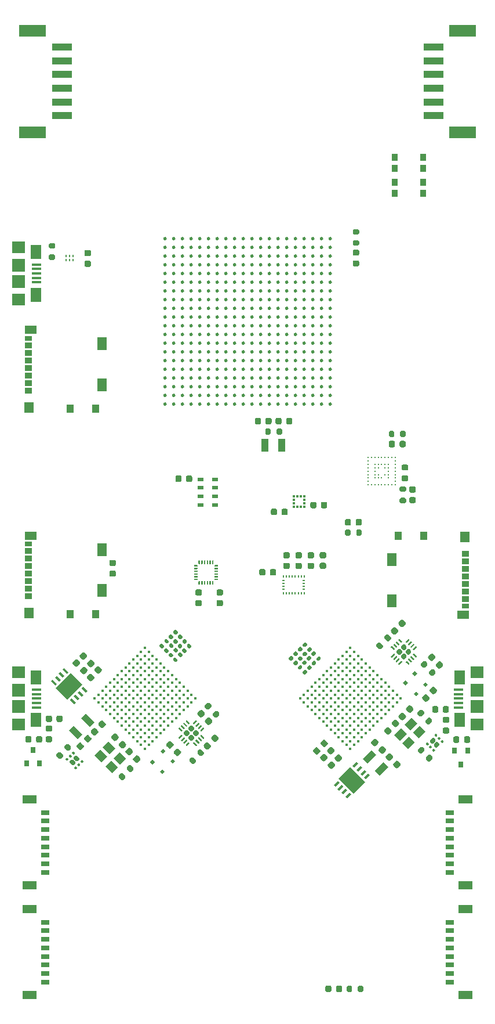
<source format=gbr>
%TF.GenerationSoftware,KiCad,Pcbnew,5.1.9-73d0e3b20d~88~ubuntu20.04.1*%
%TF.CreationDate,2021-04-18T22:57:39-05:00*%
%TF.ProjectId,FCB,4643422e-6b69-4636-9164-5f7063625858,rev?*%
%TF.SameCoordinates,Original*%
%TF.FileFunction,Paste,Top*%
%TF.FilePolarity,Positive*%
%FSLAX46Y46*%
G04 Gerber Fmt 4.6, Leading zero omitted, Abs format (unit mm)*
G04 Created by KiCad (PCBNEW 5.1.9-73d0e3b20d~88~ubuntu20.04.1) date 2021-04-18 22:57:39*
%MOMM*%
%LPD*%
G01*
G04 APERTURE LIST*
%ADD10R,2.150000X1.300000*%
%ADD11R,1.200000X0.800000*%
%ADD12R,0.900000X1.000000*%
%ADD13R,1.100000X0.850000*%
%ADD14R,1.100000X0.750000*%
%ADD15R,1.800000X1.170000*%
%ADD16R,1.350000X1.900000*%
%ADD17R,1.000000X1.200000*%
%ADD18R,1.350000X1.550000*%
%ADD19C,0.100000*%
%ADD20R,3.000000X1.000000*%
%ADD21R,4.000000X1.800000*%
%ADD22R,1.100000X1.900000*%
%ADD23C,0.400000*%
%ADD24R,0.800000X0.900000*%
%ADD25R,1.900000X1.900000*%
%ADD26R,1.900000X1.800000*%
%ADD27R,1.600000X2.100000*%
%ADD28R,1.350000X0.400000*%
%ADD29R,0.200000X0.350000*%
%ADD30R,0.200000X0.300000*%
%ADD31C,0.270000*%
%ADD32R,0.950000X0.550000*%
%ADD33R,0.375000X0.350000*%
%ADD34R,0.350000X0.375000*%
%ADD35R,0.230000X0.350000*%
%ADD36R,0.350000X0.230000*%
G04 APERTURE END LIST*
D10*
%TO.C,J104*%
X236745000Y-202275000D03*
X236745000Y-189725000D03*
D11*
X234450000Y-191625000D03*
X234450000Y-192875000D03*
X234450000Y-194125000D03*
X234450000Y-195375000D03*
X234450000Y-196625000D03*
X234450000Y-197875000D03*
X234450000Y-199125000D03*
X234450000Y-200375000D03*
%TD*%
D10*
%TO.C,J103*%
X236745000Y-218275000D03*
X236745000Y-205725000D03*
D11*
X234450000Y-207625000D03*
X234450000Y-208875000D03*
X234450000Y-210125000D03*
X234450000Y-211375000D03*
X234450000Y-212625000D03*
X234450000Y-213875000D03*
X234450000Y-215125000D03*
X234450000Y-216375000D03*
%TD*%
D10*
%TO.C,J102*%
X173055000Y-205725000D03*
X173055000Y-218275000D03*
D11*
X175350000Y-216375000D03*
X175350000Y-215125000D03*
X175350000Y-213875000D03*
X175350000Y-212625000D03*
X175350000Y-211375000D03*
X175350000Y-210125000D03*
X175350000Y-208875000D03*
X175350000Y-207625000D03*
%TD*%
D10*
%TO.C,J101*%
X173055000Y-189725000D03*
X173055000Y-202275000D03*
D11*
X175350000Y-200375000D03*
X175350000Y-199125000D03*
X175350000Y-197875000D03*
X175350000Y-196625000D03*
X175350000Y-195375000D03*
X175350000Y-194125000D03*
X175350000Y-192875000D03*
X175350000Y-191625000D03*
%TD*%
D12*
%TO.C,SW502*%
X226430000Y-99720000D03*
X226430000Y-101320000D03*
X230530000Y-99720000D03*
X230530000Y-101320000D03*
%TD*%
%TO.C,SW501*%
X230530000Y-97650000D03*
X230530000Y-96050000D03*
X226430000Y-97650000D03*
X226430000Y-96050000D03*
%TD*%
%TO.C,U401*%
G36*
G01*
X204290000Y-119115000D02*
X204290000Y-119115000D01*
G75*
G02*
X204540000Y-119365000I0J-250000D01*
G01*
X204540000Y-119365000D01*
G75*
G02*
X204290000Y-119615000I-250000J0D01*
G01*
X204290000Y-119615000D01*
G75*
G02*
X204040000Y-119365000I0J250000D01*
G01*
X204040000Y-119365000D01*
G75*
G02*
X204290000Y-119115000I250000J0D01*
G01*
G37*
G36*
G01*
X204290000Y-120385000D02*
X204290000Y-120385000D01*
G75*
G02*
X204540000Y-120635000I0J-250000D01*
G01*
X204540000Y-120635000D01*
G75*
G02*
X204290000Y-120885000I-250000J0D01*
G01*
X204290000Y-120885000D01*
G75*
G02*
X204040000Y-120635000I0J250000D01*
G01*
X204040000Y-120635000D01*
G75*
G02*
X204290000Y-120385000I250000J0D01*
G01*
G37*
G36*
G01*
X205560000Y-120385000D02*
X205560000Y-120385000D01*
G75*
G02*
X205810000Y-120635000I0J-250000D01*
G01*
X205810000Y-120635000D01*
G75*
G02*
X205560000Y-120885000I-250000J0D01*
G01*
X205560000Y-120885000D01*
G75*
G02*
X205310000Y-120635000I0J250000D01*
G01*
X205310000Y-120635000D01*
G75*
G02*
X205560000Y-120385000I250000J0D01*
G01*
G37*
G36*
G01*
X205560000Y-119115000D02*
X205560000Y-119115000D01*
G75*
G02*
X205810000Y-119365000I0J-250000D01*
G01*
X205810000Y-119365000D01*
G75*
G02*
X205560000Y-119615000I-250000J0D01*
G01*
X205560000Y-119615000D01*
G75*
G02*
X205310000Y-119365000I0J250000D01*
G01*
X205310000Y-119365000D01*
G75*
G02*
X205560000Y-119115000I250000J0D01*
G01*
G37*
G36*
G01*
X205560000Y-117845000D02*
X205560000Y-117845000D01*
G75*
G02*
X205810000Y-118095000I0J-250000D01*
G01*
X205810000Y-118095000D01*
G75*
G02*
X205560000Y-118345000I-250000J0D01*
G01*
X205560000Y-118345000D01*
G75*
G02*
X205310000Y-118095000I0J250000D01*
G01*
X205310000Y-118095000D01*
G75*
G02*
X205560000Y-117845000I250000J0D01*
G01*
G37*
G36*
G01*
X205560000Y-121655000D02*
X205560000Y-121655000D01*
G75*
G02*
X205810000Y-121905000I0J-250000D01*
G01*
X205810000Y-121905000D01*
G75*
G02*
X205560000Y-122155000I-250000J0D01*
G01*
X205560000Y-122155000D01*
G75*
G02*
X205310000Y-121905000I0J250000D01*
G01*
X205310000Y-121905000D01*
G75*
G02*
X205560000Y-121655000I250000J0D01*
G01*
G37*
G36*
G01*
X205560000Y-116575000D02*
X205560000Y-116575000D01*
G75*
G02*
X205810000Y-116825000I0J-250000D01*
G01*
X205810000Y-116825000D01*
G75*
G02*
X205560000Y-117075000I-250000J0D01*
G01*
X205560000Y-117075000D01*
G75*
G02*
X205310000Y-116825000I0J250000D01*
G01*
X205310000Y-116825000D01*
G75*
G02*
X205560000Y-116575000I250000J0D01*
G01*
G37*
G36*
G01*
X205560000Y-122925000D02*
X205560000Y-122925000D01*
G75*
G02*
X205810000Y-123175000I0J-250000D01*
G01*
X205810000Y-123175000D01*
G75*
G02*
X205560000Y-123425000I-250000J0D01*
G01*
X205560000Y-123425000D01*
G75*
G02*
X205310000Y-123175000I0J250000D01*
G01*
X205310000Y-123175000D01*
G75*
G02*
X205560000Y-122925000I250000J0D01*
G01*
G37*
G36*
G01*
X205560000Y-115305000D02*
X205560000Y-115305000D01*
G75*
G02*
X205810000Y-115555000I0J-250000D01*
G01*
X205810000Y-115555000D01*
G75*
G02*
X205560000Y-115805000I-250000J0D01*
G01*
X205560000Y-115805000D01*
G75*
G02*
X205310000Y-115555000I0J250000D01*
G01*
X205310000Y-115555000D01*
G75*
G02*
X205560000Y-115305000I250000J0D01*
G01*
G37*
G36*
G01*
X205560000Y-124195000D02*
X205560000Y-124195000D01*
G75*
G02*
X205810000Y-124445000I0J-250000D01*
G01*
X205810000Y-124445000D01*
G75*
G02*
X205560000Y-124695000I-250000J0D01*
G01*
X205560000Y-124695000D01*
G75*
G02*
X205310000Y-124445000I0J250000D01*
G01*
X205310000Y-124445000D01*
G75*
G02*
X205560000Y-124195000I250000J0D01*
G01*
G37*
G36*
G01*
X205560000Y-114035000D02*
X205560000Y-114035000D01*
G75*
G02*
X205810000Y-114285000I0J-250000D01*
G01*
X205810000Y-114285000D01*
G75*
G02*
X205560000Y-114535000I-250000J0D01*
G01*
X205560000Y-114535000D01*
G75*
G02*
X205310000Y-114285000I0J250000D01*
G01*
X205310000Y-114285000D01*
G75*
G02*
X205560000Y-114035000I250000J0D01*
G01*
G37*
G36*
G01*
X205560000Y-125465000D02*
X205560000Y-125465000D01*
G75*
G02*
X205810000Y-125715000I0J-250000D01*
G01*
X205810000Y-125715000D01*
G75*
G02*
X205560000Y-125965000I-250000J0D01*
G01*
X205560000Y-125965000D01*
G75*
G02*
X205310000Y-125715000I0J250000D01*
G01*
X205310000Y-125715000D01*
G75*
G02*
X205560000Y-125465000I250000J0D01*
G01*
G37*
G36*
G01*
X205560000Y-112765000D02*
X205560000Y-112765000D01*
G75*
G02*
X205810000Y-113015000I0J-250000D01*
G01*
X205810000Y-113015000D01*
G75*
G02*
X205560000Y-113265000I-250000J0D01*
G01*
X205560000Y-113265000D01*
G75*
G02*
X205310000Y-113015000I0J250000D01*
G01*
X205310000Y-113015000D01*
G75*
G02*
X205560000Y-112765000I250000J0D01*
G01*
G37*
G36*
G01*
X205560000Y-126735000D02*
X205560000Y-126735000D01*
G75*
G02*
X205810000Y-126985000I0J-250000D01*
G01*
X205810000Y-126985000D01*
G75*
G02*
X205560000Y-127235000I-250000J0D01*
G01*
X205560000Y-127235000D01*
G75*
G02*
X205310000Y-126985000I0J250000D01*
G01*
X205310000Y-126985000D01*
G75*
G02*
X205560000Y-126735000I250000J0D01*
G01*
G37*
G36*
G01*
X205310000Y-111745000D02*
X205310000Y-111745000D01*
G75*
G02*
X205560000Y-111495000I250000J0D01*
G01*
X205560000Y-111495000D01*
G75*
G02*
X205810000Y-111745000I0J-250000D01*
G01*
X205810000Y-111745000D01*
G75*
G02*
X205560000Y-111995000I-250000J0D01*
G01*
X205560000Y-111995000D01*
G75*
G02*
X205310000Y-111745000I0J250000D01*
G01*
G37*
G36*
G01*
X205560000Y-128005000D02*
X205560000Y-128005000D01*
G75*
G02*
X205810000Y-128255000I0J-250000D01*
G01*
X205810000Y-128255000D01*
G75*
G02*
X205560000Y-128505000I-250000J0D01*
G01*
X205560000Y-128505000D01*
G75*
G02*
X205310000Y-128255000I0J250000D01*
G01*
X205310000Y-128255000D01*
G75*
G02*
X205560000Y-128005000I250000J0D01*
G01*
G37*
G36*
G01*
X205310000Y-110475000D02*
X205310000Y-110475000D01*
G75*
G02*
X205560000Y-110225000I250000J0D01*
G01*
X205560000Y-110225000D01*
G75*
G02*
X205810000Y-110475000I0J-250000D01*
G01*
X205810000Y-110475000D01*
G75*
G02*
X205560000Y-110725000I-250000J0D01*
G01*
X205560000Y-110725000D01*
G75*
G02*
X205310000Y-110475000I0J250000D01*
G01*
G37*
G36*
G01*
X205560000Y-129275000D02*
X205560000Y-129275000D01*
G75*
G02*
X205810000Y-129525000I0J-250000D01*
G01*
X205810000Y-129525000D01*
G75*
G02*
X205560000Y-129775000I-250000J0D01*
G01*
X205560000Y-129775000D01*
G75*
G02*
X205310000Y-129525000I0J250000D01*
G01*
X205310000Y-129525000D01*
G75*
G02*
X205560000Y-129275000I250000J0D01*
G01*
G37*
G36*
G01*
X205310000Y-109205000D02*
X205310000Y-109205000D01*
G75*
G02*
X205560000Y-108955000I250000J0D01*
G01*
X205560000Y-108955000D01*
G75*
G02*
X205810000Y-109205000I0J-250000D01*
G01*
X205810000Y-109205000D01*
G75*
G02*
X205560000Y-109455000I-250000J0D01*
G01*
X205560000Y-109455000D01*
G75*
G02*
X205310000Y-109205000I0J250000D01*
G01*
G37*
G36*
G01*
X205560000Y-130545000D02*
X205560000Y-130545000D01*
G75*
G02*
X205810000Y-130795000I0J-250000D01*
G01*
X205810000Y-130795000D01*
G75*
G02*
X205560000Y-131045000I-250000J0D01*
G01*
X205560000Y-131045000D01*
G75*
G02*
X205310000Y-130795000I0J250000D01*
G01*
X205310000Y-130795000D01*
G75*
G02*
X205560000Y-130545000I250000J0D01*
G01*
G37*
G36*
G01*
X205310000Y-107935000D02*
X205310000Y-107935000D01*
G75*
G02*
X205560000Y-107685000I250000J0D01*
G01*
X205560000Y-107685000D01*
G75*
G02*
X205810000Y-107935000I0J-250000D01*
G01*
X205810000Y-107935000D01*
G75*
G02*
X205560000Y-108185000I-250000J0D01*
G01*
X205560000Y-108185000D01*
G75*
G02*
X205310000Y-107935000I0J250000D01*
G01*
G37*
G36*
G01*
X205560000Y-131815000D02*
X205560000Y-131815000D01*
G75*
G02*
X205810000Y-132065000I0J-250000D01*
G01*
X205810000Y-132065000D01*
G75*
G02*
X205560000Y-132315000I-250000J0D01*
G01*
X205560000Y-132315000D01*
G75*
G02*
X205310000Y-132065000I0J250000D01*
G01*
X205310000Y-132065000D01*
G75*
G02*
X205560000Y-131815000I250000J0D01*
G01*
G37*
G36*
G01*
X204290000Y-131815000D02*
X204290000Y-131815000D01*
G75*
G02*
X204540000Y-132065000I0J-250000D01*
G01*
X204540000Y-132065000D01*
G75*
G02*
X204290000Y-132315000I-250000J0D01*
G01*
X204290000Y-132315000D01*
G75*
G02*
X204040000Y-132065000I0J250000D01*
G01*
X204040000Y-132065000D01*
G75*
G02*
X204290000Y-131815000I250000J0D01*
G01*
G37*
G36*
G01*
X204290000Y-130545000D02*
X204290000Y-130545000D01*
G75*
G02*
X204540000Y-130795000I0J-250000D01*
G01*
X204540000Y-130795000D01*
G75*
G02*
X204290000Y-131045000I-250000J0D01*
G01*
X204290000Y-131045000D01*
G75*
G02*
X204040000Y-130795000I0J250000D01*
G01*
X204040000Y-130795000D01*
G75*
G02*
X204290000Y-130545000I250000J0D01*
G01*
G37*
G36*
G01*
X204290000Y-129275000D02*
X204290000Y-129275000D01*
G75*
G02*
X204540000Y-129525000I0J-250000D01*
G01*
X204540000Y-129525000D01*
G75*
G02*
X204290000Y-129775000I-250000J0D01*
G01*
X204290000Y-129775000D01*
G75*
G02*
X204040000Y-129525000I0J250000D01*
G01*
X204040000Y-129525000D01*
G75*
G02*
X204290000Y-129275000I250000J0D01*
G01*
G37*
G36*
G01*
X204290000Y-128005000D02*
X204290000Y-128005000D01*
G75*
G02*
X204540000Y-128255000I0J-250000D01*
G01*
X204540000Y-128255000D01*
G75*
G02*
X204290000Y-128505000I-250000J0D01*
G01*
X204290000Y-128505000D01*
G75*
G02*
X204040000Y-128255000I0J250000D01*
G01*
X204040000Y-128255000D01*
G75*
G02*
X204290000Y-128005000I250000J0D01*
G01*
G37*
G36*
G01*
X204290000Y-126735000D02*
X204290000Y-126735000D01*
G75*
G02*
X204540000Y-126985000I0J-250000D01*
G01*
X204540000Y-126985000D01*
G75*
G02*
X204290000Y-127235000I-250000J0D01*
G01*
X204290000Y-127235000D01*
G75*
G02*
X204040000Y-126985000I0J250000D01*
G01*
X204040000Y-126985000D01*
G75*
G02*
X204290000Y-126735000I250000J0D01*
G01*
G37*
G36*
G01*
X204290000Y-125465000D02*
X204290000Y-125465000D01*
G75*
G02*
X204540000Y-125715000I0J-250000D01*
G01*
X204540000Y-125715000D01*
G75*
G02*
X204290000Y-125965000I-250000J0D01*
G01*
X204290000Y-125965000D01*
G75*
G02*
X204040000Y-125715000I0J250000D01*
G01*
X204040000Y-125715000D01*
G75*
G02*
X204290000Y-125465000I250000J0D01*
G01*
G37*
G36*
G01*
X204290000Y-124195000D02*
X204290000Y-124195000D01*
G75*
G02*
X204540000Y-124445000I0J-250000D01*
G01*
X204540000Y-124445000D01*
G75*
G02*
X204290000Y-124695000I-250000J0D01*
G01*
X204290000Y-124695000D01*
G75*
G02*
X204040000Y-124445000I0J250000D01*
G01*
X204040000Y-124445000D01*
G75*
G02*
X204290000Y-124195000I250000J0D01*
G01*
G37*
G36*
G01*
X204290000Y-122925000D02*
X204290000Y-122925000D01*
G75*
G02*
X204540000Y-123175000I0J-250000D01*
G01*
X204540000Y-123175000D01*
G75*
G02*
X204290000Y-123425000I-250000J0D01*
G01*
X204290000Y-123425000D01*
G75*
G02*
X204040000Y-123175000I0J250000D01*
G01*
X204040000Y-123175000D01*
G75*
G02*
X204290000Y-122925000I250000J0D01*
G01*
G37*
G36*
G01*
X204290000Y-121655000D02*
X204290000Y-121655000D01*
G75*
G02*
X204540000Y-121905000I0J-250000D01*
G01*
X204540000Y-121905000D01*
G75*
G02*
X204290000Y-122155000I-250000J0D01*
G01*
X204290000Y-122155000D01*
G75*
G02*
X204040000Y-121905000I0J250000D01*
G01*
X204040000Y-121905000D01*
G75*
G02*
X204290000Y-121655000I250000J0D01*
G01*
G37*
G36*
G01*
X204290000Y-117845000D02*
X204290000Y-117845000D01*
G75*
G02*
X204540000Y-118095000I0J-250000D01*
G01*
X204540000Y-118095000D01*
G75*
G02*
X204290000Y-118345000I-250000J0D01*
G01*
X204290000Y-118345000D01*
G75*
G02*
X204040000Y-118095000I0J250000D01*
G01*
X204040000Y-118095000D01*
G75*
G02*
X204290000Y-117845000I250000J0D01*
G01*
G37*
G36*
G01*
X204290000Y-116575000D02*
X204290000Y-116575000D01*
G75*
G02*
X204540000Y-116825000I0J-250000D01*
G01*
X204540000Y-116825000D01*
G75*
G02*
X204290000Y-117075000I-250000J0D01*
G01*
X204290000Y-117075000D01*
G75*
G02*
X204040000Y-116825000I0J250000D01*
G01*
X204040000Y-116825000D01*
G75*
G02*
X204290000Y-116575000I250000J0D01*
G01*
G37*
G36*
G01*
X204290000Y-115305000D02*
X204290000Y-115305000D01*
G75*
G02*
X204540000Y-115555000I0J-250000D01*
G01*
X204540000Y-115555000D01*
G75*
G02*
X204290000Y-115805000I-250000J0D01*
G01*
X204290000Y-115805000D01*
G75*
G02*
X204040000Y-115555000I0J250000D01*
G01*
X204040000Y-115555000D01*
G75*
G02*
X204290000Y-115305000I250000J0D01*
G01*
G37*
G36*
G01*
X204290000Y-114035000D02*
X204290000Y-114035000D01*
G75*
G02*
X204540000Y-114285000I0J-250000D01*
G01*
X204540000Y-114285000D01*
G75*
G02*
X204290000Y-114535000I-250000J0D01*
G01*
X204290000Y-114535000D01*
G75*
G02*
X204040000Y-114285000I0J250000D01*
G01*
X204040000Y-114285000D01*
G75*
G02*
X204290000Y-114035000I250000J0D01*
G01*
G37*
G36*
G01*
X204290000Y-112765000D02*
X204290000Y-112765000D01*
G75*
G02*
X204540000Y-113015000I0J-250000D01*
G01*
X204540000Y-113015000D01*
G75*
G02*
X204290000Y-113265000I-250000J0D01*
G01*
X204290000Y-113265000D01*
G75*
G02*
X204040000Y-113015000I0J250000D01*
G01*
X204040000Y-113015000D01*
G75*
G02*
X204290000Y-112765000I250000J0D01*
G01*
G37*
G36*
G01*
X204040000Y-111745000D02*
X204040000Y-111745000D01*
G75*
G02*
X204290000Y-111495000I250000J0D01*
G01*
X204290000Y-111495000D01*
G75*
G02*
X204540000Y-111745000I0J-250000D01*
G01*
X204540000Y-111745000D01*
G75*
G02*
X204290000Y-111995000I-250000J0D01*
G01*
X204290000Y-111995000D01*
G75*
G02*
X204040000Y-111745000I0J250000D01*
G01*
G37*
G36*
G01*
X204040000Y-110475000D02*
X204040000Y-110475000D01*
G75*
G02*
X204290000Y-110225000I250000J0D01*
G01*
X204290000Y-110225000D01*
G75*
G02*
X204540000Y-110475000I0J-250000D01*
G01*
X204540000Y-110475000D01*
G75*
G02*
X204290000Y-110725000I-250000J0D01*
G01*
X204290000Y-110725000D01*
G75*
G02*
X204040000Y-110475000I0J250000D01*
G01*
G37*
G36*
G01*
X204040000Y-109205000D02*
X204040000Y-109205000D01*
G75*
G02*
X204290000Y-108955000I250000J0D01*
G01*
X204290000Y-108955000D01*
G75*
G02*
X204540000Y-109205000I0J-250000D01*
G01*
X204540000Y-109205000D01*
G75*
G02*
X204290000Y-109455000I-250000J0D01*
G01*
X204290000Y-109455000D01*
G75*
G02*
X204040000Y-109205000I0J250000D01*
G01*
G37*
G36*
G01*
X204040000Y-107935000D02*
X204040000Y-107935000D01*
G75*
G02*
X204290000Y-107685000I250000J0D01*
G01*
X204290000Y-107685000D01*
G75*
G02*
X204540000Y-107935000I0J-250000D01*
G01*
X204540000Y-107935000D01*
G75*
G02*
X204290000Y-108185000I-250000J0D01*
G01*
X204290000Y-108185000D01*
G75*
G02*
X204040000Y-107935000I0J250000D01*
G01*
G37*
G36*
G01*
X206830000Y-119115000D02*
X206830000Y-119115000D01*
G75*
G02*
X207080000Y-119365000I0J-250000D01*
G01*
X207080000Y-119365000D01*
G75*
G02*
X206830000Y-119615000I-250000J0D01*
G01*
X206830000Y-119615000D01*
G75*
G02*
X206580000Y-119365000I0J250000D01*
G01*
X206580000Y-119365000D01*
G75*
G02*
X206830000Y-119115000I250000J0D01*
G01*
G37*
G36*
G01*
X203020000Y-119115000D02*
X203020000Y-119115000D01*
G75*
G02*
X203270000Y-119365000I0J-250000D01*
G01*
X203270000Y-119365000D01*
G75*
G02*
X203020000Y-119615000I-250000J0D01*
G01*
X203020000Y-119615000D01*
G75*
G02*
X202770000Y-119365000I0J250000D01*
G01*
X202770000Y-119365000D01*
G75*
G02*
X203020000Y-119115000I250000J0D01*
G01*
G37*
G36*
G01*
X208100000Y-119115000D02*
X208100000Y-119115000D01*
G75*
G02*
X208350000Y-119365000I0J-250000D01*
G01*
X208350000Y-119365000D01*
G75*
G02*
X208100000Y-119615000I-250000J0D01*
G01*
X208100000Y-119615000D01*
G75*
G02*
X207850000Y-119365000I0J250000D01*
G01*
X207850000Y-119365000D01*
G75*
G02*
X208100000Y-119115000I250000J0D01*
G01*
G37*
G36*
G01*
X201750000Y-119115000D02*
X201750000Y-119115000D01*
G75*
G02*
X202000000Y-119365000I0J-250000D01*
G01*
X202000000Y-119365000D01*
G75*
G02*
X201750000Y-119615000I-250000J0D01*
G01*
X201750000Y-119615000D01*
G75*
G02*
X201500000Y-119365000I0J250000D01*
G01*
X201500000Y-119365000D01*
G75*
G02*
X201750000Y-119115000I250000J0D01*
G01*
G37*
G36*
G01*
X209370000Y-119115000D02*
X209370000Y-119115000D01*
G75*
G02*
X209620000Y-119365000I0J-250000D01*
G01*
X209620000Y-119365000D01*
G75*
G02*
X209370000Y-119615000I-250000J0D01*
G01*
X209370000Y-119615000D01*
G75*
G02*
X209120000Y-119365000I0J250000D01*
G01*
X209120000Y-119365000D01*
G75*
G02*
X209370000Y-119115000I250000J0D01*
G01*
G37*
G36*
G01*
X200480000Y-119115000D02*
X200480000Y-119115000D01*
G75*
G02*
X200730000Y-119365000I0J-250000D01*
G01*
X200730000Y-119365000D01*
G75*
G02*
X200480000Y-119615000I-250000J0D01*
G01*
X200480000Y-119615000D01*
G75*
G02*
X200230000Y-119365000I0J250000D01*
G01*
X200230000Y-119365000D01*
G75*
G02*
X200480000Y-119115000I250000J0D01*
G01*
G37*
G36*
G01*
X210640000Y-119115000D02*
X210640000Y-119115000D01*
G75*
G02*
X210890000Y-119365000I0J-250000D01*
G01*
X210890000Y-119365000D01*
G75*
G02*
X210640000Y-119615000I-250000J0D01*
G01*
X210640000Y-119615000D01*
G75*
G02*
X210390000Y-119365000I0J250000D01*
G01*
X210390000Y-119365000D01*
G75*
G02*
X210640000Y-119115000I250000J0D01*
G01*
G37*
G36*
G01*
X199210000Y-119115000D02*
X199210000Y-119115000D01*
G75*
G02*
X199460000Y-119365000I0J-250000D01*
G01*
X199460000Y-119365000D01*
G75*
G02*
X199210000Y-119615000I-250000J0D01*
G01*
X199210000Y-119615000D01*
G75*
G02*
X198960000Y-119365000I0J250000D01*
G01*
X198960000Y-119365000D01*
G75*
G02*
X199210000Y-119115000I250000J0D01*
G01*
G37*
G36*
G01*
X211910000Y-119115000D02*
X211910000Y-119115000D01*
G75*
G02*
X212160000Y-119365000I0J-250000D01*
G01*
X212160000Y-119365000D01*
G75*
G02*
X211910000Y-119615000I-250000J0D01*
G01*
X211910000Y-119615000D01*
G75*
G02*
X211660000Y-119365000I0J250000D01*
G01*
X211660000Y-119365000D01*
G75*
G02*
X211910000Y-119115000I250000J0D01*
G01*
G37*
G36*
G01*
X197940000Y-119115000D02*
X197940000Y-119115000D01*
G75*
G02*
X198190000Y-119365000I0J-250000D01*
G01*
X198190000Y-119365000D01*
G75*
G02*
X197940000Y-119615000I-250000J0D01*
G01*
X197940000Y-119615000D01*
G75*
G02*
X197690000Y-119365000I0J250000D01*
G01*
X197690000Y-119365000D01*
G75*
G02*
X197940000Y-119115000I250000J0D01*
G01*
G37*
G36*
G01*
X213180000Y-119115000D02*
X213180000Y-119115000D01*
G75*
G02*
X213430000Y-119365000I0J-250000D01*
G01*
X213430000Y-119365000D01*
G75*
G02*
X213180000Y-119615000I-250000J0D01*
G01*
X213180000Y-119615000D01*
G75*
G02*
X212930000Y-119365000I0J250000D01*
G01*
X212930000Y-119365000D01*
G75*
G02*
X213180000Y-119115000I250000J0D01*
G01*
G37*
G36*
G01*
X196670000Y-119115000D02*
X196670000Y-119115000D01*
G75*
G02*
X196920000Y-119365000I0J-250000D01*
G01*
X196920000Y-119365000D01*
G75*
G02*
X196670000Y-119615000I-250000J0D01*
G01*
X196670000Y-119615000D01*
G75*
G02*
X196420000Y-119365000I0J250000D01*
G01*
X196420000Y-119365000D01*
G75*
G02*
X196670000Y-119115000I250000J0D01*
G01*
G37*
G36*
G01*
X195400000Y-119115000D02*
X195400000Y-119115000D01*
G75*
G02*
X195650000Y-119365000I0J-250000D01*
G01*
X195650000Y-119365000D01*
G75*
G02*
X195400000Y-119615000I-250000J0D01*
G01*
X195400000Y-119615000D01*
G75*
G02*
X195150000Y-119365000I0J250000D01*
G01*
X195150000Y-119365000D01*
G75*
G02*
X195400000Y-119115000I250000J0D01*
G01*
G37*
G36*
G01*
X214450000Y-119115000D02*
X214450000Y-119115000D01*
G75*
G02*
X214700000Y-119365000I0J-250000D01*
G01*
X214700000Y-119365000D01*
G75*
G02*
X214450000Y-119615000I-250000J0D01*
G01*
X214450000Y-119615000D01*
G75*
G02*
X214200000Y-119365000I0J250000D01*
G01*
X214200000Y-119365000D01*
G75*
G02*
X214450000Y-119115000I250000J0D01*
G01*
G37*
G36*
G01*
X194130000Y-119115000D02*
X194130000Y-119115000D01*
G75*
G02*
X194380000Y-119365000I0J-250000D01*
G01*
X194380000Y-119365000D01*
G75*
G02*
X194130000Y-119615000I-250000J0D01*
G01*
X194130000Y-119615000D01*
G75*
G02*
X193880000Y-119365000I0J250000D01*
G01*
X193880000Y-119365000D01*
G75*
G02*
X194130000Y-119115000I250000J0D01*
G01*
G37*
G36*
G01*
X215720000Y-119115000D02*
X215720000Y-119115000D01*
G75*
G02*
X215970000Y-119365000I0J-250000D01*
G01*
X215970000Y-119365000D01*
G75*
G02*
X215720000Y-119615000I-250000J0D01*
G01*
X215720000Y-119615000D01*
G75*
G02*
X215470000Y-119365000I0J250000D01*
G01*
X215470000Y-119365000D01*
G75*
G02*
X215720000Y-119115000I250000J0D01*
G01*
G37*
G36*
G01*
X216990000Y-119115000D02*
X216990000Y-119115000D01*
G75*
G02*
X217240000Y-119365000I0J-250000D01*
G01*
X217240000Y-119365000D01*
G75*
G02*
X216990000Y-119615000I-250000J0D01*
G01*
X216990000Y-119615000D01*
G75*
G02*
X216740000Y-119365000I0J250000D01*
G01*
X216740000Y-119365000D01*
G75*
G02*
X216990000Y-119115000I250000J0D01*
G01*
G37*
G36*
G01*
X192860000Y-119115000D02*
X192860000Y-119115000D01*
G75*
G02*
X193110000Y-119365000I0J-250000D01*
G01*
X193110000Y-119365000D01*
G75*
G02*
X192860000Y-119615000I-250000J0D01*
G01*
X192860000Y-119615000D01*
G75*
G02*
X192610000Y-119365000I0J250000D01*
G01*
X192610000Y-119365000D01*
G75*
G02*
X192860000Y-119115000I250000J0D01*
G01*
G37*
G36*
G01*
X216990000Y-120385000D02*
X216990000Y-120385000D01*
G75*
G02*
X217240000Y-120635000I0J-250000D01*
G01*
X217240000Y-120635000D01*
G75*
G02*
X216990000Y-120885000I-250000J0D01*
G01*
X216990000Y-120885000D01*
G75*
G02*
X216740000Y-120635000I0J250000D01*
G01*
X216740000Y-120635000D01*
G75*
G02*
X216990000Y-120385000I250000J0D01*
G01*
G37*
G36*
G01*
X215720000Y-120385000D02*
X215720000Y-120385000D01*
G75*
G02*
X215970000Y-120635000I0J-250000D01*
G01*
X215970000Y-120635000D01*
G75*
G02*
X215720000Y-120885000I-250000J0D01*
G01*
X215720000Y-120885000D01*
G75*
G02*
X215470000Y-120635000I0J250000D01*
G01*
X215470000Y-120635000D01*
G75*
G02*
X215720000Y-120385000I250000J0D01*
G01*
G37*
G36*
G01*
X214450000Y-120385000D02*
X214450000Y-120385000D01*
G75*
G02*
X214700000Y-120635000I0J-250000D01*
G01*
X214700000Y-120635000D01*
G75*
G02*
X214450000Y-120885000I-250000J0D01*
G01*
X214450000Y-120885000D01*
G75*
G02*
X214200000Y-120635000I0J250000D01*
G01*
X214200000Y-120635000D01*
G75*
G02*
X214450000Y-120385000I250000J0D01*
G01*
G37*
G36*
G01*
X213180000Y-120385000D02*
X213180000Y-120385000D01*
G75*
G02*
X213430000Y-120635000I0J-250000D01*
G01*
X213430000Y-120635000D01*
G75*
G02*
X213180000Y-120885000I-250000J0D01*
G01*
X213180000Y-120885000D01*
G75*
G02*
X212930000Y-120635000I0J250000D01*
G01*
X212930000Y-120635000D01*
G75*
G02*
X213180000Y-120385000I250000J0D01*
G01*
G37*
G36*
G01*
X211910000Y-120385000D02*
X211910000Y-120385000D01*
G75*
G02*
X212160000Y-120635000I0J-250000D01*
G01*
X212160000Y-120635000D01*
G75*
G02*
X211910000Y-120885000I-250000J0D01*
G01*
X211910000Y-120885000D01*
G75*
G02*
X211660000Y-120635000I0J250000D01*
G01*
X211660000Y-120635000D01*
G75*
G02*
X211910000Y-120385000I250000J0D01*
G01*
G37*
G36*
G01*
X210640000Y-120385000D02*
X210640000Y-120385000D01*
G75*
G02*
X210890000Y-120635000I0J-250000D01*
G01*
X210890000Y-120635000D01*
G75*
G02*
X210640000Y-120885000I-250000J0D01*
G01*
X210640000Y-120885000D01*
G75*
G02*
X210390000Y-120635000I0J250000D01*
G01*
X210390000Y-120635000D01*
G75*
G02*
X210640000Y-120385000I250000J0D01*
G01*
G37*
G36*
G01*
X209370000Y-120385000D02*
X209370000Y-120385000D01*
G75*
G02*
X209620000Y-120635000I0J-250000D01*
G01*
X209620000Y-120635000D01*
G75*
G02*
X209370000Y-120885000I-250000J0D01*
G01*
X209370000Y-120885000D01*
G75*
G02*
X209120000Y-120635000I0J250000D01*
G01*
X209120000Y-120635000D01*
G75*
G02*
X209370000Y-120385000I250000J0D01*
G01*
G37*
G36*
G01*
X208100000Y-120385000D02*
X208100000Y-120385000D01*
G75*
G02*
X208350000Y-120635000I0J-250000D01*
G01*
X208350000Y-120635000D01*
G75*
G02*
X208100000Y-120885000I-250000J0D01*
G01*
X208100000Y-120885000D01*
G75*
G02*
X207850000Y-120635000I0J250000D01*
G01*
X207850000Y-120635000D01*
G75*
G02*
X208100000Y-120385000I250000J0D01*
G01*
G37*
G36*
G01*
X206830000Y-120385000D02*
X206830000Y-120385000D01*
G75*
G02*
X207080000Y-120635000I0J-250000D01*
G01*
X207080000Y-120635000D01*
G75*
G02*
X206830000Y-120885000I-250000J0D01*
G01*
X206830000Y-120885000D01*
G75*
G02*
X206580000Y-120635000I0J250000D01*
G01*
X206580000Y-120635000D01*
G75*
G02*
X206830000Y-120385000I250000J0D01*
G01*
G37*
G36*
G01*
X203020000Y-120385000D02*
X203020000Y-120385000D01*
G75*
G02*
X203270000Y-120635000I0J-250000D01*
G01*
X203270000Y-120635000D01*
G75*
G02*
X203020000Y-120885000I-250000J0D01*
G01*
X203020000Y-120885000D01*
G75*
G02*
X202770000Y-120635000I0J250000D01*
G01*
X202770000Y-120635000D01*
G75*
G02*
X203020000Y-120385000I250000J0D01*
G01*
G37*
G36*
G01*
X201750000Y-120385000D02*
X201750000Y-120385000D01*
G75*
G02*
X202000000Y-120635000I0J-250000D01*
G01*
X202000000Y-120635000D01*
G75*
G02*
X201750000Y-120885000I-250000J0D01*
G01*
X201750000Y-120885000D01*
G75*
G02*
X201500000Y-120635000I0J250000D01*
G01*
X201500000Y-120635000D01*
G75*
G02*
X201750000Y-120385000I250000J0D01*
G01*
G37*
G36*
G01*
X200480000Y-120385000D02*
X200480000Y-120385000D01*
G75*
G02*
X200730000Y-120635000I0J-250000D01*
G01*
X200730000Y-120635000D01*
G75*
G02*
X200480000Y-120885000I-250000J0D01*
G01*
X200480000Y-120885000D01*
G75*
G02*
X200230000Y-120635000I0J250000D01*
G01*
X200230000Y-120635000D01*
G75*
G02*
X200480000Y-120385000I250000J0D01*
G01*
G37*
G36*
G01*
X199210000Y-120385000D02*
X199210000Y-120385000D01*
G75*
G02*
X199460000Y-120635000I0J-250000D01*
G01*
X199460000Y-120635000D01*
G75*
G02*
X199210000Y-120885000I-250000J0D01*
G01*
X199210000Y-120885000D01*
G75*
G02*
X198960000Y-120635000I0J250000D01*
G01*
X198960000Y-120635000D01*
G75*
G02*
X199210000Y-120385000I250000J0D01*
G01*
G37*
G36*
G01*
X197940000Y-120385000D02*
X197940000Y-120385000D01*
G75*
G02*
X198190000Y-120635000I0J-250000D01*
G01*
X198190000Y-120635000D01*
G75*
G02*
X197940000Y-120885000I-250000J0D01*
G01*
X197940000Y-120885000D01*
G75*
G02*
X197690000Y-120635000I0J250000D01*
G01*
X197690000Y-120635000D01*
G75*
G02*
X197940000Y-120385000I250000J0D01*
G01*
G37*
G36*
G01*
X196670000Y-120385000D02*
X196670000Y-120385000D01*
G75*
G02*
X196920000Y-120635000I0J-250000D01*
G01*
X196920000Y-120635000D01*
G75*
G02*
X196670000Y-120885000I-250000J0D01*
G01*
X196670000Y-120885000D01*
G75*
G02*
X196420000Y-120635000I0J250000D01*
G01*
X196420000Y-120635000D01*
G75*
G02*
X196670000Y-120385000I250000J0D01*
G01*
G37*
G36*
G01*
X195400000Y-120385000D02*
X195400000Y-120385000D01*
G75*
G02*
X195650000Y-120635000I0J-250000D01*
G01*
X195650000Y-120635000D01*
G75*
G02*
X195400000Y-120885000I-250000J0D01*
G01*
X195400000Y-120885000D01*
G75*
G02*
X195150000Y-120635000I0J250000D01*
G01*
X195150000Y-120635000D01*
G75*
G02*
X195400000Y-120385000I250000J0D01*
G01*
G37*
G36*
G01*
X194130000Y-120385000D02*
X194130000Y-120385000D01*
G75*
G02*
X194380000Y-120635000I0J-250000D01*
G01*
X194380000Y-120635000D01*
G75*
G02*
X194130000Y-120885000I-250000J0D01*
G01*
X194130000Y-120885000D01*
G75*
G02*
X193880000Y-120635000I0J250000D01*
G01*
X193880000Y-120635000D01*
G75*
G02*
X194130000Y-120385000I250000J0D01*
G01*
G37*
G36*
G01*
X192860000Y-120385000D02*
X192860000Y-120385000D01*
G75*
G02*
X193110000Y-120635000I0J-250000D01*
G01*
X193110000Y-120635000D01*
G75*
G02*
X192860000Y-120885000I-250000J0D01*
G01*
X192860000Y-120885000D01*
G75*
G02*
X192610000Y-120635000I0J250000D01*
G01*
X192610000Y-120635000D01*
G75*
G02*
X192860000Y-120385000I250000J0D01*
G01*
G37*
G36*
G01*
X192860000Y-121655000D02*
X192860000Y-121655000D01*
G75*
G02*
X193110000Y-121905000I0J-250000D01*
G01*
X193110000Y-121905000D01*
G75*
G02*
X192860000Y-122155000I-250000J0D01*
G01*
X192860000Y-122155000D01*
G75*
G02*
X192610000Y-121905000I0J250000D01*
G01*
X192610000Y-121905000D01*
G75*
G02*
X192860000Y-121655000I250000J0D01*
G01*
G37*
G36*
G01*
X194130000Y-121655000D02*
X194130000Y-121655000D01*
G75*
G02*
X194380000Y-121905000I0J-250000D01*
G01*
X194380000Y-121905000D01*
G75*
G02*
X194130000Y-122155000I-250000J0D01*
G01*
X194130000Y-122155000D01*
G75*
G02*
X193880000Y-121905000I0J250000D01*
G01*
X193880000Y-121905000D01*
G75*
G02*
X194130000Y-121655000I250000J0D01*
G01*
G37*
G36*
G01*
X195400000Y-121655000D02*
X195400000Y-121655000D01*
G75*
G02*
X195650000Y-121905000I0J-250000D01*
G01*
X195650000Y-121905000D01*
G75*
G02*
X195400000Y-122155000I-250000J0D01*
G01*
X195400000Y-122155000D01*
G75*
G02*
X195150000Y-121905000I0J250000D01*
G01*
X195150000Y-121905000D01*
G75*
G02*
X195400000Y-121655000I250000J0D01*
G01*
G37*
G36*
G01*
X196670000Y-121655000D02*
X196670000Y-121655000D01*
G75*
G02*
X196920000Y-121905000I0J-250000D01*
G01*
X196920000Y-121905000D01*
G75*
G02*
X196670000Y-122155000I-250000J0D01*
G01*
X196670000Y-122155000D01*
G75*
G02*
X196420000Y-121905000I0J250000D01*
G01*
X196420000Y-121905000D01*
G75*
G02*
X196670000Y-121655000I250000J0D01*
G01*
G37*
G36*
G01*
X197940000Y-121655000D02*
X197940000Y-121655000D01*
G75*
G02*
X198190000Y-121905000I0J-250000D01*
G01*
X198190000Y-121905000D01*
G75*
G02*
X197940000Y-122155000I-250000J0D01*
G01*
X197940000Y-122155000D01*
G75*
G02*
X197690000Y-121905000I0J250000D01*
G01*
X197690000Y-121905000D01*
G75*
G02*
X197940000Y-121655000I250000J0D01*
G01*
G37*
G36*
G01*
X199210000Y-121655000D02*
X199210000Y-121655000D01*
G75*
G02*
X199460000Y-121905000I0J-250000D01*
G01*
X199460000Y-121905000D01*
G75*
G02*
X199210000Y-122155000I-250000J0D01*
G01*
X199210000Y-122155000D01*
G75*
G02*
X198960000Y-121905000I0J250000D01*
G01*
X198960000Y-121905000D01*
G75*
G02*
X199210000Y-121655000I250000J0D01*
G01*
G37*
G36*
G01*
X200480000Y-121655000D02*
X200480000Y-121655000D01*
G75*
G02*
X200730000Y-121905000I0J-250000D01*
G01*
X200730000Y-121905000D01*
G75*
G02*
X200480000Y-122155000I-250000J0D01*
G01*
X200480000Y-122155000D01*
G75*
G02*
X200230000Y-121905000I0J250000D01*
G01*
X200230000Y-121905000D01*
G75*
G02*
X200480000Y-121655000I250000J0D01*
G01*
G37*
G36*
G01*
X201750000Y-121655000D02*
X201750000Y-121655000D01*
G75*
G02*
X202000000Y-121905000I0J-250000D01*
G01*
X202000000Y-121905000D01*
G75*
G02*
X201750000Y-122155000I-250000J0D01*
G01*
X201750000Y-122155000D01*
G75*
G02*
X201500000Y-121905000I0J250000D01*
G01*
X201500000Y-121905000D01*
G75*
G02*
X201750000Y-121655000I250000J0D01*
G01*
G37*
G36*
G01*
X203020000Y-121655000D02*
X203020000Y-121655000D01*
G75*
G02*
X203270000Y-121905000I0J-250000D01*
G01*
X203270000Y-121905000D01*
G75*
G02*
X203020000Y-122155000I-250000J0D01*
G01*
X203020000Y-122155000D01*
G75*
G02*
X202770000Y-121905000I0J250000D01*
G01*
X202770000Y-121905000D01*
G75*
G02*
X203020000Y-121655000I250000J0D01*
G01*
G37*
G36*
G01*
X206830000Y-121655000D02*
X206830000Y-121655000D01*
G75*
G02*
X207080000Y-121905000I0J-250000D01*
G01*
X207080000Y-121905000D01*
G75*
G02*
X206830000Y-122155000I-250000J0D01*
G01*
X206830000Y-122155000D01*
G75*
G02*
X206580000Y-121905000I0J250000D01*
G01*
X206580000Y-121905000D01*
G75*
G02*
X206830000Y-121655000I250000J0D01*
G01*
G37*
G36*
G01*
X208100000Y-121655000D02*
X208100000Y-121655000D01*
G75*
G02*
X208350000Y-121905000I0J-250000D01*
G01*
X208350000Y-121905000D01*
G75*
G02*
X208100000Y-122155000I-250000J0D01*
G01*
X208100000Y-122155000D01*
G75*
G02*
X207850000Y-121905000I0J250000D01*
G01*
X207850000Y-121905000D01*
G75*
G02*
X208100000Y-121655000I250000J0D01*
G01*
G37*
G36*
G01*
X209370000Y-121655000D02*
X209370000Y-121655000D01*
G75*
G02*
X209620000Y-121905000I0J-250000D01*
G01*
X209620000Y-121905000D01*
G75*
G02*
X209370000Y-122155000I-250000J0D01*
G01*
X209370000Y-122155000D01*
G75*
G02*
X209120000Y-121905000I0J250000D01*
G01*
X209120000Y-121905000D01*
G75*
G02*
X209370000Y-121655000I250000J0D01*
G01*
G37*
G36*
G01*
X210640000Y-121655000D02*
X210640000Y-121655000D01*
G75*
G02*
X210890000Y-121905000I0J-250000D01*
G01*
X210890000Y-121905000D01*
G75*
G02*
X210640000Y-122155000I-250000J0D01*
G01*
X210640000Y-122155000D01*
G75*
G02*
X210390000Y-121905000I0J250000D01*
G01*
X210390000Y-121905000D01*
G75*
G02*
X210640000Y-121655000I250000J0D01*
G01*
G37*
G36*
G01*
X211910000Y-121655000D02*
X211910000Y-121655000D01*
G75*
G02*
X212160000Y-121905000I0J-250000D01*
G01*
X212160000Y-121905000D01*
G75*
G02*
X211910000Y-122155000I-250000J0D01*
G01*
X211910000Y-122155000D01*
G75*
G02*
X211660000Y-121905000I0J250000D01*
G01*
X211660000Y-121905000D01*
G75*
G02*
X211910000Y-121655000I250000J0D01*
G01*
G37*
G36*
G01*
X213180000Y-121655000D02*
X213180000Y-121655000D01*
G75*
G02*
X213430000Y-121905000I0J-250000D01*
G01*
X213430000Y-121905000D01*
G75*
G02*
X213180000Y-122155000I-250000J0D01*
G01*
X213180000Y-122155000D01*
G75*
G02*
X212930000Y-121905000I0J250000D01*
G01*
X212930000Y-121905000D01*
G75*
G02*
X213180000Y-121655000I250000J0D01*
G01*
G37*
G36*
G01*
X214450000Y-121655000D02*
X214450000Y-121655000D01*
G75*
G02*
X214700000Y-121905000I0J-250000D01*
G01*
X214700000Y-121905000D01*
G75*
G02*
X214450000Y-122155000I-250000J0D01*
G01*
X214450000Y-122155000D01*
G75*
G02*
X214200000Y-121905000I0J250000D01*
G01*
X214200000Y-121905000D01*
G75*
G02*
X214450000Y-121655000I250000J0D01*
G01*
G37*
G36*
G01*
X215720000Y-121655000D02*
X215720000Y-121655000D01*
G75*
G02*
X215970000Y-121905000I0J-250000D01*
G01*
X215970000Y-121905000D01*
G75*
G02*
X215720000Y-122155000I-250000J0D01*
G01*
X215720000Y-122155000D01*
G75*
G02*
X215470000Y-121905000I0J250000D01*
G01*
X215470000Y-121905000D01*
G75*
G02*
X215720000Y-121655000I250000J0D01*
G01*
G37*
G36*
G01*
X216990000Y-121655000D02*
X216990000Y-121655000D01*
G75*
G02*
X217240000Y-121905000I0J-250000D01*
G01*
X217240000Y-121905000D01*
G75*
G02*
X216990000Y-122155000I-250000J0D01*
G01*
X216990000Y-122155000D01*
G75*
G02*
X216740000Y-121905000I0J250000D01*
G01*
X216740000Y-121905000D01*
G75*
G02*
X216990000Y-121655000I250000J0D01*
G01*
G37*
G36*
G01*
X216990000Y-117845000D02*
X216990000Y-117845000D01*
G75*
G02*
X217240000Y-118095000I0J-250000D01*
G01*
X217240000Y-118095000D01*
G75*
G02*
X216990000Y-118345000I-250000J0D01*
G01*
X216990000Y-118345000D01*
G75*
G02*
X216740000Y-118095000I0J250000D01*
G01*
X216740000Y-118095000D01*
G75*
G02*
X216990000Y-117845000I250000J0D01*
G01*
G37*
G36*
G01*
X215720000Y-117845000D02*
X215720000Y-117845000D01*
G75*
G02*
X215970000Y-118095000I0J-250000D01*
G01*
X215970000Y-118095000D01*
G75*
G02*
X215720000Y-118345000I-250000J0D01*
G01*
X215720000Y-118345000D01*
G75*
G02*
X215470000Y-118095000I0J250000D01*
G01*
X215470000Y-118095000D01*
G75*
G02*
X215720000Y-117845000I250000J0D01*
G01*
G37*
G36*
G01*
X214450000Y-117845000D02*
X214450000Y-117845000D01*
G75*
G02*
X214700000Y-118095000I0J-250000D01*
G01*
X214700000Y-118095000D01*
G75*
G02*
X214450000Y-118345000I-250000J0D01*
G01*
X214450000Y-118345000D01*
G75*
G02*
X214200000Y-118095000I0J250000D01*
G01*
X214200000Y-118095000D01*
G75*
G02*
X214450000Y-117845000I250000J0D01*
G01*
G37*
G36*
G01*
X213180000Y-117845000D02*
X213180000Y-117845000D01*
G75*
G02*
X213430000Y-118095000I0J-250000D01*
G01*
X213430000Y-118095000D01*
G75*
G02*
X213180000Y-118345000I-250000J0D01*
G01*
X213180000Y-118345000D01*
G75*
G02*
X212930000Y-118095000I0J250000D01*
G01*
X212930000Y-118095000D01*
G75*
G02*
X213180000Y-117845000I250000J0D01*
G01*
G37*
G36*
G01*
X211910000Y-117845000D02*
X211910000Y-117845000D01*
G75*
G02*
X212160000Y-118095000I0J-250000D01*
G01*
X212160000Y-118095000D01*
G75*
G02*
X211910000Y-118345000I-250000J0D01*
G01*
X211910000Y-118345000D01*
G75*
G02*
X211660000Y-118095000I0J250000D01*
G01*
X211660000Y-118095000D01*
G75*
G02*
X211910000Y-117845000I250000J0D01*
G01*
G37*
G36*
G01*
X210640000Y-117845000D02*
X210640000Y-117845000D01*
G75*
G02*
X210890000Y-118095000I0J-250000D01*
G01*
X210890000Y-118095000D01*
G75*
G02*
X210640000Y-118345000I-250000J0D01*
G01*
X210640000Y-118345000D01*
G75*
G02*
X210390000Y-118095000I0J250000D01*
G01*
X210390000Y-118095000D01*
G75*
G02*
X210640000Y-117845000I250000J0D01*
G01*
G37*
G36*
G01*
X209370000Y-117845000D02*
X209370000Y-117845000D01*
G75*
G02*
X209620000Y-118095000I0J-250000D01*
G01*
X209620000Y-118095000D01*
G75*
G02*
X209370000Y-118345000I-250000J0D01*
G01*
X209370000Y-118345000D01*
G75*
G02*
X209120000Y-118095000I0J250000D01*
G01*
X209120000Y-118095000D01*
G75*
G02*
X209370000Y-117845000I250000J0D01*
G01*
G37*
G36*
G01*
X208100000Y-117845000D02*
X208100000Y-117845000D01*
G75*
G02*
X208350000Y-118095000I0J-250000D01*
G01*
X208350000Y-118095000D01*
G75*
G02*
X208100000Y-118345000I-250000J0D01*
G01*
X208100000Y-118345000D01*
G75*
G02*
X207850000Y-118095000I0J250000D01*
G01*
X207850000Y-118095000D01*
G75*
G02*
X208100000Y-117845000I250000J0D01*
G01*
G37*
G36*
G01*
X206830000Y-117845000D02*
X206830000Y-117845000D01*
G75*
G02*
X207080000Y-118095000I0J-250000D01*
G01*
X207080000Y-118095000D01*
G75*
G02*
X206830000Y-118345000I-250000J0D01*
G01*
X206830000Y-118345000D01*
G75*
G02*
X206580000Y-118095000I0J250000D01*
G01*
X206580000Y-118095000D01*
G75*
G02*
X206830000Y-117845000I250000J0D01*
G01*
G37*
G36*
G01*
X203020000Y-117845000D02*
X203020000Y-117845000D01*
G75*
G02*
X203270000Y-118095000I0J-250000D01*
G01*
X203270000Y-118095000D01*
G75*
G02*
X203020000Y-118345000I-250000J0D01*
G01*
X203020000Y-118345000D01*
G75*
G02*
X202770000Y-118095000I0J250000D01*
G01*
X202770000Y-118095000D01*
G75*
G02*
X203020000Y-117845000I250000J0D01*
G01*
G37*
G36*
G01*
X201750000Y-117845000D02*
X201750000Y-117845000D01*
G75*
G02*
X202000000Y-118095000I0J-250000D01*
G01*
X202000000Y-118095000D01*
G75*
G02*
X201750000Y-118345000I-250000J0D01*
G01*
X201750000Y-118345000D01*
G75*
G02*
X201500000Y-118095000I0J250000D01*
G01*
X201500000Y-118095000D01*
G75*
G02*
X201750000Y-117845000I250000J0D01*
G01*
G37*
G36*
G01*
X200480000Y-117845000D02*
X200480000Y-117845000D01*
G75*
G02*
X200730000Y-118095000I0J-250000D01*
G01*
X200730000Y-118095000D01*
G75*
G02*
X200480000Y-118345000I-250000J0D01*
G01*
X200480000Y-118345000D01*
G75*
G02*
X200230000Y-118095000I0J250000D01*
G01*
X200230000Y-118095000D01*
G75*
G02*
X200480000Y-117845000I250000J0D01*
G01*
G37*
G36*
G01*
X199210000Y-117845000D02*
X199210000Y-117845000D01*
G75*
G02*
X199460000Y-118095000I0J-250000D01*
G01*
X199460000Y-118095000D01*
G75*
G02*
X199210000Y-118345000I-250000J0D01*
G01*
X199210000Y-118345000D01*
G75*
G02*
X198960000Y-118095000I0J250000D01*
G01*
X198960000Y-118095000D01*
G75*
G02*
X199210000Y-117845000I250000J0D01*
G01*
G37*
G36*
G01*
X197940000Y-117845000D02*
X197940000Y-117845000D01*
G75*
G02*
X198190000Y-118095000I0J-250000D01*
G01*
X198190000Y-118095000D01*
G75*
G02*
X197940000Y-118345000I-250000J0D01*
G01*
X197940000Y-118345000D01*
G75*
G02*
X197690000Y-118095000I0J250000D01*
G01*
X197690000Y-118095000D01*
G75*
G02*
X197940000Y-117845000I250000J0D01*
G01*
G37*
G36*
G01*
X196670000Y-117845000D02*
X196670000Y-117845000D01*
G75*
G02*
X196920000Y-118095000I0J-250000D01*
G01*
X196920000Y-118095000D01*
G75*
G02*
X196670000Y-118345000I-250000J0D01*
G01*
X196670000Y-118345000D01*
G75*
G02*
X196420000Y-118095000I0J250000D01*
G01*
X196420000Y-118095000D01*
G75*
G02*
X196670000Y-117845000I250000J0D01*
G01*
G37*
G36*
G01*
X195400000Y-117845000D02*
X195400000Y-117845000D01*
G75*
G02*
X195650000Y-118095000I0J-250000D01*
G01*
X195650000Y-118095000D01*
G75*
G02*
X195400000Y-118345000I-250000J0D01*
G01*
X195400000Y-118345000D01*
G75*
G02*
X195150000Y-118095000I0J250000D01*
G01*
X195150000Y-118095000D01*
G75*
G02*
X195400000Y-117845000I250000J0D01*
G01*
G37*
G36*
G01*
X194130000Y-117845000D02*
X194130000Y-117845000D01*
G75*
G02*
X194380000Y-118095000I0J-250000D01*
G01*
X194380000Y-118095000D01*
G75*
G02*
X194130000Y-118345000I-250000J0D01*
G01*
X194130000Y-118345000D01*
G75*
G02*
X193880000Y-118095000I0J250000D01*
G01*
X193880000Y-118095000D01*
G75*
G02*
X194130000Y-117845000I250000J0D01*
G01*
G37*
G36*
G01*
X192860000Y-117845000D02*
X192860000Y-117845000D01*
G75*
G02*
X193110000Y-118095000I0J-250000D01*
G01*
X193110000Y-118095000D01*
G75*
G02*
X192860000Y-118345000I-250000J0D01*
G01*
X192860000Y-118345000D01*
G75*
G02*
X192610000Y-118095000I0J250000D01*
G01*
X192610000Y-118095000D01*
G75*
G02*
X192860000Y-117845000I250000J0D01*
G01*
G37*
G36*
G01*
X192860000Y-116575000D02*
X192860000Y-116575000D01*
G75*
G02*
X193110000Y-116825000I0J-250000D01*
G01*
X193110000Y-116825000D01*
G75*
G02*
X192860000Y-117075000I-250000J0D01*
G01*
X192860000Y-117075000D01*
G75*
G02*
X192610000Y-116825000I0J250000D01*
G01*
X192610000Y-116825000D01*
G75*
G02*
X192860000Y-116575000I250000J0D01*
G01*
G37*
G36*
G01*
X194130000Y-116575000D02*
X194130000Y-116575000D01*
G75*
G02*
X194380000Y-116825000I0J-250000D01*
G01*
X194380000Y-116825000D01*
G75*
G02*
X194130000Y-117075000I-250000J0D01*
G01*
X194130000Y-117075000D01*
G75*
G02*
X193880000Y-116825000I0J250000D01*
G01*
X193880000Y-116825000D01*
G75*
G02*
X194130000Y-116575000I250000J0D01*
G01*
G37*
G36*
G01*
X195400000Y-116575000D02*
X195400000Y-116575000D01*
G75*
G02*
X195650000Y-116825000I0J-250000D01*
G01*
X195650000Y-116825000D01*
G75*
G02*
X195400000Y-117075000I-250000J0D01*
G01*
X195400000Y-117075000D01*
G75*
G02*
X195150000Y-116825000I0J250000D01*
G01*
X195150000Y-116825000D01*
G75*
G02*
X195400000Y-116575000I250000J0D01*
G01*
G37*
G36*
G01*
X196670000Y-116575000D02*
X196670000Y-116575000D01*
G75*
G02*
X196920000Y-116825000I0J-250000D01*
G01*
X196920000Y-116825000D01*
G75*
G02*
X196670000Y-117075000I-250000J0D01*
G01*
X196670000Y-117075000D01*
G75*
G02*
X196420000Y-116825000I0J250000D01*
G01*
X196420000Y-116825000D01*
G75*
G02*
X196670000Y-116575000I250000J0D01*
G01*
G37*
G36*
G01*
X197940000Y-116575000D02*
X197940000Y-116575000D01*
G75*
G02*
X198190000Y-116825000I0J-250000D01*
G01*
X198190000Y-116825000D01*
G75*
G02*
X197940000Y-117075000I-250000J0D01*
G01*
X197940000Y-117075000D01*
G75*
G02*
X197690000Y-116825000I0J250000D01*
G01*
X197690000Y-116825000D01*
G75*
G02*
X197940000Y-116575000I250000J0D01*
G01*
G37*
G36*
G01*
X199210000Y-116575000D02*
X199210000Y-116575000D01*
G75*
G02*
X199460000Y-116825000I0J-250000D01*
G01*
X199460000Y-116825000D01*
G75*
G02*
X199210000Y-117075000I-250000J0D01*
G01*
X199210000Y-117075000D01*
G75*
G02*
X198960000Y-116825000I0J250000D01*
G01*
X198960000Y-116825000D01*
G75*
G02*
X199210000Y-116575000I250000J0D01*
G01*
G37*
G36*
G01*
X200480000Y-116575000D02*
X200480000Y-116575000D01*
G75*
G02*
X200730000Y-116825000I0J-250000D01*
G01*
X200730000Y-116825000D01*
G75*
G02*
X200480000Y-117075000I-250000J0D01*
G01*
X200480000Y-117075000D01*
G75*
G02*
X200230000Y-116825000I0J250000D01*
G01*
X200230000Y-116825000D01*
G75*
G02*
X200480000Y-116575000I250000J0D01*
G01*
G37*
G36*
G01*
X201750000Y-116575000D02*
X201750000Y-116575000D01*
G75*
G02*
X202000000Y-116825000I0J-250000D01*
G01*
X202000000Y-116825000D01*
G75*
G02*
X201750000Y-117075000I-250000J0D01*
G01*
X201750000Y-117075000D01*
G75*
G02*
X201500000Y-116825000I0J250000D01*
G01*
X201500000Y-116825000D01*
G75*
G02*
X201750000Y-116575000I250000J0D01*
G01*
G37*
G36*
G01*
X203020000Y-116575000D02*
X203020000Y-116575000D01*
G75*
G02*
X203270000Y-116825000I0J-250000D01*
G01*
X203270000Y-116825000D01*
G75*
G02*
X203020000Y-117075000I-250000J0D01*
G01*
X203020000Y-117075000D01*
G75*
G02*
X202770000Y-116825000I0J250000D01*
G01*
X202770000Y-116825000D01*
G75*
G02*
X203020000Y-116575000I250000J0D01*
G01*
G37*
G36*
G01*
X206830000Y-116575000D02*
X206830000Y-116575000D01*
G75*
G02*
X207080000Y-116825000I0J-250000D01*
G01*
X207080000Y-116825000D01*
G75*
G02*
X206830000Y-117075000I-250000J0D01*
G01*
X206830000Y-117075000D01*
G75*
G02*
X206580000Y-116825000I0J250000D01*
G01*
X206580000Y-116825000D01*
G75*
G02*
X206830000Y-116575000I250000J0D01*
G01*
G37*
G36*
G01*
X208100000Y-116575000D02*
X208100000Y-116575000D01*
G75*
G02*
X208350000Y-116825000I0J-250000D01*
G01*
X208350000Y-116825000D01*
G75*
G02*
X208100000Y-117075000I-250000J0D01*
G01*
X208100000Y-117075000D01*
G75*
G02*
X207850000Y-116825000I0J250000D01*
G01*
X207850000Y-116825000D01*
G75*
G02*
X208100000Y-116575000I250000J0D01*
G01*
G37*
G36*
G01*
X209370000Y-116575000D02*
X209370000Y-116575000D01*
G75*
G02*
X209620000Y-116825000I0J-250000D01*
G01*
X209620000Y-116825000D01*
G75*
G02*
X209370000Y-117075000I-250000J0D01*
G01*
X209370000Y-117075000D01*
G75*
G02*
X209120000Y-116825000I0J250000D01*
G01*
X209120000Y-116825000D01*
G75*
G02*
X209370000Y-116575000I250000J0D01*
G01*
G37*
G36*
G01*
X210640000Y-116575000D02*
X210640000Y-116575000D01*
G75*
G02*
X210890000Y-116825000I0J-250000D01*
G01*
X210890000Y-116825000D01*
G75*
G02*
X210640000Y-117075000I-250000J0D01*
G01*
X210640000Y-117075000D01*
G75*
G02*
X210390000Y-116825000I0J250000D01*
G01*
X210390000Y-116825000D01*
G75*
G02*
X210640000Y-116575000I250000J0D01*
G01*
G37*
G36*
G01*
X211910000Y-116575000D02*
X211910000Y-116575000D01*
G75*
G02*
X212160000Y-116825000I0J-250000D01*
G01*
X212160000Y-116825000D01*
G75*
G02*
X211910000Y-117075000I-250000J0D01*
G01*
X211910000Y-117075000D01*
G75*
G02*
X211660000Y-116825000I0J250000D01*
G01*
X211660000Y-116825000D01*
G75*
G02*
X211910000Y-116575000I250000J0D01*
G01*
G37*
G36*
G01*
X213180000Y-116575000D02*
X213180000Y-116575000D01*
G75*
G02*
X213430000Y-116825000I0J-250000D01*
G01*
X213430000Y-116825000D01*
G75*
G02*
X213180000Y-117075000I-250000J0D01*
G01*
X213180000Y-117075000D01*
G75*
G02*
X212930000Y-116825000I0J250000D01*
G01*
X212930000Y-116825000D01*
G75*
G02*
X213180000Y-116575000I250000J0D01*
G01*
G37*
G36*
G01*
X214450000Y-116575000D02*
X214450000Y-116575000D01*
G75*
G02*
X214700000Y-116825000I0J-250000D01*
G01*
X214700000Y-116825000D01*
G75*
G02*
X214450000Y-117075000I-250000J0D01*
G01*
X214450000Y-117075000D01*
G75*
G02*
X214200000Y-116825000I0J250000D01*
G01*
X214200000Y-116825000D01*
G75*
G02*
X214450000Y-116575000I250000J0D01*
G01*
G37*
G36*
G01*
X215720000Y-116575000D02*
X215720000Y-116575000D01*
G75*
G02*
X215970000Y-116825000I0J-250000D01*
G01*
X215970000Y-116825000D01*
G75*
G02*
X215720000Y-117075000I-250000J0D01*
G01*
X215720000Y-117075000D01*
G75*
G02*
X215470000Y-116825000I0J250000D01*
G01*
X215470000Y-116825000D01*
G75*
G02*
X215720000Y-116575000I250000J0D01*
G01*
G37*
G36*
G01*
X216990000Y-116575000D02*
X216990000Y-116575000D01*
G75*
G02*
X217240000Y-116825000I0J-250000D01*
G01*
X217240000Y-116825000D01*
G75*
G02*
X216990000Y-117075000I-250000J0D01*
G01*
X216990000Y-117075000D01*
G75*
G02*
X216740000Y-116825000I0J250000D01*
G01*
X216740000Y-116825000D01*
G75*
G02*
X216990000Y-116575000I250000J0D01*
G01*
G37*
G36*
G01*
X216990000Y-122925000D02*
X216990000Y-122925000D01*
G75*
G02*
X217240000Y-123175000I0J-250000D01*
G01*
X217240000Y-123175000D01*
G75*
G02*
X216990000Y-123425000I-250000J0D01*
G01*
X216990000Y-123425000D01*
G75*
G02*
X216740000Y-123175000I0J250000D01*
G01*
X216740000Y-123175000D01*
G75*
G02*
X216990000Y-122925000I250000J0D01*
G01*
G37*
G36*
G01*
X215720000Y-122925000D02*
X215720000Y-122925000D01*
G75*
G02*
X215970000Y-123175000I0J-250000D01*
G01*
X215970000Y-123175000D01*
G75*
G02*
X215720000Y-123425000I-250000J0D01*
G01*
X215720000Y-123425000D01*
G75*
G02*
X215470000Y-123175000I0J250000D01*
G01*
X215470000Y-123175000D01*
G75*
G02*
X215720000Y-122925000I250000J0D01*
G01*
G37*
G36*
G01*
X214450000Y-122925000D02*
X214450000Y-122925000D01*
G75*
G02*
X214700000Y-123175000I0J-250000D01*
G01*
X214700000Y-123175000D01*
G75*
G02*
X214450000Y-123425000I-250000J0D01*
G01*
X214450000Y-123425000D01*
G75*
G02*
X214200000Y-123175000I0J250000D01*
G01*
X214200000Y-123175000D01*
G75*
G02*
X214450000Y-122925000I250000J0D01*
G01*
G37*
G36*
G01*
X213180000Y-122925000D02*
X213180000Y-122925000D01*
G75*
G02*
X213430000Y-123175000I0J-250000D01*
G01*
X213430000Y-123175000D01*
G75*
G02*
X213180000Y-123425000I-250000J0D01*
G01*
X213180000Y-123425000D01*
G75*
G02*
X212930000Y-123175000I0J250000D01*
G01*
X212930000Y-123175000D01*
G75*
G02*
X213180000Y-122925000I250000J0D01*
G01*
G37*
G36*
G01*
X211910000Y-122925000D02*
X211910000Y-122925000D01*
G75*
G02*
X212160000Y-123175000I0J-250000D01*
G01*
X212160000Y-123175000D01*
G75*
G02*
X211910000Y-123425000I-250000J0D01*
G01*
X211910000Y-123425000D01*
G75*
G02*
X211660000Y-123175000I0J250000D01*
G01*
X211660000Y-123175000D01*
G75*
G02*
X211910000Y-122925000I250000J0D01*
G01*
G37*
G36*
G01*
X210640000Y-122925000D02*
X210640000Y-122925000D01*
G75*
G02*
X210890000Y-123175000I0J-250000D01*
G01*
X210890000Y-123175000D01*
G75*
G02*
X210640000Y-123425000I-250000J0D01*
G01*
X210640000Y-123425000D01*
G75*
G02*
X210390000Y-123175000I0J250000D01*
G01*
X210390000Y-123175000D01*
G75*
G02*
X210640000Y-122925000I250000J0D01*
G01*
G37*
G36*
G01*
X209370000Y-122925000D02*
X209370000Y-122925000D01*
G75*
G02*
X209620000Y-123175000I0J-250000D01*
G01*
X209620000Y-123175000D01*
G75*
G02*
X209370000Y-123425000I-250000J0D01*
G01*
X209370000Y-123425000D01*
G75*
G02*
X209120000Y-123175000I0J250000D01*
G01*
X209120000Y-123175000D01*
G75*
G02*
X209370000Y-122925000I250000J0D01*
G01*
G37*
G36*
G01*
X208100000Y-122925000D02*
X208100000Y-122925000D01*
G75*
G02*
X208350000Y-123175000I0J-250000D01*
G01*
X208350000Y-123175000D01*
G75*
G02*
X208100000Y-123425000I-250000J0D01*
G01*
X208100000Y-123425000D01*
G75*
G02*
X207850000Y-123175000I0J250000D01*
G01*
X207850000Y-123175000D01*
G75*
G02*
X208100000Y-122925000I250000J0D01*
G01*
G37*
G36*
G01*
X206830000Y-122925000D02*
X206830000Y-122925000D01*
G75*
G02*
X207080000Y-123175000I0J-250000D01*
G01*
X207080000Y-123175000D01*
G75*
G02*
X206830000Y-123425000I-250000J0D01*
G01*
X206830000Y-123425000D01*
G75*
G02*
X206580000Y-123175000I0J250000D01*
G01*
X206580000Y-123175000D01*
G75*
G02*
X206830000Y-122925000I250000J0D01*
G01*
G37*
G36*
G01*
X203020000Y-122925000D02*
X203020000Y-122925000D01*
G75*
G02*
X203270000Y-123175000I0J-250000D01*
G01*
X203270000Y-123175000D01*
G75*
G02*
X203020000Y-123425000I-250000J0D01*
G01*
X203020000Y-123425000D01*
G75*
G02*
X202770000Y-123175000I0J250000D01*
G01*
X202770000Y-123175000D01*
G75*
G02*
X203020000Y-122925000I250000J0D01*
G01*
G37*
G36*
G01*
X201750000Y-122925000D02*
X201750000Y-122925000D01*
G75*
G02*
X202000000Y-123175000I0J-250000D01*
G01*
X202000000Y-123175000D01*
G75*
G02*
X201750000Y-123425000I-250000J0D01*
G01*
X201750000Y-123425000D01*
G75*
G02*
X201500000Y-123175000I0J250000D01*
G01*
X201500000Y-123175000D01*
G75*
G02*
X201750000Y-122925000I250000J0D01*
G01*
G37*
G36*
G01*
X200480000Y-122925000D02*
X200480000Y-122925000D01*
G75*
G02*
X200730000Y-123175000I0J-250000D01*
G01*
X200730000Y-123175000D01*
G75*
G02*
X200480000Y-123425000I-250000J0D01*
G01*
X200480000Y-123425000D01*
G75*
G02*
X200230000Y-123175000I0J250000D01*
G01*
X200230000Y-123175000D01*
G75*
G02*
X200480000Y-122925000I250000J0D01*
G01*
G37*
G36*
G01*
X199210000Y-122925000D02*
X199210000Y-122925000D01*
G75*
G02*
X199460000Y-123175000I0J-250000D01*
G01*
X199460000Y-123175000D01*
G75*
G02*
X199210000Y-123425000I-250000J0D01*
G01*
X199210000Y-123425000D01*
G75*
G02*
X198960000Y-123175000I0J250000D01*
G01*
X198960000Y-123175000D01*
G75*
G02*
X199210000Y-122925000I250000J0D01*
G01*
G37*
G36*
G01*
X197940000Y-122925000D02*
X197940000Y-122925000D01*
G75*
G02*
X198190000Y-123175000I0J-250000D01*
G01*
X198190000Y-123175000D01*
G75*
G02*
X197940000Y-123425000I-250000J0D01*
G01*
X197940000Y-123425000D01*
G75*
G02*
X197690000Y-123175000I0J250000D01*
G01*
X197690000Y-123175000D01*
G75*
G02*
X197940000Y-122925000I250000J0D01*
G01*
G37*
G36*
G01*
X196670000Y-122925000D02*
X196670000Y-122925000D01*
G75*
G02*
X196920000Y-123175000I0J-250000D01*
G01*
X196920000Y-123175000D01*
G75*
G02*
X196670000Y-123425000I-250000J0D01*
G01*
X196670000Y-123425000D01*
G75*
G02*
X196420000Y-123175000I0J250000D01*
G01*
X196420000Y-123175000D01*
G75*
G02*
X196670000Y-122925000I250000J0D01*
G01*
G37*
G36*
G01*
X195400000Y-122925000D02*
X195400000Y-122925000D01*
G75*
G02*
X195650000Y-123175000I0J-250000D01*
G01*
X195650000Y-123175000D01*
G75*
G02*
X195400000Y-123425000I-250000J0D01*
G01*
X195400000Y-123425000D01*
G75*
G02*
X195150000Y-123175000I0J250000D01*
G01*
X195150000Y-123175000D01*
G75*
G02*
X195400000Y-122925000I250000J0D01*
G01*
G37*
G36*
G01*
X194130000Y-122925000D02*
X194130000Y-122925000D01*
G75*
G02*
X194380000Y-123175000I0J-250000D01*
G01*
X194380000Y-123175000D01*
G75*
G02*
X194130000Y-123425000I-250000J0D01*
G01*
X194130000Y-123425000D01*
G75*
G02*
X193880000Y-123175000I0J250000D01*
G01*
X193880000Y-123175000D01*
G75*
G02*
X194130000Y-122925000I250000J0D01*
G01*
G37*
G36*
G01*
X192860000Y-122925000D02*
X192860000Y-122925000D01*
G75*
G02*
X193110000Y-123175000I0J-250000D01*
G01*
X193110000Y-123175000D01*
G75*
G02*
X192860000Y-123425000I-250000J0D01*
G01*
X192860000Y-123425000D01*
G75*
G02*
X192610000Y-123175000I0J250000D01*
G01*
X192610000Y-123175000D01*
G75*
G02*
X192860000Y-122925000I250000J0D01*
G01*
G37*
G36*
G01*
X192860000Y-124195000D02*
X192860000Y-124195000D01*
G75*
G02*
X193110000Y-124445000I0J-250000D01*
G01*
X193110000Y-124445000D01*
G75*
G02*
X192860000Y-124695000I-250000J0D01*
G01*
X192860000Y-124695000D01*
G75*
G02*
X192610000Y-124445000I0J250000D01*
G01*
X192610000Y-124445000D01*
G75*
G02*
X192860000Y-124195000I250000J0D01*
G01*
G37*
G36*
G01*
X194130000Y-124195000D02*
X194130000Y-124195000D01*
G75*
G02*
X194380000Y-124445000I0J-250000D01*
G01*
X194380000Y-124445000D01*
G75*
G02*
X194130000Y-124695000I-250000J0D01*
G01*
X194130000Y-124695000D01*
G75*
G02*
X193880000Y-124445000I0J250000D01*
G01*
X193880000Y-124445000D01*
G75*
G02*
X194130000Y-124195000I250000J0D01*
G01*
G37*
G36*
G01*
X195400000Y-124195000D02*
X195400000Y-124195000D01*
G75*
G02*
X195650000Y-124445000I0J-250000D01*
G01*
X195650000Y-124445000D01*
G75*
G02*
X195400000Y-124695000I-250000J0D01*
G01*
X195400000Y-124695000D01*
G75*
G02*
X195150000Y-124445000I0J250000D01*
G01*
X195150000Y-124445000D01*
G75*
G02*
X195400000Y-124195000I250000J0D01*
G01*
G37*
G36*
G01*
X196670000Y-124195000D02*
X196670000Y-124195000D01*
G75*
G02*
X196920000Y-124445000I0J-250000D01*
G01*
X196920000Y-124445000D01*
G75*
G02*
X196670000Y-124695000I-250000J0D01*
G01*
X196670000Y-124695000D01*
G75*
G02*
X196420000Y-124445000I0J250000D01*
G01*
X196420000Y-124445000D01*
G75*
G02*
X196670000Y-124195000I250000J0D01*
G01*
G37*
G36*
G01*
X197940000Y-124195000D02*
X197940000Y-124195000D01*
G75*
G02*
X198190000Y-124445000I0J-250000D01*
G01*
X198190000Y-124445000D01*
G75*
G02*
X197940000Y-124695000I-250000J0D01*
G01*
X197940000Y-124695000D01*
G75*
G02*
X197690000Y-124445000I0J250000D01*
G01*
X197690000Y-124445000D01*
G75*
G02*
X197940000Y-124195000I250000J0D01*
G01*
G37*
G36*
G01*
X199210000Y-124195000D02*
X199210000Y-124195000D01*
G75*
G02*
X199460000Y-124445000I0J-250000D01*
G01*
X199460000Y-124445000D01*
G75*
G02*
X199210000Y-124695000I-250000J0D01*
G01*
X199210000Y-124695000D01*
G75*
G02*
X198960000Y-124445000I0J250000D01*
G01*
X198960000Y-124445000D01*
G75*
G02*
X199210000Y-124195000I250000J0D01*
G01*
G37*
G36*
G01*
X200480000Y-124195000D02*
X200480000Y-124195000D01*
G75*
G02*
X200730000Y-124445000I0J-250000D01*
G01*
X200730000Y-124445000D01*
G75*
G02*
X200480000Y-124695000I-250000J0D01*
G01*
X200480000Y-124695000D01*
G75*
G02*
X200230000Y-124445000I0J250000D01*
G01*
X200230000Y-124445000D01*
G75*
G02*
X200480000Y-124195000I250000J0D01*
G01*
G37*
G36*
G01*
X201750000Y-124195000D02*
X201750000Y-124195000D01*
G75*
G02*
X202000000Y-124445000I0J-250000D01*
G01*
X202000000Y-124445000D01*
G75*
G02*
X201750000Y-124695000I-250000J0D01*
G01*
X201750000Y-124695000D01*
G75*
G02*
X201500000Y-124445000I0J250000D01*
G01*
X201500000Y-124445000D01*
G75*
G02*
X201750000Y-124195000I250000J0D01*
G01*
G37*
G36*
G01*
X203020000Y-124195000D02*
X203020000Y-124195000D01*
G75*
G02*
X203270000Y-124445000I0J-250000D01*
G01*
X203270000Y-124445000D01*
G75*
G02*
X203020000Y-124695000I-250000J0D01*
G01*
X203020000Y-124695000D01*
G75*
G02*
X202770000Y-124445000I0J250000D01*
G01*
X202770000Y-124445000D01*
G75*
G02*
X203020000Y-124195000I250000J0D01*
G01*
G37*
G36*
G01*
X206830000Y-124195000D02*
X206830000Y-124195000D01*
G75*
G02*
X207080000Y-124445000I0J-250000D01*
G01*
X207080000Y-124445000D01*
G75*
G02*
X206830000Y-124695000I-250000J0D01*
G01*
X206830000Y-124695000D01*
G75*
G02*
X206580000Y-124445000I0J250000D01*
G01*
X206580000Y-124445000D01*
G75*
G02*
X206830000Y-124195000I250000J0D01*
G01*
G37*
G36*
G01*
X208100000Y-124195000D02*
X208100000Y-124195000D01*
G75*
G02*
X208350000Y-124445000I0J-250000D01*
G01*
X208350000Y-124445000D01*
G75*
G02*
X208100000Y-124695000I-250000J0D01*
G01*
X208100000Y-124695000D01*
G75*
G02*
X207850000Y-124445000I0J250000D01*
G01*
X207850000Y-124445000D01*
G75*
G02*
X208100000Y-124195000I250000J0D01*
G01*
G37*
G36*
G01*
X209370000Y-124195000D02*
X209370000Y-124195000D01*
G75*
G02*
X209620000Y-124445000I0J-250000D01*
G01*
X209620000Y-124445000D01*
G75*
G02*
X209370000Y-124695000I-250000J0D01*
G01*
X209370000Y-124695000D01*
G75*
G02*
X209120000Y-124445000I0J250000D01*
G01*
X209120000Y-124445000D01*
G75*
G02*
X209370000Y-124195000I250000J0D01*
G01*
G37*
G36*
G01*
X210640000Y-124195000D02*
X210640000Y-124195000D01*
G75*
G02*
X210890000Y-124445000I0J-250000D01*
G01*
X210890000Y-124445000D01*
G75*
G02*
X210640000Y-124695000I-250000J0D01*
G01*
X210640000Y-124695000D01*
G75*
G02*
X210390000Y-124445000I0J250000D01*
G01*
X210390000Y-124445000D01*
G75*
G02*
X210640000Y-124195000I250000J0D01*
G01*
G37*
G36*
G01*
X211910000Y-124195000D02*
X211910000Y-124195000D01*
G75*
G02*
X212160000Y-124445000I0J-250000D01*
G01*
X212160000Y-124445000D01*
G75*
G02*
X211910000Y-124695000I-250000J0D01*
G01*
X211910000Y-124695000D01*
G75*
G02*
X211660000Y-124445000I0J250000D01*
G01*
X211660000Y-124445000D01*
G75*
G02*
X211910000Y-124195000I250000J0D01*
G01*
G37*
G36*
G01*
X213180000Y-124195000D02*
X213180000Y-124195000D01*
G75*
G02*
X213430000Y-124445000I0J-250000D01*
G01*
X213430000Y-124445000D01*
G75*
G02*
X213180000Y-124695000I-250000J0D01*
G01*
X213180000Y-124695000D01*
G75*
G02*
X212930000Y-124445000I0J250000D01*
G01*
X212930000Y-124445000D01*
G75*
G02*
X213180000Y-124195000I250000J0D01*
G01*
G37*
G36*
G01*
X214450000Y-124195000D02*
X214450000Y-124195000D01*
G75*
G02*
X214700000Y-124445000I0J-250000D01*
G01*
X214700000Y-124445000D01*
G75*
G02*
X214450000Y-124695000I-250000J0D01*
G01*
X214450000Y-124695000D01*
G75*
G02*
X214200000Y-124445000I0J250000D01*
G01*
X214200000Y-124445000D01*
G75*
G02*
X214450000Y-124195000I250000J0D01*
G01*
G37*
G36*
G01*
X215720000Y-124195000D02*
X215720000Y-124195000D01*
G75*
G02*
X215970000Y-124445000I0J-250000D01*
G01*
X215970000Y-124445000D01*
G75*
G02*
X215720000Y-124695000I-250000J0D01*
G01*
X215720000Y-124695000D01*
G75*
G02*
X215470000Y-124445000I0J250000D01*
G01*
X215470000Y-124445000D01*
G75*
G02*
X215720000Y-124195000I250000J0D01*
G01*
G37*
G36*
G01*
X216990000Y-124195000D02*
X216990000Y-124195000D01*
G75*
G02*
X217240000Y-124445000I0J-250000D01*
G01*
X217240000Y-124445000D01*
G75*
G02*
X216990000Y-124695000I-250000J0D01*
G01*
X216990000Y-124695000D01*
G75*
G02*
X216740000Y-124445000I0J250000D01*
G01*
X216740000Y-124445000D01*
G75*
G02*
X216990000Y-124195000I250000J0D01*
G01*
G37*
G36*
G01*
X216990000Y-125465000D02*
X216990000Y-125465000D01*
G75*
G02*
X217240000Y-125715000I0J-250000D01*
G01*
X217240000Y-125715000D01*
G75*
G02*
X216990000Y-125965000I-250000J0D01*
G01*
X216990000Y-125965000D01*
G75*
G02*
X216740000Y-125715000I0J250000D01*
G01*
X216740000Y-125715000D01*
G75*
G02*
X216990000Y-125465000I250000J0D01*
G01*
G37*
G36*
G01*
X215720000Y-125465000D02*
X215720000Y-125465000D01*
G75*
G02*
X215970000Y-125715000I0J-250000D01*
G01*
X215970000Y-125715000D01*
G75*
G02*
X215720000Y-125965000I-250000J0D01*
G01*
X215720000Y-125965000D01*
G75*
G02*
X215470000Y-125715000I0J250000D01*
G01*
X215470000Y-125715000D01*
G75*
G02*
X215720000Y-125465000I250000J0D01*
G01*
G37*
G36*
G01*
X214450000Y-125465000D02*
X214450000Y-125465000D01*
G75*
G02*
X214700000Y-125715000I0J-250000D01*
G01*
X214700000Y-125715000D01*
G75*
G02*
X214450000Y-125965000I-250000J0D01*
G01*
X214450000Y-125965000D01*
G75*
G02*
X214200000Y-125715000I0J250000D01*
G01*
X214200000Y-125715000D01*
G75*
G02*
X214450000Y-125465000I250000J0D01*
G01*
G37*
G36*
G01*
X213180000Y-125465000D02*
X213180000Y-125465000D01*
G75*
G02*
X213430000Y-125715000I0J-250000D01*
G01*
X213430000Y-125715000D01*
G75*
G02*
X213180000Y-125965000I-250000J0D01*
G01*
X213180000Y-125965000D01*
G75*
G02*
X212930000Y-125715000I0J250000D01*
G01*
X212930000Y-125715000D01*
G75*
G02*
X213180000Y-125465000I250000J0D01*
G01*
G37*
G36*
G01*
X211910000Y-125465000D02*
X211910000Y-125465000D01*
G75*
G02*
X212160000Y-125715000I0J-250000D01*
G01*
X212160000Y-125715000D01*
G75*
G02*
X211910000Y-125965000I-250000J0D01*
G01*
X211910000Y-125965000D01*
G75*
G02*
X211660000Y-125715000I0J250000D01*
G01*
X211660000Y-125715000D01*
G75*
G02*
X211910000Y-125465000I250000J0D01*
G01*
G37*
G36*
G01*
X210640000Y-125465000D02*
X210640000Y-125465000D01*
G75*
G02*
X210890000Y-125715000I0J-250000D01*
G01*
X210890000Y-125715000D01*
G75*
G02*
X210640000Y-125965000I-250000J0D01*
G01*
X210640000Y-125965000D01*
G75*
G02*
X210390000Y-125715000I0J250000D01*
G01*
X210390000Y-125715000D01*
G75*
G02*
X210640000Y-125465000I250000J0D01*
G01*
G37*
G36*
G01*
X209370000Y-125465000D02*
X209370000Y-125465000D01*
G75*
G02*
X209620000Y-125715000I0J-250000D01*
G01*
X209620000Y-125715000D01*
G75*
G02*
X209370000Y-125965000I-250000J0D01*
G01*
X209370000Y-125965000D01*
G75*
G02*
X209120000Y-125715000I0J250000D01*
G01*
X209120000Y-125715000D01*
G75*
G02*
X209370000Y-125465000I250000J0D01*
G01*
G37*
G36*
G01*
X208100000Y-125465000D02*
X208100000Y-125465000D01*
G75*
G02*
X208350000Y-125715000I0J-250000D01*
G01*
X208350000Y-125715000D01*
G75*
G02*
X208100000Y-125965000I-250000J0D01*
G01*
X208100000Y-125965000D01*
G75*
G02*
X207850000Y-125715000I0J250000D01*
G01*
X207850000Y-125715000D01*
G75*
G02*
X208100000Y-125465000I250000J0D01*
G01*
G37*
G36*
G01*
X206830000Y-125465000D02*
X206830000Y-125465000D01*
G75*
G02*
X207080000Y-125715000I0J-250000D01*
G01*
X207080000Y-125715000D01*
G75*
G02*
X206830000Y-125965000I-250000J0D01*
G01*
X206830000Y-125965000D01*
G75*
G02*
X206580000Y-125715000I0J250000D01*
G01*
X206580000Y-125715000D01*
G75*
G02*
X206830000Y-125465000I250000J0D01*
G01*
G37*
G36*
G01*
X203020000Y-125465000D02*
X203020000Y-125465000D01*
G75*
G02*
X203270000Y-125715000I0J-250000D01*
G01*
X203270000Y-125715000D01*
G75*
G02*
X203020000Y-125965000I-250000J0D01*
G01*
X203020000Y-125965000D01*
G75*
G02*
X202770000Y-125715000I0J250000D01*
G01*
X202770000Y-125715000D01*
G75*
G02*
X203020000Y-125465000I250000J0D01*
G01*
G37*
G36*
G01*
X201750000Y-125465000D02*
X201750000Y-125465000D01*
G75*
G02*
X202000000Y-125715000I0J-250000D01*
G01*
X202000000Y-125715000D01*
G75*
G02*
X201750000Y-125965000I-250000J0D01*
G01*
X201750000Y-125965000D01*
G75*
G02*
X201500000Y-125715000I0J250000D01*
G01*
X201500000Y-125715000D01*
G75*
G02*
X201750000Y-125465000I250000J0D01*
G01*
G37*
G36*
G01*
X200480000Y-125465000D02*
X200480000Y-125465000D01*
G75*
G02*
X200730000Y-125715000I0J-250000D01*
G01*
X200730000Y-125715000D01*
G75*
G02*
X200480000Y-125965000I-250000J0D01*
G01*
X200480000Y-125965000D01*
G75*
G02*
X200230000Y-125715000I0J250000D01*
G01*
X200230000Y-125715000D01*
G75*
G02*
X200480000Y-125465000I250000J0D01*
G01*
G37*
G36*
G01*
X199210000Y-125465000D02*
X199210000Y-125465000D01*
G75*
G02*
X199460000Y-125715000I0J-250000D01*
G01*
X199460000Y-125715000D01*
G75*
G02*
X199210000Y-125965000I-250000J0D01*
G01*
X199210000Y-125965000D01*
G75*
G02*
X198960000Y-125715000I0J250000D01*
G01*
X198960000Y-125715000D01*
G75*
G02*
X199210000Y-125465000I250000J0D01*
G01*
G37*
G36*
G01*
X197940000Y-125465000D02*
X197940000Y-125465000D01*
G75*
G02*
X198190000Y-125715000I0J-250000D01*
G01*
X198190000Y-125715000D01*
G75*
G02*
X197940000Y-125965000I-250000J0D01*
G01*
X197940000Y-125965000D01*
G75*
G02*
X197690000Y-125715000I0J250000D01*
G01*
X197690000Y-125715000D01*
G75*
G02*
X197940000Y-125465000I250000J0D01*
G01*
G37*
G36*
G01*
X196670000Y-125465000D02*
X196670000Y-125465000D01*
G75*
G02*
X196920000Y-125715000I0J-250000D01*
G01*
X196920000Y-125715000D01*
G75*
G02*
X196670000Y-125965000I-250000J0D01*
G01*
X196670000Y-125965000D01*
G75*
G02*
X196420000Y-125715000I0J250000D01*
G01*
X196420000Y-125715000D01*
G75*
G02*
X196670000Y-125465000I250000J0D01*
G01*
G37*
G36*
G01*
X195400000Y-125465000D02*
X195400000Y-125465000D01*
G75*
G02*
X195650000Y-125715000I0J-250000D01*
G01*
X195650000Y-125715000D01*
G75*
G02*
X195400000Y-125965000I-250000J0D01*
G01*
X195400000Y-125965000D01*
G75*
G02*
X195150000Y-125715000I0J250000D01*
G01*
X195150000Y-125715000D01*
G75*
G02*
X195400000Y-125465000I250000J0D01*
G01*
G37*
G36*
G01*
X194130000Y-125465000D02*
X194130000Y-125465000D01*
G75*
G02*
X194380000Y-125715000I0J-250000D01*
G01*
X194380000Y-125715000D01*
G75*
G02*
X194130000Y-125965000I-250000J0D01*
G01*
X194130000Y-125965000D01*
G75*
G02*
X193880000Y-125715000I0J250000D01*
G01*
X193880000Y-125715000D01*
G75*
G02*
X194130000Y-125465000I250000J0D01*
G01*
G37*
G36*
G01*
X192860000Y-125465000D02*
X192860000Y-125465000D01*
G75*
G02*
X193110000Y-125715000I0J-250000D01*
G01*
X193110000Y-125715000D01*
G75*
G02*
X192860000Y-125965000I-250000J0D01*
G01*
X192860000Y-125965000D01*
G75*
G02*
X192610000Y-125715000I0J250000D01*
G01*
X192610000Y-125715000D01*
G75*
G02*
X192860000Y-125465000I250000J0D01*
G01*
G37*
G36*
G01*
X192860000Y-126735000D02*
X192860000Y-126735000D01*
G75*
G02*
X193110000Y-126985000I0J-250000D01*
G01*
X193110000Y-126985000D01*
G75*
G02*
X192860000Y-127235000I-250000J0D01*
G01*
X192860000Y-127235000D01*
G75*
G02*
X192610000Y-126985000I0J250000D01*
G01*
X192610000Y-126985000D01*
G75*
G02*
X192860000Y-126735000I250000J0D01*
G01*
G37*
G36*
G01*
X194130000Y-126735000D02*
X194130000Y-126735000D01*
G75*
G02*
X194380000Y-126985000I0J-250000D01*
G01*
X194380000Y-126985000D01*
G75*
G02*
X194130000Y-127235000I-250000J0D01*
G01*
X194130000Y-127235000D01*
G75*
G02*
X193880000Y-126985000I0J250000D01*
G01*
X193880000Y-126985000D01*
G75*
G02*
X194130000Y-126735000I250000J0D01*
G01*
G37*
G36*
G01*
X195400000Y-126735000D02*
X195400000Y-126735000D01*
G75*
G02*
X195650000Y-126985000I0J-250000D01*
G01*
X195650000Y-126985000D01*
G75*
G02*
X195400000Y-127235000I-250000J0D01*
G01*
X195400000Y-127235000D01*
G75*
G02*
X195150000Y-126985000I0J250000D01*
G01*
X195150000Y-126985000D01*
G75*
G02*
X195400000Y-126735000I250000J0D01*
G01*
G37*
G36*
G01*
X196670000Y-126735000D02*
X196670000Y-126735000D01*
G75*
G02*
X196920000Y-126985000I0J-250000D01*
G01*
X196920000Y-126985000D01*
G75*
G02*
X196670000Y-127235000I-250000J0D01*
G01*
X196670000Y-127235000D01*
G75*
G02*
X196420000Y-126985000I0J250000D01*
G01*
X196420000Y-126985000D01*
G75*
G02*
X196670000Y-126735000I250000J0D01*
G01*
G37*
G36*
G01*
X197940000Y-126735000D02*
X197940000Y-126735000D01*
G75*
G02*
X198190000Y-126985000I0J-250000D01*
G01*
X198190000Y-126985000D01*
G75*
G02*
X197940000Y-127235000I-250000J0D01*
G01*
X197940000Y-127235000D01*
G75*
G02*
X197690000Y-126985000I0J250000D01*
G01*
X197690000Y-126985000D01*
G75*
G02*
X197940000Y-126735000I250000J0D01*
G01*
G37*
G36*
G01*
X199210000Y-126735000D02*
X199210000Y-126735000D01*
G75*
G02*
X199460000Y-126985000I0J-250000D01*
G01*
X199460000Y-126985000D01*
G75*
G02*
X199210000Y-127235000I-250000J0D01*
G01*
X199210000Y-127235000D01*
G75*
G02*
X198960000Y-126985000I0J250000D01*
G01*
X198960000Y-126985000D01*
G75*
G02*
X199210000Y-126735000I250000J0D01*
G01*
G37*
G36*
G01*
X200480000Y-126735000D02*
X200480000Y-126735000D01*
G75*
G02*
X200730000Y-126985000I0J-250000D01*
G01*
X200730000Y-126985000D01*
G75*
G02*
X200480000Y-127235000I-250000J0D01*
G01*
X200480000Y-127235000D01*
G75*
G02*
X200230000Y-126985000I0J250000D01*
G01*
X200230000Y-126985000D01*
G75*
G02*
X200480000Y-126735000I250000J0D01*
G01*
G37*
G36*
G01*
X201750000Y-126735000D02*
X201750000Y-126735000D01*
G75*
G02*
X202000000Y-126985000I0J-250000D01*
G01*
X202000000Y-126985000D01*
G75*
G02*
X201750000Y-127235000I-250000J0D01*
G01*
X201750000Y-127235000D01*
G75*
G02*
X201500000Y-126985000I0J250000D01*
G01*
X201500000Y-126985000D01*
G75*
G02*
X201750000Y-126735000I250000J0D01*
G01*
G37*
G36*
G01*
X203020000Y-126735000D02*
X203020000Y-126735000D01*
G75*
G02*
X203270000Y-126985000I0J-250000D01*
G01*
X203270000Y-126985000D01*
G75*
G02*
X203020000Y-127235000I-250000J0D01*
G01*
X203020000Y-127235000D01*
G75*
G02*
X202770000Y-126985000I0J250000D01*
G01*
X202770000Y-126985000D01*
G75*
G02*
X203020000Y-126735000I250000J0D01*
G01*
G37*
G36*
G01*
X206830000Y-126735000D02*
X206830000Y-126735000D01*
G75*
G02*
X207080000Y-126985000I0J-250000D01*
G01*
X207080000Y-126985000D01*
G75*
G02*
X206830000Y-127235000I-250000J0D01*
G01*
X206830000Y-127235000D01*
G75*
G02*
X206580000Y-126985000I0J250000D01*
G01*
X206580000Y-126985000D01*
G75*
G02*
X206830000Y-126735000I250000J0D01*
G01*
G37*
G36*
G01*
X208100000Y-126735000D02*
X208100000Y-126735000D01*
G75*
G02*
X208350000Y-126985000I0J-250000D01*
G01*
X208350000Y-126985000D01*
G75*
G02*
X208100000Y-127235000I-250000J0D01*
G01*
X208100000Y-127235000D01*
G75*
G02*
X207850000Y-126985000I0J250000D01*
G01*
X207850000Y-126985000D01*
G75*
G02*
X208100000Y-126735000I250000J0D01*
G01*
G37*
G36*
G01*
X209370000Y-126735000D02*
X209370000Y-126735000D01*
G75*
G02*
X209620000Y-126985000I0J-250000D01*
G01*
X209620000Y-126985000D01*
G75*
G02*
X209370000Y-127235000I-250000J0D01*
G01*
X209370000Y-127235000D01*
G75*
G02*
X209120000Y-126985000I0J250000D01*
G01*
X209120000Y-126985000D01*
G75*
G02*
X209370000Y-126735000I250000J0D01*
G01*
G37*
G36*
G01*
X210640000Y-126735000D02*
X210640000Y-126735000D01*
G75*
G02*
X210890000Y-126985000I0J-250000D01*
G01*
X210890000Y-126985000D01*
G75*
G02*
X210640000Y-127235000I-250000J0D01*
G01*
X210640000Y-127235000D01*
G75*
G02*
X210390000Y-126985000I0J250000D01*
G01*
X210390000Y-126985000D01*
G75*
G02*
X210640000Y-126735000I250000J0D01*
G01*
G37*
G36*
G01*
X211910000Y-126735000D02*
X211910000Y-126735000D01*
G75*
G02*
X212160000Y-126985000I0J-250000D01*
G01*
X212160000Y-126985000D01*
G75*
G02*
X211910000Y-127235000I-250000J0D01*
G01*
X211910000Y-127235000D01*
G75*
G02*
X211660000Y-126985000I0J250000D01*
G01*
X211660000Y-126985000D01*
G75*
G02*
X211910000Y-126735000I250000J0D01*
G01*
G37*
G36*
G01*
X213180000Y-126735000D02*
X213180000Y-126735000D01*
G75*
G02*
X213430000Y-126985000I0J-250000D01*
G01*
X213430000Y-126985000D01*
G75*
G02*
X213180000Y-127235000I-250000J0D01*
G01*
X213180000Y-127235000D01*
G75*
G02*
X212930000Y-126985000I0J250000D01*
G01*
X212930000Y-126985000D01*
G75*
G02*
X213180000Y-126735000I250000J0D01*
G01*
G37*
G36*
G01*
X214450000Y-126735000D02*
X214450000Y-126735000D01*
G75*
G02*
X214700000Y-126985000I0J-250000D01*
G01*
X214700000Y-126985000D01*
G75*
G02*
X214450000Y-127235000I-250000J0D01*
G01*
X214450000Y-127235000D01*
G75*
G02*
X214200000Y-126985000I0J250000D01*
G01*
X214200000Y-126985000D01*
G75*
G02*
X214450000Y-126735000I250000J0D01*
G01*
G37*
G36*
G01*
X215720000Y-126735000D02*
X215720000Y-126735000D01*
G75*
G02*
X215970000Y-126985000I0J-250000D01*
G01*
X215970000Y-126985000D01*
G75*
G02*
X215720000Y-127235000I-250000J0D01*
G01*
X215720000Y-127235000D01*
G75*
G02*
X215470000Y-126985000I0J250000D01*
G01*
X215470000Y-126985000D01*
G75*
G02*
X215720000Y-126735000I250000J0D01*
G01*
G37*
G36*
G01*
X216990000Y-126735000D02*
X216990000Y-126735000D01*
G75*
G02*
X217240000Y-126985000I0J-250000D01*
G01*
X217240000Y-126985000D01*
G75*
G02*
X216990000Y-127235000I-250000J0D01*
G01*
X216990000Y-127235000D01*
G75*
G02*
X216740000Y-126985000I0J250000D01*
G01*
X216740000Y-126985000D01*
G75*
G02*
X216990000Y-126735000I250000J0D01*
G01*
G37*
G36*
G01*
X216990000Y-128005000D02*
X216990000Y-128005000D01*
G75*
G02*
X217240000Y-128255000I0J-250000D01*
G01*
X217240000Y-128255000D01*
G75*
G02*
X216990000Y-128505000I-250000J0D01*
G01*
X216990000Y-128505000D01*
G75*
G02*
X216740000Y-128255000I0J250000D01*
G01*
X216740000Y-128255000D01*
G75*
G02*
X216990000Y-128005000I250000J0D01*
G01*
G37*
G36*
G01*
X215720000Y-128005000D02*
X215720000Y-128005000D01*
G75*
G02*
X215970000Y-128255000I0J-250000D01*
G01*
X215970000Y-128255000D01*
G75*
G02*
X215720000Y-128505000I-250000J0D01*
G01*
X215720000Y-128505000D01*
G75*
G02*
X215470000Y-128255000I0J250000D01*
G01*
X215470000Y-128255000D01*
G75*
G02*
X215720000Y-128005000I250000J0D01*
G01*
G37*
G36*
G01*
X214450000Y-128005000D02*
X214450000Y-128005000D01*
G75*
G02*
X214700000Y-128255000I0J-250000D01*
G01*
X214700000Y-128255000D01*
G75*
G02*
X214450000Y-128505000I-250000J0D01*
G01*
X214450000Y-128505000D01*
G75*
G02*
X214200000Y-128255000I0J250000D01*
G01*
X214200000Y-128255000D01*
G75*
G02*
X214450000Y-128005000I250000J0D01*
G01*
G37*
G36*
G01*
X213180000Y-128005000D02*
X213180000Y-128005000D01*
G75*
G02*
X213430000Y-128255000I0J-250000D01*
G01*
X213430000Y-128255000D01*
G75*
G02*
X213180000Y-128505000I-250000J0D01*
G01*
X213180000Y-128505000D01*
G75*
G02*
X212930000Y-128255000I0J250000D01*
G01*
X212930000Y-128255000D01*
G75*
G02*
X213180000Y-128005000I250000J0D01*
G01*
G37*
G36*
G01*
X211910000Y-128005000D02*
X211910000Y-128005000D01*
G75*
G02*
X212160000Y-128255000I0J-250000D01*
G01*
X212160000Y-128255000D01*
G75*
G02*
X211910000Y-128505000I-250000J0D01*
G01*
X211910000Y-128505000D01*
G75*
G02*
X211660000Y-128255000I0J250000D01*
G01*
X211660000Y-128255000D01*
G75*
G02*
X211910000Y-128005000I250000J0D01*
G01*
G37*
G36*
G01*
X210640000Y-128005000D02*
X210640000Y-128005000D01*
G75*
G02*
X210890000Y-128255000I0J-250000D01*
G01*
X210890000Y-128255000D01*
G75*
G02*
X210640000Y-128505000I-250000J0D01*
G01*
X210640000Y-128505000D01*
G75*
G02*
X210390000Y-128255000I0J250000D01*
G01*
X210390000Y-128255000D01*
G75*
G02*
X210640000Y-128005000I250000J0D01*
G01*
G37*
G36*
G01*
X209370000Y-128005000D02*
X209370000Y-128005000D01*
G75*
G02*
X209620000Y-128255000I0J-250000D01*
G01*
X209620000Y-128255000D01*
G75*
G02*
X209370000Y-128505000I-250000J0D01*
G01*
X209370000Y-128505000D01*
G75*
G02*
X209120000Y-128255000I0J250000D01*
G01*
X209120000Y-128255000D01*
G75*
G02*
X209370000Y-128005000I250000J0D01*
G01*
G37*
G36*
G01*
X208100000Y-128005000D02*
X208100000Y-128005000D01*
G75*
G02*
X208350000Y-128255000I0J-250000D01*
G01*
X208350000Y-128255000D01*
G75*
G02*
X208100000Y-128505000I-250000J0D01*
G01*
X208100000Y-128505000D01*
G75*
G02*
X207850000Y-128255000I0J250000D01*
G01*
X207850000Y-128255000D01*
G75*
G02*
X208100000Y-128005000I250000J0D01*
G01*
G37*
G36*
G01*
X206830000Y-128005000D02*
X206830000Y-128005000D01*
G75*
G02*
X207080000Y-128255000I0J-250000D01*
G01*
X207080000Y-128255000D01*
G75*
G02*
X206830000Y-128505000I-250000J0D01*
G01*
X206830000Y-128505000D01*
G75*
G02*
X206580000Y-128255000I0J250000D01*
G01*
X206580000Y-128255000D01*
G75*
G02*
X206830000Y-128005000I250000J0D01*
G01*
G37*
G36*
G01*
X203020000Y-128005000D02*
X203020000Y-128005000D01*
G75*
G02*
X203270000Y-128255000I0J-250000D01*
G01*
X203270000Y-128255000D01*
G75*
G02*
X203020000Y-128505000I-250000J0D01*
G01*
X203020000Y-128505000D01*
G75*
G02*
X202770000Y-128255000I0J250000D01*
G01*
X202770000Y-128255000D01*
G75*
G02*
X203020000Y-128005000I250000J0D01*
G01*
G37*
G36*
G01*
X201750000Y-128005000D02*
X201750000Y-128005000D01*
G75*
G02*
X202000000Y-128255000I0J-250000D01*
G01*
X202000000Y-128255000D01*
G75*
G02*
X201750000Y-128505000I-250000J0D01*
G01*
X201750000Y-128505000D01*
G75*
G02*
X201500000Y-128255000I0J250000D01*
G01*
X201500000Y-128255000D01*
G75*
G02*
X201750000Y-128005000I250000J0D01*
G01*
G37*
G36*
G01*
X200480000Y-128005000D02*
X200480000Y-128005000D01*
G75*
G02*
X200730000Y-128255000I0J-250000D01*
G01*
X200730000Y-128255000D01*
G75*
G02*
X200480000Y-128505000I-250000J0D01*
G01*
X200480000Y-128505000D01*
G75*
G02*
X200230000Y-128255000I0J250000D01*
G01*
X200230000Y-128255000D01*
G75*
G02*
X200480000Y-128005000I250000J0D01*
G01*
G37*
G36*
G01*
X199210000Y-128005000D02*
X199210000Y-128005000D01*
G75*
G02*
X199460000Y-128255000I0J-250000D01*
G01*
X199460000Y-128255000D01*
G75*
G02*
X199210000Y-128505000I-250000J0D01*
G01*
X199210000Y-128505000D01*
G75*
G02*
X198960000Y-128255000I0J250000D01*
G01*
X198960000Y-128255000D01*
G75*
G02*
X199210000Y-128005000I250000J0D01*
G01*
G37*
G36*
G01*
X197940000Y-128005000D02*
X197940000Y-128005000D01*
G75*
G02*
X198190000Y-128255000I0J-250000D01*
G01*
X198190000Y-128255000D01*
G75*
G02*
X197940000Y-128505000I-250000J0D01*
G01*
X197940000Y-128505000D01*
G75*
G02*
X197690000Y-128255000I0J250000D01*
G01*
X197690000Y-128255000D01*
G75*
G02*
X197940000Y-128005000I250000J0D01*
G01*
G37*
G36*
G01*
X196670000Y-128005000D02*
X196670000Y-128005000D01*
G75*
G02*
X196920000Y-128255000I0J-250000D01*
G01*
X196920000Y-128255000D01*
G75*
G02*
X196670000Y-128505000I-250000J0D01*
G01*
X196670000Y-128505000D01*
G75*
G02*
X196420000Y-128255000I0J250000D01*
G01*
X196420000Y-128255000D01*
G75*
G02*
X196670000Y-128005000I250000J0D01*
G01*
G37*
G36*
G01*
X195400000Y-128005000D02*
X195400000Y-128005000D01*
G75*
G02*
X195650000Y-128255000I0J-250000D01*
G01*
X195650000Y-128255000D01*
G75*
G02*
X195400000Y-128505000I-250000J0D01*
G01*
X195400000Y-128505000D01*
G75*
G02*
X195150000Y-128255000I0J250000D01*
G01*
X195150000Y-128255000D01*
G75*
G02*
X195400000Y-128005000I250000J0D01*
G01*
G37*
G36*
G01*
X194130000Y-128005000D02*
X194130000Y-128005000D01*
G75*
G02*
X194380000Y-128255000I0J-250000D01*
G01*
X194380000Y-128255000D01*
G75*
G02*
X194130000Y-128505000I-250000J0D01*
G01*
X194130000Y-128505000D01*
G75*
G02*
X193880000Y-128255000I0J250000D01*
G01*
X193880000Y-128255000D01*
G75*
G02*
X194130000Y-128005000I250000J0D01*
G01*
G37*
G36*
G01*
X192860000Y-128005000D02*
X192860000Y-128005000D01*
G75*
G02*
X193110000Y-128255000I0J-250000D01*
G01*
X193110000Y-128255000D01*
G75*
G02*
X192860000Y-128505000I-250000J0D01*
G01*
X192860000Y-128505000D01*
G75*
G02*
X192610000Y-128255000I0J250000D01*
G01*
X192610000Y-128255000D01*
G75*
G02*
X192860000Y-128005000I250000J0D01*
G01*
G37*
G36*
G01*
X192860000Y-129275000D02*
X192860000Y-129275000D01*
G75*
G02*
X193110000Y-129525000I0J-250000D01*
G01*
X193110000Y-129525000D01*
G75*
G02*
X192860000Y-129775000I-250000J0D01*
G01*
X192860000Y-129775000D01*
G75*
G02*
X192610000Y-129525000I0J250000D01*
G01*
X192610000Y-129525000D01*
G75*
G02*
X192860000Y-129275000I250000J0D01*
G01*
G37*
G36*
G01*
X194130000Y-129275000D02*
X194130000Y-129275000D01*
G75*
G02*
X194380000Y-129525000I0J-250000D01*
G01*
X194380000Y-129525000D01*
G75*
G02*
X194130000Y-129775000I-250000J0D01*
G01*
X194130000Y-129775000D01*
G75*
G02*
X193880000Y-129525000I0J250000D01*
G01*
X193880000Y-129525000D01*
G75*
G02*
X194130000Y-129275000I250000J0D01*
G01*
G37*
G36*
G01*
X195400000Y-129275000D02*
X195400000Y-129275000D01*
G75*
G02*
X195650000Y-129525000I0J-250000D01*
G01*
X195650000Y-129525000D01*
G75*
G02*
X195400000Y-129775000I-250000J0D01*
G01*
X195400000Y-129775000D01*
G75*
G02*
X195150000Y-129525000I0J250000D01*
G01*
X195150000Y-129525000D01*
G75*
G02*
X195400000Y-129275000I250000J0D01*
G01*
G37*
G36*
G01*
X196670000Y-129275000D02*
X196670000Y-129275000D01*
G75*
G02*
X196920000Y-129525000I0J-250000D01*
G01*
X196920000Y-129525000D01*
G75*
G02*
X196670000Y-129775000I-250000J0D01*
G01*
X196670000Y-129775000D01*
G75*
G02*
X196420000Y-129525000I0J250000D01*
G01*
X196420000Y-129525000D01*
G75*
G02*
X196670000Y-129275000I250000J0D01*
G01*
G37*
G36*
G01*
X197940000Y-129275000D02*
X197940000Y-129275000D01*
G75*
G02*
X198190000Y-129525000I0J-250000D01*
G01*
X198190000Y-129525000D01*
G75*
G02*
X197940000Y-129775000I-250000J0D01*
G01*
X197940000Y-129775000D01*
G75*
G02*
X197690000Y-129525000I0J250000D01*
G01*
X197690000Y-129525000D01*
G75*
G02*
X197940000Y-129275000I250000J0D01*
G01*
G37*
G36*
G01*
X199210000Y-129275000D02*
X199210000Y-129275000D01*
G75*
G02*
X199460000Y-129525000I0J-250000D01*
G01*
X199460000Y-129525000D01*
G75*
G02*
X199210000Y-129775000I-250000J0D01*
G01*
X199210000Y-129775000D01*
G75*
G02*
X198960000Y-129525000I0J250000D01*
G01*
X198960000Y-129525000D01*
G75*
G02*
X199210000Y-129275000I250000J0D01*
G01*
G37*
G36*
G01*
X200480000Y-129275000D02*
X200480000Y-129275000D01*
G75*
G02*
X200730000Y-129525000I0J-250000D01*
G01*
X200730000Y-129525000D01*
G75*
G02*
X200480000Y-129775000I-250000J0D01*
G01*
X200480000Y-129775000D01*
G75*
G02*
X200230000Y-129525000I0J250000D01*
G01*
X200230000Y-129525000D01*
G75*
G02*
X200480000Y-129275000I250000J0D01*
G01*
G37*
G36*
G01*
X201750000Y-129275000D02*
X201750000Y-129275000D01*
G75*
G02*
X202000000Y-129525000I0J-250000D01*
G01*
X202000000Y-129525000D01*
G75*
G02*
X201750000Y-129775000I-250000J0D01*
G01*
X201750000Y-129775000D01*
G75*
G02*
X201500000Y-129525000I0J250000D01*
G01*
X201500000Y-129525000D01*
G75*
G02*
X201750000Y-129275000I250000J0D01*
G01*
G37*
G36*
G01*
X203020000Y-129275000D02*
X203020000Y-129275000D01*
G75*
G02*
X203270000Y-129525000I0J-250000D01*
G01*
X203270000Y-129525000D01*
G75*
G02*
X203020000Y-129775000I-250000J0D01*
G01*
X203020000Y-129775000D01*
G75*
G02*
X202770000Y-129525000I0J250000D01*
G01*
X202770000Y-129525000D01*
G75*
G02*
X203020000Y-129275000I250000J0D01*
G01*
G37*
G36*
G01*
X206830000Y-129275000D02*
X206830000Y-129275000D01*
G75*
G02*
X207080000Y-129525000I0J-250000D01*
G01*
X207080000Y-129525000D01*
G75*
G02*
X206830000Y-129775000I-250000J0D01*
G01*
X206830000Y-129775000D01*
G75*
G02*
X206580000Y-129525000I0J250000D01*
G01*
X206580000Y-129525000D01*
G75*
G02*
X206830000Y-129275000I250000J0D01*
G01*
G37*
G36*
G01*
X208100000Y-129275000D02*
X208100000Y-129275000D01*
G75*
G02*
X208350000Y-129525000I0J-250000D01*
G01*
X208350000Y-129525000D01*
G75*
G02*
X208100000Y-129775000I-250000J0D01*
G01*
X208100000Y-129775000D01*
G75*
G02*
X207850000Y-129525000I0J250000D01*
G01*
X207850000Y-129525000D01*
G75*
G02*
X208100000Y-129275000I250000J0D01*
G01*
G37*
G36*
G01*
X209370000Y-129275000D02*
X209370000Y-129275000D01*
G75*
G02*
X209620000Y-129525000I0J-250000D01*
G01*
X209620000Y-129525000D01*
G75*
G02*
X209370000Y-129775000I-250000J0D01*
G01*
X209370000Y-129775000D01*
G75*
G02*
X209120000Y-129525000I0J250000D01*
G01*
X209120000Y-129525000D01*
G75*
G02*
X209370000Y-129275000I250000J0D01*
G01*
G37*
G36*
G01*
X210640000Y-129275000D02*
X210640000Y-129275000D01*
G75*
G02*
X210890000Y-129525000I0J-250000D01*
G01*
X210890000Y-129525000D01*
G75*
G02*
X210640000Y-129775000I-250000J0D01*
G01*
X210640000Y-129775000D01*
G75*
G02*
X210390000Y-129525000I0J250000D01*
G01*
X210390000Y-129525000D01*
G75*
G02*
X210640000Y-129275000I250000J0D01*
G01*
G37*
G36*
G01*
X211910000Y-129275000D02*
X211910000Y-129275000D01*
G75*
G02*
X212160000Y-129525000I0J-250000D01*
G01*
X212160000Y-129525000D01*
G75*
G02*
X211910000Y-129775000I-250000J0D01*
G01*
X211910000Y-129775000D01*
G75*
G02*
X211660000Y-129525000I0J250000D01*
G01*
X211660000Y-129525000D01*
G75*
G02*
X211910000Y-129275000I250000J0D01*
G01*
G37*
G36*
G01*
X213180000Y-129275000D02*
X213180000Y-129275000D01*
G75*
G02*
X213430000Y-129525000I0J-250000D01*
G01*
X213430000Y-129525000D01*
G75*
G02*
X213180000Y-129775000I-250000J0D01*
G01*
X213180000Y-129775000D01*
G75*
G02*
X212930000Y-129525000I0J250000D01*
G01*
X212930000Y-129525000D01*
G75*
G02*
X213180000Y-129275000I250000J0D01*
G01*
G37*
G36*
G01*
X214450000Y-129275000D02*
X214450000Y-129275000D01*
G75*
G02*
X214700000Y-129525000I0J-250000D01*
G01*
X214700000Y-129525000D01*
G75*
G02*
X214450000Y-129775000I-250000J0D01*
G01*
X214450000Y-129775000D01*
G75*
G02*
X214200000Y-129525000I0J250000D01*
G01*
X214200000Y-129525000D01*
G75*
G02*
X214450000Y-129275000I250000J0D01*
G01*
G37*
G36*
G01*
X215720000Y-129275000D02*
X215720000Y-129275000D01*
G75*
G02*
X215970000Y-129525000I0J-250000D01*
G01*
X215970000Y-129525000D01*
G75*
G02*
X215720000Y-129775000I-250000J0D01*
G01*
X215720000Y-129775000D01*
G75*
G02*
X215470000Y-129525000I0J250000D01*
G01*
X215470000Y-129525000D01*
G75*
G02*
X215720000Y-129275000I250000J0D01*
G01*
G37*
G36*
G01*
X216990000Y-129275000D02*
X216990000Y-129275000D01*
G75*
G02*
X217240000Y-129525000I0J-250000D01*
G01*
X217240000Y-129525000D01*
G75*
G02*
X216990000Y-129775000I-250000J0D01*
G01*
X216990000Y-129775000D01*
G75*
G02*
X216740000Y-129525000I0J250000D01*
G01*
X216740000Y-129525000D01*
G75*
G02*
X216990000Y-129275000I250000J0D01*
G01*
G37*
G36*
G01*
X216990000Y-130545000D02*
X216990000Y-130545000D01*
G75*
G02*
X217240000Y-130795000I0J-250000D01*
G01*
X217240000Y-130795000D01*
G75*
G02*
X216990000Y-131045000I-250000J0D01*
G01*
X216990000Y-131045000D01*
G75*
G02*
X216740000Y-130795000I0J250000D01*
G01*
X216740000Y-130795000D01*
G75*
G02*
X216990000Y-130545000I250000J0D01*
G01*
G37*
G36*
G01*
X215720000Y-130545000D02*
X215720000Y-130545000D01*
G75*
G02*
X215970000Y-130795000I0J-250000D01*
G01*
X215970000Y-130795000D01*
G75*
G02*
X215720000Y-131045000I-250000J0D01*
G01*
X215720000Y-131045000D01*
G75*
G02*
X215470000Y-130795000I0J250000D01*
G01*
X215470000Y-130795000D01*
G75*
G02*
X215720000Y-130545000I250000J0D01*
G01*
G37*
G36*
G01*
X214450000Y-130545000D02*
X214450000Y-130545000D01*
G75*
G02*
X214700000Y-130795000I0J-250000D01*
G01*
X214700000Y-130795000D01*
G75*
G02*
X214450000Y-131045000I-250000J0D01*
G01*
X214450000Y-131045000D01*
G75*
G02*
X214200000Y-130795000I0J250000D01*
G01*
X214200000Y-130795000D01*
G75*
G02*
X214450000Y-130545000I250000J0D01*
G01*
G37*
G36*
G01*
X213180000Y-130545000D02*
X213180000Y-130545000D01*
G75*
G02*
X213430000Y-130795000I0J-250000D01*
G01*
X213430000Y-130795000D01*
G75*
G02*
X213180000Y-131045000I-250000J0D01*
G01*
X213180000Y-131045000D01*
G75*
G02*
X212930000Y-130795000I0J250000D01*
G01*
X212930000Y-130795000D01*
G75*
G02*
X213180000Y-130545000I250000J0D01*
G01*
G37*
G36*
G01*
X211910000Y-130545000D02*
X211910000Y-130545000D01*
G75*
G02*
X212160000Y-130795000I0J-250000D01*
G01*
X212160000Y-130795000D01*
G75*
G02*
X211910000Y-131045000I-250000J0D01*
G01*
X211910000Y-131045000D01*
G75*
G02*
X211660000Y-130795000I0J250000D01*
G01*
X211660000Y-130795000D01*
G75*
G02*
X211910000Y-130545000I250000J0D01*
G01*
G37*
G36*
G01*
X210640000Y-130545000D02*
X210640000Y-130545000D01*
G75*
G02*
X210890000Y-130795000I0J-250000D01*
G01*
X210890000Y-130795000D01*
G75*
G02*
X210640000Y-131045000I-250000J0D01*
G01*
X210640000Y-131045000D01*
G75*
G02*
X210390000Y-130795000I0J250000D01*
G01*
X210390000Y-130795000D01*
G75*
G02*
X210640000Y-130545000I250000J0D01*
G01*
G37*
G36*
G01*
X209370000Y-130545000D02*
X209370000Y-130545000D01*
G75*
G02*
X209620000Y-130795000I0J-250000D01*
G01*
X209620000Y-130795000D01*
G75*
G02*
X209370000Y-131045000I-250000J0D01*
G01*
X209370000Y-131045000D01*
G75*
G02*
X209120000Y-130795000I0J250000D01*
G01*
X209120000Y-130795000D01*
G75*
G02*
X209370000Y-130545000I250000J0D01*
G01*
G37*
G36*
G01*
X208100000Y-130545000D02*
X208100000Y-130545000D01*
G75*
G02*
X208350000Y-130795000I0J-250000D01*
G01*
X208350000Y-130795000D01*
G75*
G02*
X208100000Y-131045000I-250000J0D01*
G01*
X208100000Y-131045000D01*
G75*
G02*
X207850000Y-130795000I0J250000D01*
G01*
X207850000Y-130795000D01*
G75*
G02*
X208100000Y-130545000I250000J0D01*
G01*
G37*
G36*
G01*
X206830000Y-130545000D02*
X206830000Y-130545000D01*
G75*
G02*
X207080000Y-130795000I0J-250000D01*
G01*
X207080000Y-130795000D01*
G75*
G02*
X206830000Y-131045000I-250000J0D01*
G01*
X206830000Y-131045000D01*
G75*
G02*
X206580000Y-130795000I0J250000D01*
G01*
X206580000Y-130795000D01*
G75*
G02*
X206830000Y-130545000I250000J0D01*
G01*
G37*
G36*
G01*
X206830000Y-131815000D02*
X206830000Y-131815000D01*
G75*
G02*
X207080000Y-132065000I0J-250000D01*
G01*
X207080000Y-132065000D01*
G75*
G02*
X206830000Y-132315000I-250000J0D01*
G01*
X206830000Y-132315000D01*
G75*
G02*
X206580000Y-132065000I0J250000D01*
G01*
X206580000Y-132065000D01*
G75*
G02*
X206830000Y-131815000I250000J0D01*
G01*
G37*
G36*
G01*
X208100000Y-131815000D02*
X208100000Y-131815000D01*
G75*
G02*
X208350000Y-132065000I0J-250000D01*
G01*
X208350000Y-132065000D01*
G75*
G02*
X208100000Y-132315000I-250000J0D01*
G01*
X208100000Y-132315000D01*
G75*
G02*
X207850000Y-132065000I0J250000D01*
G01*
X207850000Y-132065000D01*
G75*
G02*
X208100000Y-131815000I250000J0D01*
G01*
G37*
G36*
G01*
X209370000Y-131815000D02*
X209370000Y-131815000D01*
G75*
G02*
X209620000Y-132065000I0J-250000D01*
G01*
X209620000Y-132065000D01*
G75*
G02*
X209370000Y-132315000I-250000J0D01*
G01*
X209370000Y-132315000D01*
G75*
G02*
X209120000Y-132065000I0J250000D01*
G01*
X209120000Y-132065000D01*
G75*
G02*
X209370000Y-131815000I250000J0D01*
G01*
G37*
G36*
G01*
X210640000Y-131815000D02*
X210640000Y-131815000D01*
G75*
G02*
X210890000Y-132065000I0J-250000D01*
G01*
X210890000Y-132065000D01*
G75*
G02*
X210640000Y-132315000I-250000J0D01*
G01*
X210640000Y-132315000D01*
G75*
G02*
X210390000Y-132065000I0J250000D01*
G01*
X210390000Y-132065000D01*
G75*
G02*
X210640000Y-131815000I250000J0D01*
G01*
G37*
G36*
G01*
X211910000Y-131815000D02*
X211910000Y-131815000D01*
G75*
G02*
X212160000Y-132065000I0J-250000D01*
G01*
X212160000Y-132065000D01*
G75*
G02*
X211910000Y-132315000I-250000J0D01*
G01*
X211910000Y-132315000D01*
G75*
G02*
X211660000Y-132065000I0J250000D01*
G01*
X211660000Y-132065000D01*
G75*
G02*
X211910000Y-131815000I250000J0D01*
G01*
G37*
G36*
G01*
X213180000Y-131815000D02*
X213180000Y-131815000D01*
G75*
G02*
X213430000Y-132065000I0J-250000D01*
G01*
X213430000Y-132065000D01*
G75*
G02*
X213180000Y-132315000I-250000J0D01*
G01*
X213180000Y-132315000D01*
G75*
G02*
X212930000Y-132065000I0J250000D01*
G01*
X212930000Y-132065000D01*
G75*
G02*
X213180000Y-131815000I250000J0D01*
G01*
G37*
G36*
G01*
X214450000Y-131815000D02*
X214450000Y-131815000D01*
G75*
G02*
X214700000Y-132065000I0J-250000D01*
G01*
X214700000Y-132065000D01*
G75*
G02*
X214450000Y-132315000I-250000J0D01*
G01*
X214450000Y-132315000D01*
G75*
G02*
X214200000Y-132065000I0J250000D01*
G01*
X214200000Y-132065000D01*
G75*
G02*
X214450000Y-131815000I250000J0D01*
G01*
G37*
G36*
G01*
X215720000Y-131815000D02*
X215720000Y-131815000D01*
G75*
G02*
X215970000Y-132065000I0J-250000D01*
G01*
X215970000Y-132065000D01*
G75*
G02*
X215720000Y-132315000I-250000J0D01*
G01*
X215720000Y-132315000D01*
G75*
G02*
X215470000Y-132065000I0J250000D01*
G01*
X215470000Y-132065000D01*
G75*
G02*
X215720000Y-131815000I250000J0D01*
G01*
G37*
G36*
G01*
X216990000Y-131815000D02*
X216990000Y-131815000D01*
G75*
G02*
X217240000Y-132065000I0J-250000D01*
G01*
X217240000Y-132065000D01*
G75*
G02*
X216990000Y-132315000I-250000J0D01*
G01*
X216990000Y-132315000D01*
G75*
G02*
X216740000Y-132065000I0J250000D01*
G01*
X216740000Y-132065000D01*
G75*
G02*
X216990000Y-131815000I250000J0D01*
G01*
G37*
G36*
G01*
X203020000Y-130545000D02*
X203020000Y-130545000D01*
G75*
G02*
X203270000Y-130795000I0J-250000D01*
G01*
X203270000Y-130795000D01*
G75*
G02*
X203020000Y-131045000I-250000J0D01*
G01*
X203020000Y-131045000D01*
G75*
G02*
X202770000Y-130795000I0J250000D01*
G01*
X202770000Y-130795000D01*
G75*
G02*
X203020000Y-130545000I250000J0D01*
G01*
G37*
G36*
G01*
X201750000Y-130545000D02*
X201750000Y-130545000D01*
G75*
G02*
X202000000Y-130795000I0J-250000D01*
G01*
X202000000Y-130795000D01*
G75*
G02*
X201750000Y-131045000I-250000J0D01*
G01*
X201750000Y-131045000D01*
G75*
G02*
X201500000Y-130795000I0J250000D01*
G01*
X201500000Y-130795000D01*
G75*
G02*
X201750000Y-130545000I250000J0D01*
G01*
G37*
G36*
G01*
X200480000Y-130545000D02*
X200480000Y-130545000D01*
G75*
G02*
X200730000Y-130795000I0J-250000D01*
G01*
X200730000Y-130795000D01*
G75*
G02*
X200480000Y-131045000I-250000J0D01*
G01*
X200480000Y-131045000D01*
G75*
G02*
X200230000Y-130795000I0J250000D01*
G01*
X200230000Y-130795000D01*
G75*
G02*
X200480000Y-130545000I250000J0D01*
G01*
G37*
G36*
G01*
X199210000Y-130545000D02*
X199210000Y-130545000D01*
G75*
G02*
X199460000Y-130795000I0J-250000D01*
G01*
X199460000Y-130795000D01*
G75*
G02*
X199210000Y-131045000I-250000J0D01*
G01*
X199210000Y-131045000D01*
G75*
G02*
X198960000Y-130795000I0J250000D01*
G01*
X198960000Y-130795000D01*
G75*
G02*
X199210000Y-130545000I250000J0D01*
G01*
G37*
G36*
G01*
X197940000Y-130545000D02*
X197940000Y-130545000D01*
G75*
G02*
X198190000Y-130795000I0J-250000D01*
G01*
X198190000Y-130795000D01*
G75*
G02*
X197940000Y-131045000I-250000J0D01*
G01*
X197940000Y-131045000D01*
G75*
G02*
X197690000Y-130795000I0J250000D01*
G01*
X197690000Y-130795000D01*
G75*
G02*
X197940000Y-130545000I250000J0D01*
G01*
G37*
G36*
G01*
X196670000Y-130545000D02*
X196670000Y-130545000D01*
G75*
G02*
X196920000Y-130795000I0J-250000D01*
G01*
X196920000Y-130795000D01*
G75*
G02*
X196670000Y-131045000I-250000J0D01*
G01*
X196670000Y-131045000D01*
G75*
G02*
X196420000Y-130795000I0J250000D01*
G01*
X196420000Y-130795000D01*
G75*
G02*
X196670000Y-130545000I250000J0D01*
G01*
G37*
G36*
G01*
X195400000Y-130545000D02*
X195400000Y-130545000D01*
G75*
G02*
X195650000Y-130795000I0J-250000D01*
G01*
X195650000Y-130795000D01*
G75*
G02*
X195400000Y-131045000I-250000J0D01*
G01*
X195400000Y-131045000D01*
G75*
G02*
X195150000Y-130795000I0J250000D01*
G01*
X195150000Y-130795000D01*
G75*
G02*
X195400000Y-130545000I250000J0D01*
G01*
G37*
G36*
G01*
X194130000Y-130545000D02*
X194130000Y-130545000D01*
G75*
G02*
X194380000Y-130795000I0J-250000D01*
G01*
X194380000Y-130795000D01*
G75*
G02*
X194130000Y-131045000I-250000J0D01*
G01*
X194130000Y-131045000D01*
G75*
G02*
X193880000Y-130795000I0J250000D01*
G01*
X193880000Y-130795000D01*
G75*
G02*
X194130000Y-130545000I250000J0D01*
G01*
G37*
G36*
G01*
X192860000Y-130545000D02*
X192860000Y-130545000D01*
G75*
G02*
X193110000Y-130795000I0J-250000D01*
G01*
X193110000Y-130795000D01*
G75*
G02*
X192860000Y-131045000I-250000J0D01*
G01*
X192860000Y-131045000D01*
G75*
G02*
X192610000Y-130795000I0J250000D01*
G01*
X192610000Y-130795000D01*
G75*
G02*
X192860000Y-130545000I250000J0D01*
G01*
G37*
G36*
G01*
X192860000Y-131815000D02*
X192860000Y-131815000D01*
G75*
G02*
X193110000Y-132065000I0J-250000D01*
G01*
X193110000Y-132065000D01*
G75*
G02*
X192860000Y-132315000I-250000J0D01*
G01*
X192860000Y-132315000D01*
G75*
G02*
X192610000Y-132065000I0J250000D01*
G01*
X192610000Y-132065000D01*
G75*
G02*
X192860000Y-131815000I250000J0D01*
G01*
G37*
G36*
G01*
X194130000Y-131815000D02*
X194130000Y-131815000D01*
G75*
G02*
X194380000Y-132065000I0J-250000D01*
G01*
X194380000Y-132065000D01*
G75*
G02*
X194130000Y-132315000I-250000J0D01*
G01*
X194130000Y-132315000D01*
G75*
G02*
X193880000Y-132065000I0J250000D01*
G01*
X193880000Y-132065000D01*
G75*
G02*
X194130000Y-131815000I250000J0D01*
G01*
G37*
G36*
G01*
X195400000Y-131815000D02*
X195400000Y-131815000D01*
G75*
G02*
X195650000Y-132065000I0J-250000D01*
G01*
X195650000Y-132065000D01*
G75*
G02*
X195400000Y-132315000I-250000J0D01*
G01*
X195400000Y-132315000D01*
G75*
G02*
X195150000Y-132065000I0J250000D01*
G01*
X195150000Y-132065000D01*
G75*
G02*
X195400000Y-131815000I250000J0D01*
G01*
G37*
G36*
G01*
X196670000Y-131815000D02*
X196670000Y-131815000D01*
G75*
G02*
X196920000Y-132065000I0J-250000D01*
G01*
X196920000Y-132065000D01*
G75*
G02*
X196670000Y-132315000I-250000J0D01*
G01*
X196670000Y-132315000D01*
G75*
G02*
X196420000Y-132065000I0J250000D01*
G01*
X196420000Y-132065000D01*
G75*
G02*
X196670000Y-131815000I250000J0D01*
G01*
G37*
G36*
G01*
X197940000Y-131815000D02*
X197940000Y-131815000D01*
G75*
G02*
X198190000Y-132065000I0J-250000D01*
G01*
X198190000Y-132065000D01*
G75*
G02*
X197940000Y-132315000I-250000J0D01*
G01*
X197940000Y-132315000D01*
G75*
G02*
X197690000Y-132065000I0J250000D01*
G01*
X197690000Y-132065000D01*
G75*
G02*
X197940000Y-131815000I250000J0D01*
G01*
G37*
G36*
G01*
X199210000Y-131815000D02*
X199210000Y-131815000D01*
G75*
G02*
X199460000Y-132065000I0J-250000D01*
G01*
X199460000Y-132065000D01*
G75*
G02*
X199210000Y-132315000I-250000J0D01*
G01*
X199210000Y-132315000D01*
G75*
G02*
X198960000Y-132065000I0J250000D01*
G01*
X198960000Y-132065000D01*
G75*
G02*
X199210000Y-131815000I250000J0D01*
G01*
G37*
G36*
G01*
X200480000Y-131815000D02*
X200480000Y-131815000D01*
G75*
G02*
X200730000Y-132065000I0J-250000D01*
G01*
X200730000Y-132065000D01*
G75*
G02*
X200480000Y-132315000I-250000J0D01*
G01*
X200480000Y-132315000D01*
G75*
G02*
X200230000Y-132065000I0J250000D01*
G01*
X200230000Y-132065000D01*
G75*
G02*
X200480000Y-131815000I250000J0D01*
G01*
G37*
G36*
G01*
X201750000Y-131815000D02*
X201750000Y-131815000D01*
G75*
G02*
X202000000Y-132065000I0J-250000D01*
G01*
X202000000Y-132065000D01*
G75*
G02*
X201750000Y-132315000I-250000J0D01*
G01*
X201750000Y-132315000D01*
G75*
G02*
X201500000Y-132065000I0J250000D01*
G01*
X201500000Y-132065000D01*
G75*
G02*
X201750000Y-131815000I250000J0D01*
G01*
G37*
G36*
G01*
X203020000Y-131815000D02*
X203020000Y-131815000D01*
G75*
G02*
X203270000Y-132065000I0J-250000D01*
G01*
X203270000Y-132065000D01*
G75*
G02*
X203020000Y-132315000I-250000J0D01*
G01*
X203020000Y-132315000D01*
G75*
G02*
X202770000Y-132065000I0J250000D01*
G01*
X202770000Y-132065000D01*
G75*
G02*
X203020000Y-131815000I250000J0D01*
G01*
G37*
G36*
G01*
X206830000Y-115305000D02*
X206830000Y-115305000D01*
G75*
G02*
X207080000Y-115555000I0J-250000D01*
G01*
X207080000Y-115555000D01*
G75*
G02*
X206830000Y-115805000I-250000J0D01*
G01*
X206830000Y-115805000D01*
G75*
G02*
X206580000Y-115555000I0J250000D01*
G01*
X206580000Y-115555000D01*
G75*
G02*
X206830000Y-115305000I250000J0D01*
G01*
G37*
G36*
G01*
X206830000Y-114035000D02*
X206830000Y-114035000D01*
G75*
G02*
X207080000Y-114285000I0J-250000D01*
G01*
X207080000Y-114285000D01*
G75*
G02*
X206830000Y-114535000I-250000J0D01*
G01*
X206830000Y-114535000D01*
G75*
G02*
X206580000Y-114285000I0J250000D01*
G01*
X206580000Y-114285000D01*
G75*
G02*
X206830000Y-114035000I250000J0D01*
G01*
G37*
G36*
G01*
X206830000Y-112765000D02*
X206830000Y-112765000D01*
G75*
G02*
X207080000Y-113015000I0J-250000D01*
G01*
X207080000Y-113015000D01*
G75*
G02*
X206830000Y-113265000I-250000J0D01*
G01*
X206830000Y-113265000D01*
G75*
G02*
X206580000Y-113015000I0J250000D01*
G01*
X206580000Y-113015000D01*
G75*
G02*
X206830000Y-112765000I250000J0D01*
G01*
G37*
G36*
G01*
X206580000Y-111745000D02*
X206580000Y-111745000D01*
G75*
G02*
X206830000Y-111495000I250000J0D01*
G01*
X206830000Y-111495000D01*
G75*
G02*
X207080000Y-111745000I0J-250000D01*
G01*
X207080000Y-111745000D01*
G75*
G02*
X206830000Y-111995000I-250000J0D01*
G01*
X206830000Y-111995000D01*
G75*
G02*
X206580000Y-111745000I0J250000D01*
G01*
G37*
G36*
G01*
X206580000Y-110475000D02*
X206580000Y-110475000D01*
G75*
G02*
X206830000Y-110225000I250000J0D01*
G01*
X206830000Y-110225000D01*
G75*
G02*
X207080000Y-110475000I0J-250000D01*
G01*
X207080000Y-110475000D01*
G75*
G02*
X206830000Y-110725000I-250000J0D01*
G01*
X206830000Y-110725000D01*
G75*
G02*
X206580000Y-110475000I0J250000D01*
G01*
G37*
G36*
G01*
X206580000Y-109205000D02*
X206580000Y-109205000D01*
G75*
G02*
X206830000Y-108955000I250000J0D01*
G01*
X206830000Y-108955000D01*
G75*
G02*
X207080000Y-109205000I0J-250000D01*
G01*
X207080000Y-109205000D01*
G75*
G02*
X206830000Y-109455000I-250000J0D01*
G01*
X206830000Y-109455000D01*
G75*
G02*
X206580000Y-109205000I0J250000D01*
G01*
G37*
G36*
G01*
X206580000Y-107935000D02*
X206580000Y-107935000D01*
G75*
G02*
X206830000Y-107685000I250000J0D01*
G01*
X206830000Y-107685000D01*
G75*
G02*
X207080000Y-107935000I0J-250000D01*
G01*
X207080000Y-107935000D01*
G75*
G02*
X206830000Y-108185000I-250000J0D01*
G01*
X206830000Y-108185000D01*
G75*
G02*
X206580000Y-107935000I0J250000D01*
G01*
G37*
G36*
G01*
X202770000Y-107935000D02*
X202770000Y-107935000D01*
G75*
G02*
X203020000Y-107685000I250000J0D01*
G01*
X203020000Y-107685000D01*
G75*
G02*
X203270000Y-107935000I0J-250000D01*
G01*
X203270000Y-107935000D01*
G75*
G02*
X203020000Y-108185000I-250000J0D01*
G01*
X203020000Y-108185000D01*
G75*
G02*
X202770000Y-107935000I0J250000D01*
G01*
G37*
G36*
G01*
X202770000Y-109205000D02*
X202770000Y-109205000D01*
G75*
G02*
X203020000Y-108955000I250000J0D01*
G01*
X203020000Y-108955000D01*
G75*
G02*
X203270000Y-109205000I0J-250000D01*
G01*
X203270000Y-109205000D01*
G75*
G02*
X203020000Y-109455000I-250000J0D01*
G01*
X203020000Y-109455000D01*
G75*
G02*
X202770000Y-109205000I0J250000D01*
G01*
G37*
G36*
G01*
X202770000Y-110475000D02*
X202770000Y-110475000D01*
G75*
G02*
X203020000Y-110225000I250000J0D01*
G01*
X203020000Y-110225000D01*
G75*
G02*
X203270000Y-110475000I0J-250000D01*
G01*
X203270000Y-110475000D01*
G75*
G02*
X203020000Y-110725000I-250000J0D01*
G01*
X203020000Y-110725000D01*
G75*
G02*
X202770000Y-110475000I0J250000D01*
G01*
G37*
G36*
G01*
X202770000Y-111745000D02*
X202770000Y-111745000D01*
G75*
G02*
X203020000Y-111495000I250000J0D01*
G01*
X203020000Y-111495000D01*
G75*
G02*
X203270000Y-111745000I0J-250000D01*
G01*
X203270000Y-111745000D01*
G75*
G02*
X203020000Y-111995000I-250000J0D01*
G01*
X203020000Y-111995000D01*
G75*
G02*
X202770000Y-111745000I0J250000D01*
G01*
G37*
G36*
G01*
X203020000Y-112765000D02*
X203020000Y-112765000D01*
G75*
G02*
X203270000Y-113015000I0J-250000D01*
G01*
X203270000Y-113015000D01*
G75*
G02*
X203020000Y-113265000I-250000J0D01*
G01*
X203020000Y-113265000D01*
G75*
G02*
X202770000Y-113015000I0J250000D01*
G01*
X202770000Y-113015000D01*
G75*
G02*
X203020000Y-112765000I250000J0D01*
G01*
G37*
G36*
G01*
X203020000Y-114035000D02*
X203020000Y-114035000D01*
G75*
G02*
X203270000Y-114285000I0J-250000D01*
G01*
X203270000Y-114285000D01*
G75*
G02*
X203020000Y-114535000I-250000J0D01*
G01*
X203020000Y-114535000D01*
G75*
G02*
X202770000Y-114285000I0J250000D01*
G01*
X202770000Y-114285000D01*
G75*
G02*
X203020000Y-114035000I250000J0D01*
G01*
G37*
G36*
G01*
X203020000Y-115305000D02*
X203020000Y-115305000D01*
G75*
G02*
X203270000Y-115555000I0J-250000D01*
G01*
X203270000Y-115555000D01*
G75*
G02*
X203020000Y-115805000I-250000J0D01*
G01*
X203020000Y-115805000D01*
G75*
G02*
X202770000Y-115555000I0J250000D01*
G01*
X202770000Y-115555000D01*
G75*
G02*
X203020000Y-115305000I250000J0D01*
G01*
G37*
G36*
G01*
X201500000Y-107935000D02*
X201500000Y-107935000D01*
G75*
G02*
X201750000Y-107685000I250000J0D01*
G01*
X201750000Y-107685000D01*
G75*
G02*
X202000000Y-107935000I0J-250000D01*
G01*
X202000000Y-107935000D01*
G75*
G02*
X201750000Y-108185000I-250000J0D01*
G01*
X201750000Y-108185000D01*
G75*
G02*
X201500000Y-107935000I0J250000D01*
G01*
G37*
G36*
G01*
X201500000Y-109205000D02*
X201500000Y-109205000D01*
G75*
G02*
X201750000Y-108955000I250000J0D01*
G01*
X201750000Y-108955000D01*
G75*
G02*
X202000000Y-109205000I0J-250000D01*
G01*
X202000000Y-109205000D01*
G75*
G02*
X201750000Y-109455000I-250000J0D01*
G01*
X201750000Y-109455000D01*
G75*
G02*
X201500000Y-109205000I0J250000D01*
G01*
G37*
G36*
G01*
X201500000Y-110475000D02*
X201500000Y-110475000D01*
G75*
G02*
X201750000Y-110225000I250000J0D01*
G01*
X201750000Y-110225000D01*
G75*
G02*
X202000000Y-110475000I0J-250000D01*
G01*
X202000000Y-110475000D01*
G75*
G02*
X201750000Y-110725000I-250000J0D01*
G01*
X201750000Y-110725000D01*
G75*
G02*
X201500000Y-110475000I0J250000D01*
G01*
G37*
G36*
G01*
X201500000Y-111745000D02*
X201500000Y-111745000D01*
G75*
G02*
X201750000Y-111495000I250000J0D01*
G01*
X201750000Y-111495000D01*
G75*
G02*
X202000000Y-111745000I0J-250000D01*
G01*
X202000000Y-111745000D01*
G75*
G02*
X201750000Y-111995000I-250000J0D01*
G01*
X201750000Y-111995000D01*
G75*
G02*
X201500000Y-111745000I0J250000D01*
G01*
G37*
G36*
G01*
X201750000Y-112765000D02*
X201750000Y-112765000D01*
G75*
G02*
X202000000Y-113015000I0J-250000D01*
G01*
X202000000Y-113015000D01*
G75*
G02*
X201750000Y-113265000I-250000J0D01*
G01*
X201750000Y-113265000D01*
G75*
G02*
X201500000Y-113015000I0J250000D01*
G01*
X201500000Y-113015000D01*
G75*
G02*
X201750000Y-112765000I250000J0D01*
G01*
G37*
G36*
G01*
X201750000Y-114035000D02*
X201750000Y-114035000D01*
G75*
G02*
X202000000Y-114285000I0J-250000D01*
G01*
X202000000Y-114285000D01*
G75*
G02*
X201750000Y-114535000I-250000J0D01*
G01*
X201750000Y-114535000D01*
G75*
G02*
X201500000Y-114285000I0J250000D01*
G01*
X201500000Y-114285000D01*
G75*
G02*
X201750000Y-114035000I250000J0D01*
G01*
G37*
G36*
G01*
X201750000Y-115305000D02*
X201750000Y-115305000D01*
G75*
G02*
X202000000Y-115555000I0J-250000D01*
G01*
X202000000Y-115555000D01*
G75*
G02*
X201750000Y-115805000I-250000J0D01*
G01*
X201750000Y-115805000D01*
G75*
G02*
X201500000Y-115555000I0J250000D01*
G01*
X201500000Y-115555000D01*
G75*
G02*
X201750000Y-115305000I250000J0D01*
G01*
G37*
G36*
G01*
X200230000Y-107935000D02*
X200230000Y-107935000D01*
G75*
G02*
X200480000Y-107685000I250000J0D01*
G01*
X200480000Y-107685000D01*
G75*
G02*
X200730000Y-107935000I0J-250000D01*
G01*
X200730000Y-107935000D01*
G75*
G02*
X200480000Y-108185000I-250000J0D01*
G01*
X200480000Y-108185000D01*
G75*
G02*
X200230000Y-107935000I0J250000D01*
G01*
G37*
G36*
G01*
X200230000Y-109205000D02*
X200230000Y-109205000D01*
G75*
G02*
X200480000Y-108955000I250000J0D01*
G01*
X200480000Y-108955000D01*
G75*
G02*
X200730000Y-109205000I0J-250000D01*
G01*
X200730000Y-109205000D01*
G75*
G02*
X200480000Y-109455000I-250000J0D01*
G01*
X200480000Y-109455000D01*
G75*
G02*
X200230000Y-109205000I0J250000D01*
G01*
G37*
G36*
G01*
X200230000Y-110475000D02*
X200230000Y-110475000D01*
G75*
G02*
X200480000Y-110225000I250000J0D01*
G01*
X200480000Y-110225000D01*
G75*
G02*
X200730000Y-110475000I0J-250000D01*
G01*
X200730000Y-110475000D01*
G75*
G02*
X200480000Y-110725000I-250000J0D01*
G01*
X200480000Y-110725000D01*
G75*
G02*
X200230000Y-110475000I0J250000D01*
G01*
G37*
G36*
G01*
X200230000Y-111745000D02*
X200230000Y-111745000D01*
G75*
G02*
X200480000Y-111495000I250000J0D01*
G01*
X200480000Y-111495000D01*
G75*
G02*
X200730000Y-111745000I0J-250000D01*
G01*
X200730000Y-111745000D01*
G75*
G02*
X200480000Y-111995000I-250000J0D01*
G01*
X200480000Y-111995000D01*
G75*
G02*
X200230000Y-111745000I0J250000D01*
G01*
G37*
G36*
G01*
X200480000Y-112765000D02*
X200480000Y-112765000D01*
G75*
G02*
X200730000Y-113015000I0J-250000D01*
G01*
X200730000Y-113015000D01*
G75*
G02*
X200480000Y-113265000I-250000J0D01*
G01*
X200480000Y-113265000D01*
G75*
G02*
X200230000Y-113015000I0J250000D01*
G01*
X200230000Y-113015000D01*
G75*
G02*
X200480000Y-112765000I250000J0D01*
G01*
G37*
G36*
G01*
X200480000Y-114035000D02*
X200480000Y-114035000D01*
G75*
G02*
X200730000Y-114285000I0J-250000D01*
G01*
X200730000Y-114285000D01*
G75*
G02*
X200480000Y-114535000I-250000J0D01*
G01*
X200480000Y-114535000D01*
G75*
G02*
X200230000Y-114285000I0J250000D01*
G01*
X200230000Y-114285000D01*
G75*
G02*
X200480000Y-114035000I250000J0D01*
G01*
G37*
G36*
G01*
X200480000Y-115305000D02*
X200480000Y-115305000D01*
G75*
G02*
X200730000Y-115555000I0J-250000D01*
G01*
X200730000Y-115555000D01*
G75*
G02*
X200480000Y-115805000I-250000J0D01*
G01*
X200480000Y-115805000D01*
G75*
G02*
X200230000Y-115555000I0J250000D01*
G01*
X200230000Y-115555000D01*
G75*
G02*
X200480000Y-115305000I250000J0D01*
G01*
G37*
G36*
G01*
X198960000Y-107935000D02*
X198960000Y-107935000D01*
G75*
G02*
X199210000Y-107685000I250000J0D01*
G01*
X199210000Y-107685000D01*
G75*
G02*
X199460000Y-107935000I0J-250000D01*
G01*
X199460000Y-107935000D01*
G75*
G02*
X199210000Y-108185000I-250000J0D01*
G01*
X199210000Y-108185000D01*
G75*
G02*
X198960000Y-107935000I0J250000D01*
G01*
G37*
G36*
G01*
X198960000Y-109205000D02*
X198960000Y-109205000D01*
G75*
G02*
X199210000Y-108955000I250000J0D01*
G01*
X199210000Y-108955000D01*
G75*
G02*
X199460000Y-109205000I0J-250000D01*
G01*
X199460000Y-109205000D01*
G75*
G02*
X199210000Y-109455000I-250000J0D01*
G01*
X199210000Y-109455000D01*
G75*
G02*
X198960000Y-109205000I0J250000D01*
G01*
G37*
G36*
G01*
X198960000Y-110475000D02*
X198960000Y-110475000D01*
G75*
G02*
X199210000Y-110225000I250000J0D01*
G01*
X199210000Y-110225000D01*
G75*
G02*
X199460000Y-110475000I0J-250000D01*
G01*
X199460000Y-110475000D01*
G75*
G02*
X199210000Y-110725000I-250000J0D01*
G01*
X199210000Y-110725000D01*
G75*
G02*
X198960000Y-110475000I0J250000D01*
G01*
G37*
G36*
G01*
X198960000Y-111745000D02*
X198960000Y-111745000D01*
G75*
G02*
X199210000Y-111495000I250000J0D01*
G01*
X199210000Y-111495000D01*
G75*
G02*
X199460000Y-111745000I0J-250000D01*
G01*
X199460000Y-111745000D01*
G75*
G02*
X199210000Y-111995000I-250000J0D01*
G01*
X199210000Y-111995000D01*
G75*
G02*
X198960000Y-111745000I0J250000D01*
G01*
G37*
G36*
G01*
X199210000Y-112765000D02*
X199210000Y-112765000D01*
G75*
G02*
X199460000Y-113015000I0J-250000D01*
G01*
X199460000Y-113015000D01*
G75*
G02*
X199210000Y-113265000I-250000J0D01*
G01*
X199210000Y-113265000D01*
G75*
G02*
X198960000Y-113015000I0J250000D01*
G01*
X198960000Y-113015000D01*
G75*
G02*
X199210000Y-112765000I250000J0D01*
G01*
G37*
G36*
G01*
X199210000Y-114035000D02*
X199210000Y-114035000D01*
G75*
G02*
X199460000Y-114285000I0J-250000D01*
G01*
X199460000Y-114285000D01*
G75*
G02*
X199210000Y-114535000I-250000J0D01*
G01*
X199210000Y-114535000D01*
G75*
G02*
X198960000Y-114285000I0J250000D01*
G01*
X198960000Y-114285000D01*
G75*
G02*
X199210000Y-114035000I250000J0D01*
G01*
G37*
G36*
G01*
X199210000Y-115305000D02*
X199210000Y-115305000D01*
G75*
G02*
X199460000Y-115555000I0J-250000D01*
G01*
X199460000Y-115555000D01*
G75*
G02*
X199210000Y-115805000I-250000J0D01*
G01*
X199210000Y-115805000D01*
G75*
G02*
X198960000Y-115555000I0J250000D01*
G01*
X198960000Y-115555000D01*
G75*
G02*
X199210000Y-115305000I250000J0D01*
G01*
G37*
G36*
G01*
X197690000Y-107935000D02*
X197690000Y-107935000D01*
G75*
G02*
X197940000Y-107685000I250000J0D01*
G01*
X197940000Y-107685000D01*
G75*
G02*
X198190000Y-107935000I0J-250000D01*
G01*
X198190000Y-107935000D01*
G75*
G02*
X197940000Y-108185000I-250000J0D01*
G01*
X197940000Y-108185000D01*
G75*
G02*
X197690000Y-107935000I0J250000D01*
G01*
G37*
G36*
G01*
X197690000Y-109205000D02*
X197690000Y-109205000D01*
G75*
G02*
X197940000Y-108955000I250000J0D01*
G01*
X197940000Y-108955000D01*
G75*
G02*
X198190000Y-109205000I0J-250000D01*
G01*
X198190000Y-109205000D01*
G75*
G02*
X197940000Y-109455000I-250000J0D01*
G01*
X197940000Y-109455000D01*
G75*
G02*
X197690000Y-109205000I0J250000D01*
G01*
G37*
G36*
G01*
X197690000Y-110475000D02*
X197690000Y-110475000D01*
G75*
G02*
X197940000Y-110225000I250000J0D01*
G01*
X197940000Y-110225000D01*
G75*
G02*
X198190000Y-110475000I0J-250000D01*
G01*
X198190000Y-110475000D01*
G75*
G02*
X197940000Y-110725000I-250000J0D01*
G01*
X197940000Y-110725000D01*
G75*
G02*
X197690000Y-110475000I0J250000D01*
G01*
G37*
G36*
G01*
X197690000Y-111745000D02*
X197690000Y-111745000D01*
G75*
G02*
X197940000Y-111495000I250000J0D01*
G01*
X197940000Y-111495000D01*
G75*
G02*
X198190000Y-111745000I0J-250000D01*
G01*
X198190000Y-111745000D01*
G75*
G02*
X197940000Y-111995000I-250000J0D01*
G01*
X197940000Y-111995000D01*
G75*
G02*
X197690000Y-111745000I0J250000D01*
G01*
G37*
G36*
G01*
X197940000Y-112765000D02*
X197940000Y-112765000D01*
G75*
G02*
X198190000Y-113015000I0J-250000D01*
G01*
X198190000Y-113015000D01*
G75*
G02*
X197940000Y-113265000I-250000J0D01*
G01*
X197940000Y-113265000D01*
G75*
G02*
X197690000Y-113015000I0J250000D01*
G01*
X197690000Y-113015000D01*
G75*
G02*
X197940000Y-112765000I250000J0D01*
G01*
G37*
G36*
G01*
X197940000Y-114035000D02*
X197940000Y-114035000D01*
G75*
G02*
X198190000Y-114285000I0J-250000D01*
G01*
X198190000Y-114285000D01*
G75*
G02*
X197940000Y-114535000I-250000J0D01*
G01*
X197940000Y-114535000D01*
G75*
G02*
X197690000Y-114285000I0J250000D01*
G01*
X197690000Y-114285000D01*
G75*
G02*
X197940000Y-114035000I250000J0D01*
G01*
G37*
G36*
G01*
X197940000Y-115305000D02*
X197940000Y-115305000D01*
G75*
G02*
X198190000Y-115555000I0J-250000D01*
G01*
X198190000Y-115555000D01*
G75*
G02*
X197940000Y-115805000I-250000J0D01*
G01*
X197940000Y-115805000D01*
G75*
G02*
X197690000Y-115555000I0J250000D01*
G01*
X197690000Y-115555000D01*
G75*
G02*
X197940000Y-115305000I250000J0D01*
G01*
G37*
G36*
G01*
X196670000Y-115305000D02*
X196670000Y-115305000D01*
G75*
G02*
X196920000Y-115555000I0J-250000D01*
G01*
X196920000Y-115555000D01*
G75*
G02*
X196670000Y-115805000I-250000J0D01*
G01*
X196670000Y-115805000D01*
G75*
G02*
X196420000Y-115555000I0J250000D01*
G01*
X196420000Y-115555000D01*
G75*
G02*
X196670000Y-115305000I250000J0D01*
G01*
G37*
G36*
G01*
X196670000Y-114035000D02*
X196670000Y-114035000D01*
G75*
G02*
X196920000Y-114285000I0J-250000D01*
G01*
X196920000Y-114285000D01*
G75*
G02*
X196670000Y-114535000I-250000J0D01*
G01*
X196670000Y-114535000D01*
G75*
G02*
X196420000Y-114285000I0J250000D01*
G01*
X196420000Y-114285000D01*
G75*
G02*
X196670000Y-114035000I250000J0D01*
G01*
G37*
G36*
G01*
X196670000Y-112765000D02*
X196670000Y-112765000D01*
G75*
G02*
X196920000Y-113015000I0J-250000D01*
G01*
X196920000Y-113015000D01*
G75*
G02*
X196670000Y-113265000I-250000J0D01*
G01*
X196670000Y-113265000D01*
G75*
G02*
X196420000Y-113015000I0J250000D01*
G01*
X196420000Y-113015000D01*
G75*
G02*
X196670000Y-112765000I250000J0D01*
G01*
G37*
G36*
G01*
X196420000Y-111745000D02*
X196420000Y-111745000D01*
G75*
G02*
X196670000Y-111495000I250000J0D01*
G01*
X196670000Y-111495000D01*
G75*
G02*
X196920000Y-111745000I0J-250000D01*
G01*
X196920000Y-111745000D01*
G75*
G02*
X196670000Y-111995000I-250000J0D01*
G01*
X196670000Y-111995000D01*
G75*
G02*
X196420000Y-111745000I0J250000D01*
G01*
G37*
G36*
G01*
X196420000Y-110475000D02*
X196420000Y-110475000D01*
G75*
G02*
X196670000Y-110225000I250000J0D01*
G01*
X196670000Y-110225000D01*
G75*
G02*
X196920000Y-110475000I0J-250000D01*
G01*
X196920000Y-110475000D01*
G75*
G02*
X196670000Y-110725000I-250000J0D01*
G01*
X196670000Y-110725000D01*
G75*
G02*
X196420000Y-110475000I0J250000D01*
G01*
G37*
G36*
G01*
X196420000Y-109205000D02*
X196420000Y-109205000D01*
G75*
G02*
X196670000Y-108955000I250000J0D01*
G01*
X196670000Y-108955000D01*
G75*
G02*
X196920000Y-109205000I0J-250000D01*
G01*
X196920000Y-109205000D01*
G75*
G02*
X196670000Y-109455000I-250000J0D01*
G01*
X196670000Y-109455000D01*
G75*
G02*
X196420000Y-109205000I0J250000D01*
G01*
G37*
G36*
G01*
X196420000Y-107935000D02*
X196420000Y-107935000D01*
G75*
G02*
X196670000Y-107685000I250000J0D01*
G01*
X196670000Y-107685000D01*
G75*
G02*
X196920000Y-107935000I0J-250000D01*
G01*
X196920000Y-107935000D01*
G75*
G02*
X196670000Y-108185000I-250000J0D01*
G01*
X196670000Y-108185000D01*
G75*
G02*
X196420000Y-107935000I0J250000D01*
G01*
G37*
G36*
G01*
X195150000Y-107935000D02*
X195150000Y-107935000D01*
G75*
G02*
X195400000Y-107685000I250000J0D01*
G01*
X195400000Y-107685000D01*
G75*
G02*
X195650000Y-107935000I0J-250000D01*
G01*
X195650000Y-107935000D01*
G75*
G02*
X195400000Y-108185000I-250000J0D01*
G01*
X195400000Y-108185000D01*
G75*
G02*
X195150000Y-107935000I0J250000D01*
G01*
G37*
G36*
G01*
X195150000Y-109205000D02*
X195150000Y-109205000D01*
G75*
G02*
X195400000Y-108955000I250000J0D01*
G01*
X195400000Y-108955000D01*
G75*
G02*
X195650000Y-109205000I0J-250000D01*
G01*
X195650000Y-109205000D01*
G75*
G02*
X195400000Y-109455000I-250000J0D01*
G01*
X195400000Y-109455000D01*
G75*
G02*
X195150000Y-109205000I0J250000D01*
G01*
G37*
G36*
G01*
X195150000Y-110475000D02*
X195150000Y-110475000D01*
G75*
G02*
X195400000Y-110225000I250000J0D01*
G01*
X195400000Y-110225000D01*
G75*
G02*
X195650000Y-110475000I0J-250000D01*
G01*
X195650000Y-110475000D01*
G75*
G02*
X195400000Y-110725000I-250000J0D01*
G01*
X195400000Y-110725000D01*
G75*
G02*
X195150000Y-110475000I0J250000D01*
G01*
G37*
G36*
G01*
X195150000Y-111745000D02*
X195150000Y-111745000D01*
G75*
G02*
X195400000Y-111495000I250000J0D01*
G01*
X195400000Y-111495000D01*
G75*
G02*
X195650000Y-111745000I0J-250000D01*
G01*
X195650000Y-111745000D01*
G75*
G02*
X195400000Y-111995000I-250000J0D01*
G01*
X195400000Y-111995000D01*
G75*
G02*
X195150000Y-111745000I0J250000D01*
G01*
G37*
G36*
G01*
X195400000Y-112765000D02*
X195400000Y-112765000D01*
G75*
G02*
X195650000Y-113015000I0J-250000D01*
G01*
X195650000Y-113015000D01*
G75*
G02*
X195400000Y-113265000I-250000J0D01*
G01*
X195400000Y-113265000D01*
G75*
G02*
X195150000Y-113015000I0J250000D01*
G01*
X195150000Y-113015000D01*
G75*
G02*
X195400000Y-112765000I250000J0D01*
G01*
G37*
G36*
G01*
X195400000Y-114035000D02*
X195400000Y-114035000D01*
G75*
G02*
X195650000Y-114285000I0J-250000D01*
G01*
X195650000Y-114285000D01*
G75*
G02*
X195400000Y-114535000I-250000J0D01*
G01*
X195400000Y-114535000D01*
G75*
G02*
X195150000Y-114285000I0J250000D01*
G01*
X195150000Y-114285000D01*
G75*
G02*
X195400000Y-114035000I250000J0D01*
G01*
G37*
G36*
G01*
X195400000Y-115305000D02*
X195400000Y-115305000D01*
G75*
G02*
X195650000Y-115555000I0J-250000D01*
G01*
X195650000Y-115555000D01*
G75*
G02*
X195400000Y-115805000I-250000J0D01*
G01*
X195400000Y-115805000D01*
G75*
G02*
X195150000Y-115555000I0J250000D01*
G01*
X195150000Y-115555000D01*
G75*
G02*
X195400000Y-115305000I250000J0D01*
G01*
G37*
G36*
G01*
X194130000Y-115305000D02*
X194130000Y-115305000D01*
G75*
G02*
X194380000Y-115555000I0J-250000D01*
G01*
X194380000Y-115555000D01*
G75*
G02*
X194130000Y-115805000I-250000J0D01*
G01*
X194130000Y-115805000D01*
G75*
G02*
X193880000Y-115555000I0J250000D01*
G01*
X193880000Y-115555000D01*
G75*
G02*
X194130000Y-115305000I250000J0D01*
G01*
G37*
G36*
G01*
X192860000Y-115305000D02*
X192860000Y-115305000D01*
G75*
G02*
X193110000Y-115555000I0J-250000D01*
G01*
X193110000Y-115555000D01*
G75*
G02*
X192860000Y-115805000I-250000J0D01*
G01*
X192860000Y-115805000D01*
G75*
G02*
X192610000Y-115555000I0J250000D01*
G01*
X192610000Y-115555000D01*
G75*
G02*
X192860000Y-115305000I250000J0D01*
G01*
G37*
G36*
G01*
X192860000Y-114035000D02*
X192860000Y-114035000D01*
G75*
G02*
X193110000Y-114285000I0J-250000D01*
G01*
X193110000Y-114285000D01*
G75*
G02*
X192860000Y-114535000I-250000J0D01*
G01*
X192860000Y-114535000D01*
G75*
G02*
X192610000Y-114285000I0J250000D01*
G01*
X192610000Y-114285000D01*
G75*
G02*
X192860000Y-114035000I250000J0D01*
G01*
G37*
G36*
G01*
X194130000Y-114035000D02*
X194130000Y-114035000D01*
G75*
G02*
X194380000Y-114285000I0J-250000D01*
G01*
X194380000Y-114285000D01*
G75*
G02*
X194130000Y-114535000I-250000J0D01*
G01*
X194130000Y-114535000D01*
G75*
G02*
X193880000Y-114285000I0J250000D01*
G01*
X193880000Y-114285000D01*
G75*
G02*
X194130000Y-114035000I250000J0D01*
G01*
G37*
G36*
G01*
X194130000Y-112765000D02*
X194130000Y-112765000D01*
G75*
G02*
X194380000Y-113015000I0J-250000D01*
G01*
X194380000Y-113015000D01*
G75*
G02*
X194130000Y-113265000I-250000J0D01*
G01*
X194130000Y-113265000D01*
G75*
G02*
X193880000Y-113015000I0J250000D01*
G01*
X193880000Y-113015000D01*
G75*
G02*
X194130000Y-112765000I250000J0D01*
G01*
G37*
G36*
G01*
X192860000Y-112765000D02*
X192860000Y-112765000D01*
G75*
G02*
X193110000Y-113015000I0J-250000D01*
G01*
X193110000Y-113015000D01*
G75*
G02*
X192860000Y-113265000I-250000J0D01*
G01*
X192860000Y-113265000D01*
G75*
G02*
X192610000Y-113015000I0J250000D01*
G01*
X192610000Y-113015000D01*
G75*
G02*
X192860000Y-112765000I250000J0D01*
G01*
G37*
G36*
G01*
X192610000Y-111745000D02*
X192610000Y-111745000D01*
G75*
G02*
X192860000Y-111495000I250000J0D01*
G01*
X192860000Y-111495000D01*
G75*
G02*
X193110000Y-111745000I0J-250000D01*
G01*
X193110000Y-111745000D01*
G75*
G02*
X192860000Y-111995000I-250000J0D01*
G01*
X192860000Y-111995000D01*
G75*
G02*
X192610000Y-111745000I0J250000D01*
G01*
G37*
G36*
G01*
X193880000Y-111745000D02*
X193880000Y-111745000D01*
G75*
G02*
X194130000Y-111495000I250000J0D01*
G01*
X194130000Y-111495000D01*
G75*
G02*
X194380000Y-111745000I0J-250000D01*
G01*
X194380000Y-111745000D01*
G75*
G02*
X194130000Y-111995000I-250000J0D01*
G01*
X194130000Y-111995000D01*
G75*
G02*
X193880000Y-111745000I0J250000D01*
G01*
G37*
G36*
G01*
X193880000Y-110475000D02*
X193880000Y-110475000D01*
G75*
G02*
X194130000Y-110225000I250000J0D01*
G01*
X194130000Y-110225000D01*
G75*
G02*
X194380000Y-110475000I0J-250000D01*
G01*
X194380000Y-110475000D01*
G75*
G02*
X194130000Y-110725000I-250000J0D01*
G01*
X194130000Y-110725000D01*
G75*
G02*
X193880000Y-110475000I0J250000D01*
G01*
G37*
G36*
G01*
X192610000Y-110475000D02*
X192610000Y-110475000D01*
G75*
G02*
X192860000Y-110225000I250000J0D01*
G01*
X192860000Y-110225000D01*
G75*
G02*
X193110000Y-110475000I0J-250000D01*
G01*
X193110000Y-110475000D01*
G75*
G02*
X192860000Y-110725000I-250000J0D01*
G01*
X192860000Y-110725000D01*
G75*
G02*
X192610000Y-110475000I0J250000D01*
G01*
G37*
G36*
G01*
X192610000Y-109205000D02*
X192610000Y-109205000D01*
G75*
G02*
X192860000Y-108955000I250000J0D01*
G01*
X192860000Y-108955000D01*
G75*
G02*
X193110000Y-109205000I0J-250000D01*
G01*
X193110000Y-109205000D01*
G75*
G02*
X192860000Y-109455000I-250000J0D01*
G01*
X192860000Y-109455000D01*
G75*
G02*
X192610000Y-109205000I0J250000D01*
G01*
G37*
G36*
G01*
X193880000Y-109205000D02*
X193880000Y-109205000D01*
G75*
G02*
X194130000Y-108955000I250000J0D01*
G01*
X194130000Y-108955000D01*
G75*
G02*
X194380000Y-109205000I0J-250000D01*
G01*
X194380000Y-109205000D01*
G75*
G02*
X194130000Y-109455000I-250000J0D01*
G01*
X194130000Y-109455000D01*
G75*
G02*
X193880000Y-109205000I0J250000D01*
G01*
G37*
G36*
G01*
X193880000Y-107935000D02*
X193880000Y-107935000D01*
G75*
G02*
X194130000Y-107685000I250000J0D01*
G01*
X194130000Y-107685000D01*
G75*
G02*
X194380000Y-107935000I0J-250000D01*
G01*
X194380000Y-107935000D01*
G75*
G02*
X194130000Y-108185000I-250000J0D01*
G01*
X194130000Y-108185000D01*
G75*
G02*
X193880000Y-107935000I0J250000D01*
G01*
G37*
G36*
G01*
X192860000Y-107685000D02*
X192860000Y-107685000D01*
G75*
G02*
X193110000Y-107935000I0J-250000D01*
G01*
X193110000Y-107935000D01*
G75*
G02*
X192860000Y-108185000I-250000J0D01*
G01*
X192860000Y-108185000D01*
G75*
G02*
X192610000Y-107935000I0J250000D01*
G01*
X192610000Y-107935000D01*
G75*
G02*
X192860000Y-107685000I250000J0D01*
G01*
G37*
G36*
G01*
X207850000Y-107935000D02*
X207850000Y-107935000D01*
G75*
G02*
X208100000Y-107685000I250000J0D01*
G01*
X208100000Y-107685000D01*
G75*
G02*
X208350000Y-107935000I0J-250000D01*
G01*
X208350000Y-107935000D01*
G75*
G02*
X208100000Y-108185000I-250000J0D01*
G01*
X208100000Y-108185000D01*
G75*
G02*
X207850000Y-107935000I0J250000D01*
G01*
G37*
G36*
G01*
X207850000Y-109205000D02*
X207850000Y-109205000D01*
G75*
G02*
X208100000Y-108955000I250000J0D01*
G01*
X208100000Y-108955000D01*
G75*
G02*
X208350000Y-109205000I0J-250000D01*
G01*
X208350000Y-109205000D01*
G75*
G02*
X208100000Y-109455000I-250000J0D01*
G01*
X208100000Y-109455000D01*
G75*
G02*
X207850000Y-109205000I0J250000D01*
G01*
G37*
G36*
G01*
X207850000Y-110475000D02*
X207850000Y-110475000D01*
G75*
G02*
X208100000Y-110225000I250000J0D01*
G01*
X208100000Y-110225000D01*
G75*
G02*
X208350000Y-110475000I0J-250000D01*
G01*
X208350000Y-110475000D01*
G75*
G02*
X208100000Y-110725000I-250000J0D01*
G01*
X208100000Y-110725000D01*
G75*
G02*
X207850000Y-110475000I0J250000D01*
G01*
G37*
G36*
G01*
X207850000Y-111745000D02*
X207850000Y-111745000D01*
G75*
G02*
X208100000Y-111495000I250000J0D01*
G01*
X208100000Y-111495000D01*
G75*
G02*
X208350000Y-111745000I0J-250000D01*
G01*
X208350000Y-111745000D01*
G75*
G02*
X208100000Y-111995000I-250000J0D01*
G01*
X208100000Y-111995000D01*
G75*
G02*
X207850000Y-111745000I0J250000D01*
G01*
G37*
G36*
G01*
X208100000Y-112765000D02*
X208100000Y-112765000D01*
G75*
G02*
X208350000Y-113015000I0J-250000D01*
G01*
X208350000Y-113015000D01*
G75*
G02*
X208100000Y-113265000I-250000J0D01*
G01*
X208100000Y-113265000D01*
G75*
G02*
X207850000Y-113015000I0J250000D01*
G01*
X207850000Y-113015000D01*
G75*
G02*
X208100000Y-112765000I250000J0D01*
G01*
G37*
G36*
G01*
X208100000Y-114035000D02*
X208100000Y-114035000D01*
G75*
G02*
X208350000Y-114285000I0J-250000D01*
G01*
X208350000Y-114285000D01*
G75*
G02*
X208100000Y-114535000I-250000J0D01*
G01*
X208100000Y-114535000D01*
G75*
G02*
X207850000Y-114285000I0J250000D01*
G01*
X207850000Y-114285000D01*
G75*
G02*
X208100000Y-114035000I250000J0D01*
G01*
G37*
G36*
G01*
X208100000Y-115305000D02*
X208100000Y-115305000D01*
G75*
G02*
X208350000Y-115555000I0J-250000D01*
G01*
X208350000Y-115555000D01*
G75*
G02*
X208100000Y-115805000I-250000J0D01*
G01*
X208100000Y-115805000D01*
G75*
G02*
X207850000Y-115555000I0J250000D01*
G01*
X207850000Y-115555000D01*
G75*
G02*
X208100000Y-115305000I250000J0D01*
G01*
G37*
G36*
G01*
X209370000Y-115305000D02*
X209370000Y-115305000D01*
G75*
G02*
X209620000Y-115555000I0J-250000D01*
G01*
X209620000Y-115555000D01*
G75*
G02*
X209370000Y-115805000I-250000J0D01*
G01*
X209370000Y-115805000D01*
G75*
G02*
X209120000Y-115555000I0J250000D01*
G01*
X209120000Y-115555000D01*
G75*
G02*
X209370000Y-115305000I250000J0D01*
G01*
G37*
G36*
G01*
X209370000Y-114035000D02*
X209370000Y-114035000D01*
G75*
G02*
X209620000Y-114285000I0J-250000D01*
G01*
X209620000Y-114285000D01*
G75*
G02*
X209370000Y-114535000I-250000J0D01*
G01*
X209370000Y-114535000D01*
G75*
G02*
X209120000Y-114285000I0J250000D01*
G01*
X209120000Y-114285000D01*
G75*
G02*
X209370000Y-114035000I250000J0D01*
G01*
G37*
G36*
G01*
X209370000Y-112765000D02*
X209370000Y-112765000D01*
G75*
G02*
X209620000Y-113015000I0J-250000D01*
G01*
X209620000Y-113015000D01*
G75*
G02*
X209370000Y-113265000I-250000J0D01*
G01*
X209370000Y-113265000D01*
G75*
G02*
X209120000Y-113015000I0J250000D01*
G01*
X209120000Y-113015000D01*
G75*
G02*
X209370000Y-112765000I250000J0D01*
G01*
G37*
G36*
G01*
X209120000Y-111745000D02*
X209120000Y-111745000D01*
G75*
G02*
X209370000Y-111495000I250000J0D01*
G01*
X209370000Y-111495000D01*
G75*
G02*
X209620000Y-111745000I0J-250000D01*
G01*
X209620000Y-111745000D01*
G75*
G02*
X209370000Y-111995000I-250000J0D01*
G01*
X209370000Y-111995000D01*
G75*
G02*
X209120000Y-111745000I0J250000D01*
G01*
G37*
G36*
G01*
X209120000Y-110475000D02*
X209120000Y-110475000D01*
G75*
G02*
X209370000Y-110225000I250000J0D01*
G01*
X209370000Y-110225000D01*
G75*
G02*
X209620000Y-110475000I0J-250000D01*
G01*
X209620000Y-110475000D01*
G75*
G02*
X209370000Y-110725000I-250000J0D01*
G01*
X209370000Y-110725000D01*
G75*
G02*
X209120000Y-110475000I0J250000D01*
G01*
G37*
G36*
G01*
X209120000Y-109205000D02*
X209120000Y-109205000D01*
G75*
G02*
X209370000Y-108955000I250000J0D01*
G01*
X209370000Y-108955000D01*
G75*
G02*
X209620000Y-109205000I0J-250000D01*
G01*
X209620000Y-109205000D01*
G75*
G02*
X209370000Y-109455000I-250000J0D01*
G01*
X209370000Y-109455000D01*
G75*
G02*
X209120000Y-109205000I0J250000D01*
G01*
G37*
G36*
G01*
X209120000Y-107935000D02*
X209120000Y-107935000D01*
G75*
G02*
X209370000Y-107685000I250000J0D01*
G01*
X209370000Y-107685000D01*
G75*
G02*
X209620000Y-107935000I0J-250000D01*
G01*
X209620000Y-107935000D01*
G75*
G02*
X209370000Y-108185000I-250000J0D01*
G01*
X209370000Y-108185000D01*
G75*
G02*
X209120000Y-107935000I0J250000D01*
G01*
G37*
G36*
G01*
X210390000Y-107935000D02*
X210390000Y-107935000D01*
G75*
G02*
X210640000Y-107685000I250000J0D01*
G01*
X210640000Y-107685000D01*
G75*
G02*
X210890000Y-107935000I0J-250000D01*
G01*
X210890000Y-107935000D01*
G75*
G02*
X210640000Y-108185000I-250000J0D01*
G01*
X210640000Y-108185000D01*
G75*
G02*
X210390000Y-107935000I0J250000D01*
G01*
G37*
G36*
G01*
X210390000Y-109205000D02*
X210390000Y-109205000D01*
G75*
G02*
X210640000Y-108955000I250000J0D01*
G01*
X210640000Y-108955000D01*
G75*
G02*
X210890000Y-109205000I0J-250000D01*
G01*
X210890000Y-109205000D01*
G75*
G02*
X210640000Y-109455000I-250000J0D01*
G01*
X210640000Y-109455000D01*
G75*
G02*
X210390000Y-109205000I0J250000D01*
G01*
G37*
G36*
G01*
X210390000Y-110475000D02*
X210390000Y-110475000D01*
G75*
G02*
X210640000Y-110225000I250000J0D01*
G01*
X210640000Y-110225000D01*
G75*
G02*
X210890000Y-110475000I0J-250000D01*
G01*
X210890000Y-110475000D01*
G75*
G02*
X210640000Y-110725000I-250000J0D01*
G01*
X210640000Y-110725000D01*
G75*
G02*
X210390000Y-110475000I0J250000D01*
G01*
G37*
G36*
G01*
X210390000Y-111745000D02*
X210390000Y-111745000D01*
G75*
G02*
X210640000Y-111495000I250000J0D01*
G01*
X210640000Y-111495000D01*
G75*
G02*
X210890000Y-111745000I0J-250000D01*
G01*
X210890000Y-111745000D01*
G75*
G02*
X210640000Y-111995000I-250000J0D01*
G01*
X210640000Y-111995000D01*
G75*
G02*
X210390000Y-111745000I0J250000D01*
G01*
G37*
G36*
G01*
X210640000Y-112765000D02*
X210640000Y-112765000D01*
G75*
G02*
X210890000Y-113015000I0J-250000D01*
G01*
X210890000Y-113015000D01*
G75*
G02*
X210640000Y-113265000I-250000J0D01*
G01*
X210640000Y-113265000D01*
G75*
G02*
X210390000Y-113015000I0J250000D01*
G01*
X210390000Y-113015000D01*
G75*
G02*
X210640000Y-112765000I250000J0D01*
G01*
G37*
G36*
G01*
X210640000Y-114035000D02*
X210640000Y-114035000D01*
G75*
G02*
X210890000Y-114285000I0J-250000D01*
G01*
X210890000Y-114285000D01*
G75*
G02*
X210640000Y-114535000I-250000J0D01*
G01*
X210640000Y-114535000D01*
G75*
G02*
X210390000Y-114285000I0J250000D01*
G01*
X210390000Y-114285000D01*
G75*
G02*
X210640000Y-114035000I250000J0D01*
G01*
G37*
G36*
G01*
X210640000Y-115305000D02*
X210640000Y-115305000D01*
G75*
G02*
X210890000Y-115555000I0J-250000D01*
G01*
X210890000Y-115555000D01*
G75*
G02*
X210640000Y-115805000I-250000J0D01*
G01*
X210640000Y-115805000D01*
G75*
G02*
X210390000Y-115555000I0J250000D01*
G01*
X210390000Y-115555000D01*
G75*
G02*
X210640000Y-115305000I250000J0D01*
G01*
G37*
G36*
G01*
X211910000Y-115305000D02*
X211910000Y-115305000D01*
G75*
G02*
X212160000Y-115555000I0J-250000D01*
G01*
X212160000Y-115555000D01*
G75*
G02*
X211910000Y-115805000I-250000J0D01*
G01*
X211910000Y-115805000D01*
G75*
G02*
X211660000Y-115555000I0J250000D01*
G01*
X211660000Y-115555000D01*
G75*
G02*
X211910000Y-115305000I250000J0D01*
G01*
G37*
G36*
G01*
X211910000Y-114035000D02*
X211910000Y-114035000D01*
G75*
G02*
X212160000Y-114285000I0J-250000D01*
G01*
X212160000Y-114285000D01*
G75*
G02*
X211910000Y-114535000I-250000J0D01*
G01*
X211910000Y-114535000D01*
G75*
G02*
X211660000Y-114285000I0J250000D01*
G01*
X211660000Y-114285000D01*
G75*
G02*
X211910000Y-114035000I250000J0D01*
G01*
G37*
G36*
G01*
X211910000Y-112765000D02*
X211910000Y-112765000D01*
G75*
G02*
X212160000Y-113015000I0J-250000D01*
G01*
X212160000Y-113015000D01*
G75*
G02*
X211910000Y-113265000I-250000J0D01*
G01*
X211910000Y-113265000D01*
G75*
G02*
X211660000Y-113015000I0J250000D01*
G01*
X211660000Y-113015000D01*
G75*
G02*
X211910000Y-112765000I250000J0D01*
G01*
G37*
G36*
G01*
X211660000Y-111745000D02*
X211660000Y-111745000D01*
G75*
G02*
X211910000Y-111495000I250000J0D01*
G01*
X211910000Y-111495000D01*
G75*
G02*
X212160000Y-111745000I0J-250000D01*
G01*
X212160000Y-111745000D01*
G75*
G02*
X211910000Y-111995000I-250000J0D01*
G01*
X211910000Y-111995000D01*
G75*
G02*
X211660000Y-111745000I0J250000D01*
G01*
G37*
G36*
G01*
X211660000Y-110475000D02*
X211660000Y-110475000D01*
G75*
G02*
X211910000Y-110225000I250000J0D01*
G01*
X211910000Y-110225000D01*
G75*
G02*
X212160000Y-110475000I0J-250000D01*
G01*
X212160000Y-110475000D01*
G75*
G02*
X211910000Y-110725000I-250000J0D01*
G01*
X211910000Y-110725000D01*
G75*
G02*
X211660000Y-110475000I0J250000D01*
G01*
G37*
G36*
G01*
X211660000Y-109205000D02*
X211660000Y-109205000D01*
G75*
G02*
X211910000Y-108955000I250000J0D01*
G01*
X211910000Y-108955000D01*
G75*
G02*
X212160000Y-109205000I0J-250000D01*
G01*
X212160000Y-109205000D01*
G75*
G02*
X211910000Y-109455000I-250000J0D01*
G01*
X211910000Y-109455000D01*
G75*
G02*
X211660000Y-109205000I0J250000D01*
G01*
G37*
G36*
G01*
X211660000Y-107935000D02*
X211660000Y-107935000D01*
G75*
G02*
X211910000Y-107685000I250000J0D01*
G01*
X211910000Y-107685000D01*
G75*
G02*
X212160000Y-107935000I0J-250000D01*
G01*
X212160000Y-107935000D01*
G75*
G02*
X211910000Y-108185000I-250000J0D01*
G01*
X211910000Y-108185000D01*
G75*
G02*
X211660000Y-107935000I0J250000D01*
G01*
G37*
G36*
G01*
X212930000Y-107935000D02*
X212930000Y-107935000D01*
G75*
G02*
X213180000Y-107685000I250000J0D01*
G01*
X213180000Y-107685000D01*
G75*
G02*
X213430000Y-107935000I0J-250000D01*
G01*
X213430000Y-107935000D01*
G75*
G02*
X213180000Y-108185000I-250000J0D01*
G01*
X213180000Y-108185000D01*
G75*
G02*
X212930000Y-107935000I0J250000D01*
G01*
G37*
G36*
G01*
X212930000Y-109205000D02*
X212930000Y-109205000D01*
G75*
G02*
X213180000Y-108955000I250000J0D01*
G01*
X213180000Y-108955000D01*
G75*
G02*
X213430000Y-109205000I0J-250000D01*
G01*
X213430000Y-109205000D01*
G75*
G02*
X213180000Y-109455000I-250000J0D01*
G01*
X213180000Y-109455000D01*
G75*
G02*
X212930000Y-109205000I0J250000D01*
G01*
G37*
G36*
G01*
X212930000Y-110475000D02*
X212930000Y-110475000D01*
G75*
G02*
X213180000Y-110225000I250000J0D01*
G01*
X213180000Y-110225000D01*
G75*
G02*
X213430000Y-110475000I0J-250000D01*
G01*
X213430000Y-110475000D01*
G75*
G02*
X213180000Y-110725000I-250000J0D01*
G01*
X213180000Y-110725000D01*
G75*
G02*
X212930000Y-110475000I0J250000D01*
G01*
G37*
G36*
G01*
X212930000Y-111745000D02*
X212930000Y-111745000D01*
G75*
G02*
X213180000Y-111495000I250000J0D01*
G01*
X213180000Y-111495000D01*
G75*
G02*
X213430000Y-111745000I0J-250000D01*
G01*
X213430000Y-111745000D01*
G75*
G02*
X213180000Y-111995000I-250000J0D01*
G01*
X213180000Y-111995000D01*
G75*
G02*
X212930000Y-111745000I0J250000D01*
G01*
G37*
G36*
G01*
X213180000Y-112765000D02*
X213180000Y-112765000D01*
G75*
G02*
X213430000Y-113015000I0J-250000D01*
G01*
X213430000Y-113015000D01*
G75*
G02*
X213180000Y-113265000I-250000J0D01*
G01*
X213180000Y-113265000D01*
G75*
G02*
X212930000Y-113015000I0J250000D01*
G01*
X212930000Y-113015000D01*
G75*
G02*
X213180000Y-112765000I250000J0D01*
G01*
G37*
G36*
G01*
X213180000Y-114035000D02*
X213180000Y-114035000D01*
G75*
G02*
X213430000Y-114285000I0J-250000D01*
G01*
X213430000Y-114285000D01*
G75*
G02*
X213180000Y-114535000I-250000J0D01*
G01*
X213180000Y-114535000D01*
G75*
G02*
X212930000Y-114285000I0J250000D01*
G01*
X212930000Y-114285000D01*
G75*
G02*
X213180000Y-114035000I250000J0D01*
G01*
G37*
G36*
G01*
X213180000Y-115305000D02*
X213180000Y-115305000D01*
G75*
G02*
X213430000Y-115555000I0J-250000D01*
G01*
X213430000Y-115555000D01*
G75*
G02*
X213180000Y-115805000I-250000J0D01*
G01*
X213180000Y-115805000D01*
G75*
G02*
X212930000Y-115555000I0J250000D01*
G01*
X212930000Y-115555000D01*
G75*
G02*
X213180000Y-115305000I250000J0D01*
G01*
G37*
G36*
G01*
X214450000Y-115305000D02*
X214450000Y-115305000D01*
G75*
G02*
X214700000Y-115555000I0J-250000D01*
G01*
X214700000Y-115555000D01*
G75*
G02*
X214450000Y-115805000I-250000J0D01*
G01*
X214450000Y-115805000D01*
G75*
G02*
X214200000Y-115555000I0J250000D01*
G01*
X214200000Y-115555000D01*
G75*
G02*
X214450000Y-115305000I250000J0D01*
G01*
G37*
G36*
G01*
X214450000Y-114035000D02*
X214450000Y-114035000D01*
G75*
G02*
X214700000Y-114285000I0J-250000D01*
G01*
X214700000Y-114285000D01*
G75*
G02*
X214450000Y-114535000I-250000J0D01*
G01*
X214450000Y-114535000D01*
G75*
G02*
X214200000Y-114285000I0J250000D01*
G01*
X214200000Y-114285000D01*
G75*
G02*
X214450000Y-114035000I250000J0D01*
G01*
G37*
G36*
G01*
X214450000Y-112765000D02*
X214450000Y-112765000D01*
G75*
G02*
X214700000Y-113015000I0J-250000D01*
G01*
X214700000Y-113015000D01*
G75*
G02*
X214450000Y-113265000I-250000J0D01*
G01*
X214450000Y-113265000D01*
G75*
G02*
X214200000Y-113015000I0J250000D01*
G01*
X214200000Y-113015000D01*
G75*
G02*
X214450000Y-112765000I250000J0D01*
G01*
G37*
G36*
G01*
X214200000Y-111745000D02*
X214200000Y-111745000D01*
G75*
G02*
X214450000Y-111495000I250000J0D01*
G01*
X214450000Y-111495000D01*
G75*
G02*
X214700000Y-111745000I0J-250000D01*
G01*
X214700000Y-111745000D01*
G75*
G02*
X214450000Y-111995000I-250000J0D01*
G01*
X214450000Y-111995000D01*
G75*
G02*
X214200000Y-111745000I0J250000D01*
G01*
G37*
G36*
G01*
X214200000Y-110475000D02*
X214200000Y-110475000D01*
G75*
G02*
X214450000Y-110225000I250000J0D01*
G01*
X214450000Y-110225000D01*
G75*
G02*
X214700000Y-110475000I0J-250000D01*
G01*
X214700000Y-110475000D01*
G75*
G02*
X214450000Y-110725000I-250000J0D01*
G01*
X214450000Y-110725000D01*
G75*
G02*
X214200000Y-110475000I0J250000D01*
G01*
G37*
G36*
G01*
X214200000Y-109205000D02*
X214200000Y-109205000D01*
G75*
G02*
X214450000Y-108955000I250000J0D01*
G01*
X214450000Y-108955000D01*
G75*
G02*
X214700000Y-109205000I0J-250000D01*
G01*
X214700000Y-109205000D01*
G75*
G02*
X214450000Y-109455000I-250000J0D01*
G01*
X214450000Y-109455000D01*
G75*
G02*
X214200000Y-109205000I0J250000D01*
G01*
G37*
G36*
G01*
X214200000Y-107935000D02*
X214200000Y-107935000D01*
G75*
G02*
X214450000Y-107685000I250000J0D01*
G01*
X214450000Y-107685000D01*
G75*
G02*
X214700000Y-107935000I0J-250000D01*
G01*
X214700000Y-107935000D01*
G75*
G02*
X214450000Y-108185000I-250000J0D01*
G01*
X214450000Y-108185000D01*
G75*
G02*
X214200000Y-107935000I0J250000D01*
G01*
G37*
G36*
G01*
X215470000Y-107935000D02*
X215470000Y-107935000D01*
G75*
G02*
X215720000Y-107685000I250000J0D01*
G01*
X215720000Y-107685000D01*
G75*
G02*
X215970000Y-107935000I0J-250000D01*
G01*
X215970000Y-107935000D01*
G75*
G02*
X215720000Y-108185000I-250000J0D01*
G01*
X215720000Y-108185000D01*
G75*
G02*
X215470000Y-107935000I0J250000D01*
G01*
G37*
G36*
G01*
X215470000Y-109205000D02*
X215470000Y-109205000D01*
G75*
G02*
X215720000Y-108955000I250000J0D01*
G01*
X215720000Y-108955000D01*
G75*
G02*
X215970000Y-109205000I0J-250000D01*
G01*
X215970000Y-109205000D01*
G75*
G02*
X215720000Y-109455000I-250000J0D01*
G01*
X215720000Y-109455000D01*
G75*
G02*
X215470000Y-109205000I0J250000D01*
G01*
G37*
G36*
G01*
X215470000Y-110475000D02*
X215470000Y-110475000D01*
G75*
G02*
X215720000Y-110225000I250000J0D01*
G01*
X215720000Y-110225000D01*
G75*
G02*
X215970000Y-110475000I0J-250000D01*
G01*
X215970000Y-110475000D01*
G75*
G02*
X215720000Y-110725000I-250000J0D01*
G01*
X215720000Y-110725000D01*
G75*
G02*
X215470000Y-110475000I0J250000D01*
G01*
G37*
G36*
G01*
X215470000Y-111745000D02*
X215470000Y-111745000D01*
G75*
G02*
X215720000Y-111495000I250000J0D01*
G01*
X215720000Y-111495000D01*
G75*
G02*
X215970000Y-111745000I0J-250000D01*
G01*
X215970000Y-111745000D01*
G75*
G02*
X215720000Y-111995000I-250000J0D01*
G01*
X215720000Y-111995000D01*
G75*
G02*
X215470000Y-111745000I0J250000D01*
G01*
G37*
G36*
G01*
X215720000Y-112765000D02*
X215720000Y-112765000D01*
G75*
G02*
X215970000Y-113015000I0J-250000D01*
G01*
X215970000Y-113015000D01*
G75*
G02*
X215720000Y-113265000I-250000J0D01*
G01*
X215720000Y-113265000D01*
G75*
G02*
X215470000Y-113015000I0J250000D01*
G01*
X215470000Y-113015000D01*
G75*
G02*
X215720000Y-112765000I250000J0D01*
G01*
G37*
G36*
G01*
X215720000Y-114035000D02*
X215720000Y-114035000D01*
G75*
G02*
X215970000Y-114285000I0J-250000D01*
G01*
X215970000Y-114285000D01*
G75*
G02*
X215720000Y-114535000I-250000J0D01*
G01*
X215720000Y-114535000D01*
G75*
G02*
X215470000Y-114285000I0J250000D01*
G01*
X215470000Y-114285000D01*
G75*
G02*
X215720000Y-114035000I250000J0D01*
G01*
G37*
G36*
G01*
X215720000Y-115305000D02*
X215720000Y-115305000D01*
G75*
G02*
X215970000Y-115555000I0J-250000D01*
G01*
X215970000Y-115555000D01*
G75*
G02*
X215720000Y-115805000I-250000J0D01*
G01*
X215720000Y-115805000D01*
G75*
G02*
X215470000Y-115555000I0J250000D01*
G01*
X215470000Y-115555000D01*
G75*
G02*
X215720000Y-115305000I250000J0D01*
G01*
G37*
G36*
G01*
X216990000Y-115305000D02*
X216990000Y-115305000D01*
G75*
G02*
X217240000Y-115555000I0J-250000D01*
G01*
X217240000Y-115555000D01*
G75*
G02*
X216990000Y-115805000I-250000J0D01*
G01*
X216990000Y-115805000D01*
G75*
G02*
X216740000Y-115555000I0J250000D01*
G01*
X216740000Y-115555000D01*
G75*
G02*
X216990000Y-115305000I250000J0D01*
G01*
G37*
G36*
G01*
X216990000Y-114035000D02*
X216990000Y-114035000D01*
G75*
G02*
X217240000Y-114285000I0J-250000D01*
G01*
X217240000Y-114285000D01*
G75*
G02*
X216990000Y-114535000I-250000J0D01*
G01*
X216990000Y-114535000D01*
G75*
G02*
X216740000Y-114285000I0J250000D01*
G01*
X216740000Y-114285000D01*
G75*
G02*
X216990000Y-114035000I250000J0D01*
G01*
G37*
G36*
G01*
X216990000Y-112765000D02*
X216990000Y-112765000D01*
G75*
G02*
X217240000Y-113015000I0J-250000D01*
G01*
X217240000Y-113015000D01*
G75*
G02*
X216990000Y-113265000I-250000J0D01*
G01*
X216990000Y-113265000D01*
G75*
G02*
X216740000Y-113015000I0J250000D01*
G01*
X216740000Y-113015000D01*
G75*
G02*
X216990000Y-112765000I250000J0D01*
G01*
G37*
G36*
G01*
X216740000Y-111745000D02*
X216740000Y-111745000D01*
G75*
G02*
X216990000Y-111495000I250000J0D01*
G01*
X216990000Y-111495000D01*
G75*
G02*
X217240000Y-111745000I0J-250000D01*
G01*
X217240000Y-111745000D01*
G75*
G02*
X216990000Y-111995000I-250000J0D01*
G01*
X216990000Y-111995000D01*
G75*
G02*
X216740000Y-111745000I0J250000D01*
G01*
G37*
G36*
G01*
X216740000Y-110475000D02*
X216740000Y-110475000D01*
G75*
G02*
X216990000Y-110225000I250000J0D01*
G01*
X216990000Y-110225000D01*
G75*
G02*
X217240000Y-110475000I0J-250000D01*
G01*
X217240000Y-110475000D01*
G75*
G02*
X216990000Y-110725000I-250000J0D01*
G01*
X216990000Y-110725000D01*
G75*
G02*
X216740000Y-110475000I0J250000D01*
G01*
G37*
G36*
G01*
X216740000Y-109205000D02*
X216740000Y-109205000D01*
G75*
G02*
X216990000Y-108955000I250000J0D01*
G01*
X216990000Y-108955000D01*
G75*
G02*
X217240000Y-109205000I0J-250000D01*
G01*
X217240000Y-109205000D01*
G75*
G02*
X216990000Y-109455000I-250000J0D01*
G01*
X216990000Y-109455000D01*
G75*
G02*
X216740000Y-109205000I0J250000D01*
G01*
G37*
G36*
G01*
X216740000Y-107935000D02*
X216740000Y-107935000D01*
G75*
G02*
X216990000Y-107685000I250000J0D01*
G01*
X216990000Y-107685000D01*
G75*
G02*
X217240000Y-107935000I0J-250000D01*
G01*
X217240000Y-107935000D01*
G75*
G02*
X216990000Y-108185000I-250000J0D01*
G01*
X216990000Y-108185000D01*
G75*
G02*
X216740000Y-107935000I0J250000D01*
G01*
G37*
%TD*%
%TO.C,D104*%
G36*
G01*
X195126672Y-167022655D02*
X195370624Y-167266607D01*
G75*
G02*
X195370624Y-167475203I-104298J-104298D01*
G01*
X195162028Y-167683799D01*
G75*
G02*
X194953432Y-167683799I-104298J104298D01*
G01*
X194709480Y-167439847D01*
G75*
G02*
X194709480Y-167231251I104298J104298D01*
G01*
X194918076Y-167022655D01*
G75*
G02*
X195126672Y-167022655I104298J-104298D01*
G01*
G37*
G36*
G01*
X195812566Y-166336761D02*
X196056518Y-166580713D01*
G75*
G02*
X196056518Y-166789309I-104298J-104298D01*
G01*
X195847922Y-166997905D01*
G75*
G02*
X195639326Y-166997905I-104298J104298D01*
G01*
X195395374Y-166753953D01*
G75*
G02*
X195395374Y-166545357I104298J104298D01*
G01*
X195603970Y-166336761D01*
G75*
G02*
X195812566Y-166336761I104298J-104298D01*
G01*
G37*
%TD*%
%TO.C,R115*%
G36*
G01*
X213619223Y-170444994D02*
X213880852Y-170183365D01*
G75*
G02*
X214071770Y-170183365I95459J-95459D01*
G01*
X214262689Y-170374284D01*
G75*
G02*
X214262689Y-170565202I-95459J-95459D01*
G01*
X214001060Y-170826831D01*
G75*
G02*
X213810142Y-170826831I-95459J95459D01*
G01*
X213619223Y-170635912D01*
G75*
G02*
X213619223Y-170444994I95459J95459D01*
G01*
G37*
G36*
G01*
X212897975Y-169723746D02*
X213159604Y-169462117D01*
G75*
G02*
X213350522Y-169462117I95459J-95459D01*
G01*
X213541441Y-169653036D01*
G75*
G02*
X213541441Y-169843954I-95459J-95459D01*
G01*
X213279812Y-170105583D01*
G75*
G02*
X213088894Y-170105583I-95459J95459D01*
G01*
X212897975Y-169914664D01*
G75*
G02*
X212897975Y-169723746I95459J95459D01*
G01*
G37*
%TD*%
%TO.C,R114*%
G36*
G01*
X193101941Y-167699070D02*
X193363570Y-167960699D01*
G75*
G02*
X193363570Y-168151617I-95459J-95459D01*
G01*
X193172651Y-168342536D01*
G75*
G02*
X192981733Y-168342536I-95459J95459D01*
G01*
X192720104Y-168080907D01*
G75*
G02*
X192720104Y-167889989I95459J95459D01*
G01*
X192911023Y-167699070D01*
G75*
G02*
X193101941Y-167699070I95459J-95459D01*
G01*
G37*
G36*
G01*
X193823189Y-166977822D02*
X194084818Y-167239451D01*
G75*
G02*
X194084818Y-167430369I-95459J-95459D01*
G01*
X193893899Y-167621288D01*
G75*
G02*
X193702981Y-167621288I-95459J95459D01*
G01*
X193441352Y-167359659D01*
G75*
G02*
X193441352Y-167168741I95459J95459D01*
G01*
X193632271Y-166977822D01*
G75*
G02*
X193823189Y-166977822I95459J-95459D01*
G01*
G37*
%TD*%
%TO.C,R113*%
G36*
G01*
X214949862Y-169114355D02*
X215211491Y-168852726D01*
G75*
G02*
X215402409Y-168852726I95459J-95459D01*
G01*
X215593328Y-169043645D01*
G75*
G02*
X215593328Y-169234563I-95459J-95459D01*
G01*
X215331699Y-169496192D01*
G75*
G02*
X215140781Y-169496192I-95459J95459D01*
G01*
X214949862Y-169305273D01*
G75*
G02*
X214949862Y-169114355I95459J95459D01*
G01*
G37*
G36*
G01*
X214228614Y-168393107D02*
X214490243Y-168131478D01*
G75*
G02*
X214681161Y-168131478I95459J-95459D01*
G01*
X214872080Y-168322397D01*
G75*
G02*
X214872080Y-168513315I-95459J-95459D01*
G01*
X214610451Y-168774944D01*
G75*
G02*
X214419533Y-168774944I-95459J95459D01*
G01*
X214228614Y-168584025D01*
G75*
G02*
X214228614Y-168393107I95459J95459D01*
G01*
G37*
%TD*%
%TO.C,R112*%
G36*
G01*
X214284542Y-169779675D02*
X214546171Y-169518046D01*
G75*
G02*
X214737089Y-169518046I95459J-95459D01*
G01*
X214928008Y-169708965D01*
G75*
G02*
X214928008Y-169899883I-95459J-95459D01*
G01*
X214666379Y-170161512D01*
G75*
G02*
X214475461Y-170161512I-95459J95459D01*
G01*
X214284542Y-169970593D01*
G75*
G02*
X214284542Y-169779675I95459J95459D01*
G01*
G37*
G36*
G01*
X213563294Y-169058427D02*
X213824923Y-168796798D01*
G75*
G02*
X214015841Y-168796798I95459J-95459D01*
G01*
X214206760Y-168987717D01*
G75*
G02*
X214206760Y-169178635I-95459J-95459D01*
G01*
X213945131Y-169440264D01*
G75*
G02*
X213754213Y-169440264I-95459J95459D01*
G01*
X213563294Y-169249345D01*
G75*
G02*
X213563294Y-169058427I95459J95459D01*
G01*
G37*
%TD*%
%TO.C,R111*%
G36*
G01*
X212956855Y-171107362D02*
X213218484Y-170845733D01*
G75*
G02*
X213409402Y-170845733I95459J-95459D01*
G01*
X213600321Y-171036652D01*
G75*
G02*
X213600321Y-171227570I-95459J-95459D01*
G01*
X213338692Y-171489199D01*
G75*
G02*
X213147774Y-171489199I-95459J95459D01*
G01*
X212956855Y-171298280D01*
G75*
G02*
X212956855Y-171107362I95459J95459D01*
G01*
G37*
G36*
G01*
X212235607Y-170386114D02*
X212497236Y-170124485D01*
G75*
G02*
X212688154Y-170124485I95459J-95459D01*
G01*
X212879073Y-170315404D01*
G75*
G02*
X212879073Y-170506322I-95459J-95459D01*
G01*
X212617444Y-170767951D01*
G75*
G02*
X212426526Y-170767951I-95459J95459D01*
G01*
X212235607Y-170577032D01*
G75*
G02*
X212235607Y-170386114I95459J95459D01*
G01*
G37*
%TD*%
%TO.C,R110*%
G36*
G01*
X194432580Y-169029709D02*
X194694209Y-169291338D01*
G75*
G02*
X194694209Y-169482256I-95459J-95459D01*
G01*
X194503290Y-169673175D01*
G75*
G02*
X194312372Y-169673175I-95459J95459D01*
G01*
X194050743Y-169411546D01*
G75*
G02*
X194050743Y-169220628I95459J95459D01*
G01*
X194241662Y-169029709D01*
G75*
G02*
X194432580Y-169029709I95459J-95459D01*
G01*
G37*
G36*
G01*
X195153828Y-168308461D02*
X195415457Y-168570090D01*
G75*
G02*
X195415457Y-168761008I-95459J-95459D01*
G01*
X195224538Y-168951927D01*
G75*
G02*
X195033620Y-168951927I-95459J95459D01*
G01*
X194771991Y-168690298D01*
G75*
G02*
X194771991Y-168499380I95459J95459D01*
G01*
X194962910Y-168308461D01*
G75*
G02*
X195153828Y-168308461I95459J-95459D01*
G01*
G37*
%TD*%
%TO.C,R109*%
G36*
G01*
X193767260Y-168364390D02*
X194028889Y-168626019D01*
G75*
G02*
X194028889Y-168816937I-95459J-95459D01*
G01*
X193837970Y-169007856D01*
G75*
G02*
X193647052Y-169007856I-95459J95459D01*
G01*
X193385423Y-168746227D01*
G75*
G02*
X193385423Y-168555309I95459J95459D01*
G01*
X193576342Y-168364390D01*
G75*
G02*
X193767260Y-168364390I95459J-95459D01*
G01*
G37*
G36*
G01*
X194488508Y-167643142D02*
X194750137Y-167904771D01*
G75*
G02*
X194750137Y-168095689I-95459J-95459D01*
G01*
X194559218Y-168286608D01*
G75*
G02*
X194368300Y-168286608I-95459J95459D01*
G01*
X194106671Y-168024979D01*
G75*
G02*
X194106671Y-167834061I95459J95459D01*
G01*
X194297590Y-167643142D01*
G75*
G02*
X194488508Y-167643142I95459J-95459D01*
G01*
G37*
%TD*%
%TO.C,R108*%
G36*
G01*
X192436621Y-167033751D02*
X192698250Y-167295380D01*
G75*
G02*
X192698250Y-167486298I-95459J-95459D01*
G01*
X192507331Y-167677217D01*
G75*
G02*
X192316413Y-167677217I-95459J95459D01*
G01*
X192054784Y-167415588D01*
G75*
G02*
X192054784Y-167224670I95459J95459D01*
G01*
X192245703Y-167033751D01*
G75*
G02*
X192436621Y-167033751I95459J-95459D01*
G01*
G37*
G36*
G01*
X193157869Y-166312503D02*
X193419498Y-166574132D01*
G75*
G02*
X193419498Y-166765050I-95459J-95459D01*
G01*
X193228579Y-166955969D01*
G75*
G02*
X193037661Y-166955969I-95459J95459D01*
G01*
X192776032Y-166694340D01*
G75*
G02*
X192776032Y-166503422I95459J95459D01*
G01*
X192966951Y-166312503D01*
G75*
G02*
X193157869Y-166312503I95459J-95459D01*
G01*
G37*
%TD*%
%TO.C,D110*%
G36*
G01*
X212281282Y-169089377D02*
X212525234Y-168845425D01*
G75*
G02*
X212733830Y-168845425I104298J-104298D01*
G01*
X212942426Y-169054021D01*
G75*
G02*
X212942426Y-169262617I-104298J-104298D01*
G01*
X212698474Y-169506569D01*
G75*
G02*
X212489878Y-169506569I-104298J104298D01*
G01*
X212281282Y-169297973D01*
G75*
G02*
X212281282Y-169089377I104298J104298D01*
G01*
G37*
G36*
G01*
X211595388Y-168403483D02*
X211839340Y-168159531D01*
G75*
G02*
X212047936Y-168159531I104298J-104298D01*
G01*
X212256532Y-168368127D01*
G75*
G02*
X212256532Y-168576723I-104298J-104298D01*
G01*
X212012580Y-168820675D01*
G75*
G02*
X211803984Y-168820675I-104298J104298D01*
G01*
X211595388Y-168612079D01*
G75*
G02*
X211595388Y-168403483I104298J104298D01*
G01*
G37*
%TD*%
%TO.C,D109*%
G36*
G01*
X194461352Y-166357336D02*
X194705304Y-166601288D01*
G75*
G02*
X194705304Y-166809884I-104298J-104298D01*
G01*
X194496708Y-167018480D01*
G75*
G02*
X194288112Y-167018480I-104298J104298D01*
G01*
X194044160Y-166774528D01*
G75*
G02*
X194044160Y-166565932I104298J104298D01*
G01*
X194252756Y-166357336D01*
G75*
G02*
X194461352Y-166357336I104298J-104298D01*
G01*
G37*
G36*
G01*
X195147246Y-165671442D02*
X195391198Y-165915394D01*
G75*
G02*
X195391198Y-166123990I-104298J-104298D01*
G01*
X195182602Y-166332586D01*
G75*
G02*
X194974006Y-166332586I-104298J104298D01*
G01*
X194730054Y-166088634D01*
G75*
G02*
X194730054Y-165880038I104298J104298D01*
G01*
X194938650Y-165671442D01*
G75*
G02*
X195147246Y-165671442I104298J-104298D01*
G01*
G37*
%TD*%
%TO.C,D108*%
G36*
G01*
X213608127Y-167754943D02*
X213852079Y-167510991D01*
G75*
G02*
X214060675Y-167510991I104298J-104298D01*
G01*
X214269271Y-167719587D01*
G75*
G02*
X214269271Y-167928183I-104298J-104298D01*
G01*
X214025319Y-168172135D01*
G75*
G02*
X213816723Y-168172135I-104298J104298D01*
G01*
X213608127Y-167963539D01*
G75*
G02*
X213608127Y-167754943I104298J104298D01*
G01*
G37*
G36*
G01*
X212922233Y-167069049D02*
X213166185Y-166825097D01*
G75*
G02*
X213374781Y-166825097I104298J-104298D01*
G01*
X213583377Y-167033693D01*
G75*
G02*
X213583377Y-167242289I-104298J-104298D01*
G01*
X213339425Y-167486241D01*
G75*
G02*
X213130829Y-167486241I-104298J104298D01*
G01*
X212922233Y-167277645D01*
G75*
G02*
X212922233Y-167069049I104298J104298D01*
G01*
G37*
%TD*%
%TO.C,D107*%
G36*
G01*
X212942808Y-168420263D02*
X213186760Y-168176311D01*
G75*
G02*
X213395356Y-168176311I104298J-104298D01*
G01*
X213603952Y-168384907D01*
G75*
G02*
X213603952Y-168593503I-104298J-104298D01*
G01*
X213360000Y-168837455D01*
G75*
G02*
X213151404Y-168837455I-104298J104298D01*
G01*
X212942808Y-168628859D01*
G75*
G02*
X212942808Y-168420263I104298J104298D01*
G01*
G37*
G36*
G01*
X212256914Y-167734369D02*
X212500866Y-167490417D01*
G75*
G02*
X212709462Y-167490417I104298J-104298D01*
G01*
X212918058Y-167699013D01*
G75*
G02*
X212918058Y-167907609I-104298J-104298D01*
G01*
X212674106Y-168151561D01*
G75*
G02*
X212465510Y-168151561I-104298J104298D01*
G01*
X212256914Y-167942965D01*
G75*
G02*
X212256914Y-167734369I104298J104298D01*
G01*
G37*
%TD*%
%TO.C,D106*%
G36*
G01*
X211618914Y-169751745D02*
X211862866Y-169507793D01*
G75*
G02*
X212071462Y-169507793I104298J-104298D01*
G01*
X212280058Y-169716389D01*
G75*
G02*
X212280058Y-169924985I-104298J-104298D01*
G01*
X212036106Y-170168937D01*
G75*
G02*
X211827510Y-170168937I-104298J104298D01*
G01*
X211618914Y-169960341D01*
G75*
G02*
X211618914Y-169751745I104298J104298D01*
G01*
G37*
G36*
G01*
X210933020Y-169065851D02*
X211176972Y-168821899D01*
G75*
G02*
X211385568Y-168821899I104298J-104298D01*
G01*
X211594164Y-169030495D01*
G75*
G02*
X211594164Y-169239091I-104298J-104298D01*
G01*
X211350212Y-169483043D01*
G75*
G02*
X211141616Y-169483043I-104298J104298D01*
G01*
X210933020Y-169274447D01*
G75*
G02*
X210933020Y-169065851I104298J104298D01*
G01*
G37*
%TD*%
%TO.C,D105*%
G36*
G01*
X195791991Y-167687975D02*
X196035943Y-167931927D01*
G75*
G02*
X196035943Y-168140523I-104298J-104298D01*
G01*
X195827347Y-168349119D01*
G75*
G02*
X195618751Y-168349119I-104298J104298D01*
G01*
X195374799Y-168105167D01*
G75*
G02*
X195374799Y-167896571I104298J104298D01*
G01*
X195583395Y-167687975D01*
G75*
G02*
X195791991Y-167687975I104298J-104298D01*
G01*
G37*
G36*
G01*
X196477885Y-167002081D02*
X196721837Y-167246033D01*
G75*
G02*
X196721837Y-167454629I-104298J-104298D01*
G01*
X196513241Y-167663225D01*
G75*
G02*
X196304645Y-167663225I-104298J104298D01*
G01*
X196060693Y-167419273D01*
G75*
G02*
X196060693Y-167210677I104298J104298D01*
G01*
X196269289Y-167002081D01*
G75*
G02*
X196477885Y-167002081I104298J-104298D01*
G01*
G37*
%TD*%
%TO.C,D103*%
G36*
G01*
X193796033Y-165692016D02*
X194039985Y-165935968D01*
G75*
G02*
X194039985Y-166144564I-104298J-104298D01*
G01*
X193831389Y-166353160D01*
G75*
G02*
X193622793Y-166353160I-104298J104298D01*
G01*
X193378841Y-166109208D01*
G75*
G02*
X193378841Y-165900612I104298J104298D01*
G01*
X193587437Y-165692016D01*
G75*
G02*
X193796033Y-165692016I104298J-104298D01*
G01*
G37*
G36*
G01*
X194481927Y-165006122D02*
X194725879Y-165250074D01*
G75*
G02*
X194725879Y-165458670I-104298J-104298D01*
G01*
X194517283Y-165667266D01*
G75*
G02*
X194308687Y-165667266I-104298J104298D01*
G01*
X194064735Y-165423314D01*
G75*
G02*
X194064735Y-165214718I104298J104298D01*
G01*
X194273331Y-165006122D01*
G75*
G02*
X194481927Y-165006122I104298J-104298D01*
G01*
G37*
%TD*%
D13*
%TO.C,J302*%
X236780000Y-153895000D03*
X236780000Y-154995000D03*
X236780000Y-156095000D03*
X236780000Y-157195000D03*
X236780000Y-158295000D03*
X236780000Y-159395000D03*
X236780000Y-160495000D03*
D14*
X236780000Y-161545000D03*
D15*
X236430000Y-162755000D03*
D16*
X225955000Y-160730000D03*
X225955000Y-154760000D03*
D17*
X226930000Y-151260000D03*
X230630000Y-151260000D03*
D18*
X236655000Y-151435000D03*
%TD*%
D19*
%TO.C,D501*%
G36*
X192442183Y-185334264D02*
G01*
X192795736Y-185687817D01*
X192442183Y-186041370D01*
X192088630Y-185687817D01*
X192442183Y-185334264D01*
G37*
G36*
X193997817Y-183778630D02*
G01*
X194351370Y-184132183D01*
X193997817Y-184485736D01*
X193644264Y-184132183D01*
X193997817Y-183778630D01*
G37*
%TD*%
D13*
%TO.C,J5000*%
X172870000Y-130105000D03*
X172870000Y-129005000D03*
X172870000Y-127905000D03*
X172870000Y-126805000D03*
X172870000Y-125705000D03*
X172870000Y-124605000D03*
X172870000Y-123505000D03*
D14*
X172870000Y-122455000D03*
D15*
X173220000Y-121245000D03*
D16*
X183695000Y-123270000D03*
X183695000Y-129240000D03*
D17*
X182720000Y-132740000D03*
X179020000Y-132740000D03*
D18*
X172995000Y-132565000D03*
%TD*%
%TO.C,R102*%
G36*
G01*
X221025000Y-217625000D02*
X221025000Y-217075000D01*
G75*
G02*
X221225000Y-216875000I200000J0D01*
G01*
X221625000Y-216875000D01*
G75*
G02*
X221825000Y-217075000I0J-200000D01*
G01*
X221825000Y-217625000D01*
G75*
G02*
X221625000Y-217825000I-200000J0D01*
G01*
X221225000Y-217825000D01*
G75*
G02*
X221025000Y-217625000I0J200000D01*
G01*
G37*
G36*
G01*
X219375000Y-217625000D02*
X219375000Y-217075000D01*
G75*
G02*
X219575000Y-216875000I200000J0D01*
G01*
X219975000Y-216875000D01*
G75*
G02*
X220175000Y-217075000I0J-200000D01*
G01*
X220175000Y-217625000D01*
G75*
G02*
X219975000Y-217825000I-200000J0D01*
G01*
X219575000Y-217825000D01*
G75*
G02*
X219375000Y-217625000I0J200000D01*
G01*
G37*
%TD*%
%TO.C,D101*%
G36*
G01*
X217850000Y-217606250D02*
X217850000Y-217093750D01*
G75*
G02*
X218068750Y-216875000I218750J0D01*
G01*
X218506250Y-216875000D01*
G75*
G02*
X218725000Y-217093750I0J-218750D01*
G01*
X218725000Y-217606250D01*
G75*
G02*
X218506250Y-217825000I-218750J0D01*
G01*
X218068750Y-217825000D01*
G75*
G02*
X217850000Y-217606250I0J218750D01*
G01*
G37*
G36*
G01*
X216275000Y-217606250D02*
X216275000Y-217093750D01*
G75*
G02*
X216493750Y-216875000I218750J0D01*
G01*
X216931250Y-216875000D01*
G75*
G02*
X217150000Y-217093750I0J-218750D01*
G01*
X217150000Y-217606250D01*
G75*
G02*
X216931250Y-217825000I-218750J0D01*
G01*
X216493750Y-217825000D01*
G75*
G02*
X216275000Y-217606250I0J218750D01*
G01*
G37*
%TD*%
D13*
%TO.C,J502*%
X172870000Y-160105000D03*
X172870000Y-159005000D03*
X172870000Y-157905000D03*
X172870000Y-156805000D03*
X172870000Y-155705000D03*
X172870000Y-154605000D03*
X172870000Y-153505000D03*
D14*
X172870000Y-152455000D03*
D15*
X173220000Y-151245000D03*
D16*
X183695000Y-153270000D03*
X183695000Y-159240000D03*
D17*
X182720000Y-162740000D03*
X179020000Y-162740000D03*
D18*
X172995000Y-162565000D03*
%TD*%
%TO.C,R506*%
G36*
G01*
X199618934Y-176230025D02*
X199230025Y-176618934D01*
G75*
G02*
X198947183Y-176618934I-141421J141421D01*
G01*
X198664340Y-176336091D01*
G75*
G02*
X198664340Y-176053249I141421J141421D01*
G01*
X199053249Y-175664340D01*
G75*
G02*
X199336091Y-175664340I141421J-141421D01*
G01*
X199618934Y-175947183D01*
G75*
G02*
X199618934Y-176230025I-141421J-141421D01*
G01*
G37*
G36*
G01*
X200785660Y-177396751D02*
X200396751Y-177785660D01*
G75*
G02*
X200113909Y-177785660I-141421J141421D01*
G01*
X199831066Y-177502817D01*
G75*
G02*
X199831066Y-177219975I141421J141421D01*
G01*
X200219975Y-176831066D01*
G75*
G02*
X200502817Y-176831066I141421J-141421D01*
G01*
X200785660Y-177113909D01*
G75*
G02*
X200785660Y-177396751I-141421J-141421D01*
G01*
G37*
%TD*%
%TO.C,R502*%
G36*
G01*
X198146751Y-182439340D02*
X198535660Y-182828249D01*
G75*
G02*
X198535660Y-183111091I-141421J-141421D01*
G01*
X198252817Y-183393934D01*
G75*
G02*
X197969975Y-183393934I-141421J141421D01*
G01*
X197581066Y-183005025D01*
G75*
G02*
X197581066Y-182722183I141421J141421D01*
G01*
X197863909Y-182439340D01*
G75*
G02*
X198146751Y-182439340I141421J-141421D01*
G01*
G37*
G36*
G01*
X196980025Y-183606066D02*
X197368934Y-183994975D01*
G75*
G02*
X197368934Y-184277817I-141421J-141421D01*
G01*
X197086091Y-184560660D01*
G75*
G02*
X196803249Y-184560660I-141421J141421D01*
G01*
X196414340Y-184171751D01*
G75*
G02*
X196414340Y-183888909I141421J141421D01*
G01*
X196697183Y-183606066D01*
G75*
G02*
X196980025Y-183606066I141421J-141421D01*
G01*
G37*
%TD*%
%TO.C,D504*%
G36*
G01*
X200028684Y-181308709D02*
X199666291Y-180946316D01*
G75*
G02*
X199666291Y-180636956I154680J154680D01*
G01*
X199975650Y-180327597D01*
G75*
G02*
X200285010Y-180327597I154680J-154680D01*
G01*
X200647403Y-180689990D01*
G75*
G02*
X200647403Y-180999350I-154680J-154680D01*
G01*
X200338044Y-181308709D01*
G75*
G02*
X200028684Y-181308709I-154680J154680D01*
G01*
G37*
G36*
G01*
X198914990Y-182422403D02*
X198552597Y-182060010D01*
G75*
G02*
X198552597Y-181750650I154680J154680D01*
G01*
X198861956Y-181441291D01*
G75*
G02*
X199171316Y-181441291I154680J-154680D01*
G01*
X199533709Y-181803684D01*
G75*
G02*
X199533709Y-182113044I-154680J-154680D01*
G01*
X199224350Y-182422403D01*
G75*
G02*
X198914990Y-182422403I-154680J154680D01*
G01*
G37*
%TD*%
%TO.C,C521*%
G36*
G01*
X184950000Y-156345000D02*
X185450000Y-156345000D01*
G75*
G02*
X185675000Y-156570000I0J-225000D01*
G01*
X185675000Y-157020000D01*
G75*
G02*
X185450000Y-157245000I-225000J0D01*
G01*
X184950000Y-157245000D01*
G75*
G02*
X184725000Y-157020000I0J225000D01*
G01*
X184725000Y-156570000D01*
G75*
G02*
X184950000Y-156345000I225000J0D01*
G01*
G37*
G36*
G01*
X184950000Y-154795000D02*
X185450000Y-154795000D01*
G75*
G02*
X185675000Y-155020000I0J-225000D01*
G01*
X185675000Y-155470000D01*
G75*
G02*
X185450000Y-155695000I-225000J0D01*
G01*
X184950000Y-155695000D01*
G75*
G02*
X184725000Y-155470000I0J225000D01*
G01*
X184725000Y-155020000D01*
G75*
G02*
X184950000Y-154795000I225000J0D01*
G01*
G37*
%TD*%
%TO.C,C518*%
G36*
G01*
X194173033Y-182726587D02*
X194526587Y-182373033D01*
G75*
G02*
X194844785Y-182373033I159099J-159099D01*
G01*
X195162983Y-182691231D01*
G75*
G02*
X195162983Y-183009429I-159099J-159099D01*
G01*
X194809429Y-183362983D01*
G75*
G02*
X194491231Y-183362983I-159099J159099D01*
G01*
X194173033Y-183044785D01*
G75*
G02*
X194173033Y-182726587I159099J159099D01*
G01*
G37*
G36*
G01*
X193077017Y-181630571D02*
X193430571Y-181277017D01*
G75*
G02*
X193748769Y-181277017I159099J-159099D01*
G01*
X194066967Y-181595215D01*
G75*
G02*
X194066967Y-181913413I-159099J-159099D01*
G01*
X193713413Y-182266967D01*
G75*
G02*
X193395215Y-182266967I-159099J159099D01*
G01*
X193077017Y-181948769D01*
G75*
G02*
X193077017Y-181630571I159099J159099D01*
G01*
G37*
%TD*%
%TO.C,C110*%
G36*
G01*
X198010000Y-159995000D02*
X197510000Y-159995000D01*
G75*
G02*
X197285000Y-159770000I0J225000D01*
G01*
X197285000Y-159320000D01*
G75*
G02*
X197510000Y-159095000I225000J0D01*
G01*
X198010000Y-159095000D01*
G75*
G02*
X198235000Y-159320000I0J-225000D01*
G01*
X198235000Y-159770000D01*
G75*
G02*
X198010000Y-159995000I-225000J0D01*
G01*
G37*
G36*
G01*
X198010000Y-161545000D02*
X197510000Y-161545000D01*
G75*
G02*
X197285000Y-161320000I0J225000D01*
G01*
X197285000Y-160870000D01*
G75*
G02*
X197510000Y-160645000I225000J0D01*
G01*
X198010000Y-160645000D01*
G75*
G02*
X198235000Y-160870000I0J-225000D01*
G01*
X198235000Y-161320000D01*
G75*
G02*
X198010000Y-161545000I-225000J0D01*
G01*
G37*
%TD*%
%TO.C,C109*%
G36*
G01*
X201100000Y-159995000D02*
X200600000Y-159995000D01*
G75*
G02*
X200375000Y-159770000I0J225000D01*
G01*
X200375000Y-159320000D01*
G75*
G02*
X200600000Y-159095000I225000J0D01*
G01*
X201100000Y-159095000D01*
G75*
G02*
X201325000Y-159320000I0J-225000D01*
G01*
X201325000Y-159770000D01*
G75*
G02*
X201100000Y-159995000I-225000J0D01*
G01*
G37*
G36*
G01*
X201100000Y-161545000D02*
X200600000Y-161545000D01*
G75*
G02*
X200375000Y-161320000I0J225000D01*
G01*
X200375000Y-160870000D01*
G75*
G02*
X200600000Y-160645000I225000J0D01*
G01*
X201100000Y-160645000D01*
G75*
G02*
X201325000Y-160870000I0J-225000D01*
G01*
X201325000Y-161320000D01*
G75*
G02*
X201100000Y-161545000I-225000J0D01*
G01*
G37*
%TD*%
%TO.C,C108*%
G36*
G01*
X195925000Y-143200000D02*
X195925000Y-142700000D01*
G75*
G02*
X196150000Y-142475000I225000J0D01*
G01*
X196600000Y-142475000D01*
G75*
G02*
X196825000Y-142700000I0J-225000D01*
G01*
X196825000Y-143200000D01*
G75*
G02*
X196600000Y-143425000I-225000J0D01*
G01*
X196150000Y-143425000D01*
G75*
G02*
X195925000Y-143200000I0J225000D01*
G01*
G37*
G36*
G01*
X194375000Y-143200000D02*
X194375000Y-142700000D01*
G75*
G02*
X194600000Y-142475000I225000J0D01*
G01*
X195050000Y-142475000D01*
G75*
G02*
X195275000Y-142700000I0J-225000D01*
G01*
X195275000Y-143200000D01*
G75*
G02*
X195050000Y-143425000I-225000J0D01*
G01*
X194600000Y-143425000D01*
G75*
G02*
X194375000Y-143200000I0J225000D01*
G01*
G37*
%TD*%
%TO.C,C107*%
G36*
G01*
X214985000Y-146550000D02*
X214985000Y-147050000D01*
G75*
G02*
X214760000Y-147275000I-225000J0D01*
G01*
X214310000Y-147275000D01*
G75*
G02*
X214085000Y-147050000I0J225000D01*
G01*
X214085000Y-146550000D01*
G75*
G02*
X214310000Y-146325000I225000J0D01*
G01*
X214760000Y-146325000D01*
G75*
G02*
X214985000Y-146550000I0J-225000D01*
G01*
G37*
G36*
G01*
X216535000Y-146550000D02*
X216535000Y-147050000D01*
G75*
G02*
X216310000Y-147275000I-225000J0D01*
G01*
X215860000Y-147275000D01*
G75*
G02*
X215635000Y-147050000I0J225000D01*
G01*
X215635000Y-146550000D01*
G75*
G02*
X215860000Y-146325000I225000J0D01*
G01*
X216310000Y-146325000D01*
G75*
G02*
X216535000Y-146550000I0J-225000D01*
G01*
G37*
%TD*%
%TO.C,C106*%
G36*
G01*
X209875000Y-148040000D02*
X209875000Y-147540000D01*
G75*
G02*
X210100000Y-147315000I225000J0D01*
G01*
X210550000Y-147315000D01*
G75*
G02*
X210775000Y-147540000I0J-225000D01*
G01*
X210775000Y-148040000D01*
G75*
G02*
X210550000Y-148265000I-225000J0D01*
G01*
X210100000Y-148265000D01*
G75*
G02*
X209875000Y-148040000I0J225000D01*
G01*
G37*
G36*
G01*
X208325000Y-148040000D02*
X208325000Y-147540000D01*
G75*
G02*
X208550000Y-147315000I225000J0D01*
G01*
X209000000Y-147315000D01*
G75*
G02*
X209225000Y-147540000I0J-225000D01*
G01*
X209225000Y-148040000D01*
G75*
G02*
X209000000Y-148265000I-225000J0D01*
G01*
X208550000Y-148265000D01*
G75*
G02*
X208325000Y-148040000I0J225000D01*
G01*
G37*
%TD*%
%TO.C,C105*%
G36*
G01*
X214400000Y-154565000D02*
X213900000Y-154565000D01*
G75*
G02*
X213675000Y-154340000I0J225000D01*
G01*
X213675000Y-153890000D01*
G75*
G02*
X213900000Y-153665000I225000J0D01*
G01*
X214400000Y-153665000D01*
G75*
G02*
X214625000Y-153890000I0J-225000D01*
G01*
X214625000Y-154340000D01*
G75*
G02*
X214400000Y-154565000I-225000J0D01*
G01*
G37*
G36*
G01*
X214400000Y-156115000D02*
X213900000Y-156115000D01*
G75*
G02*
X213675000Y-155890000I0J225000D01*
G01*
X213675000Y-155440000D01*
G75*
G02*
X213900000Y-155215000I225000J0D01*
G01*
X214400000Y-155215000D01*
G75*
G02*
X214625000Y-155440000I0J-225000D01*
G01*
X214625000Y-155890000D01*
G75*
G02*
X214400000Y-156115000I-225000J0D01*
G01*
G37*
%TD*%
%TO.C,C104*%
G36*
G01*
X212620000Y-154565000D02*
X212120000Y-154565000D01*
G75*
G02*
X211895000Y-154340000I0J225000D01*
G01*
X211895000Y-153890000D01*
G75*
G02*
X212120000Y-153665000I225000J0D01*
G01*
X212620000Y-153665000D01*
G75*
G02*
X212845000Y-153890000I0J-225000D01*
G01*
X212845000Y-154340000D01*
G75*
G02*
X212620000Y-154565000I-225000J0D01*
G01*
G37*
G36*
G01*
X212620000Y-156115000D02*
X212120000Y-156115000D01*
G75*
G02*
X211895000Y-155890000I0J225000D01*
G01*
X211895000Y-155440000D01*
G75*
G02*
X212120000Y-155215000I225000J0D01*
G01*
X212620000Y-155215000D01*
G75*
G02*
X212845000Y-155440000I0J-225000D01*
G01*
X212845000Y-155890000D01*
G75*
G02*
X212620000Y-156115000I-225000J0D01*
G01*
G37*
%TD*%
%TO.C,C103*%
G36*
G01*
X207525000Y-156350000D02*
X207525000Y-156850000D01*
G75*
G02*
X207300000Y-157075000I-225000J0D01*
G01*
X206850000Y-157075000D01*
G75*
G02*
X206625000Y-156850000I0J225000D01*
G01*
X206625000Y-156350000D01*
G75*
G02*
X206850000Y-156125000I225000J0D01*
G01*
X207300000Y-156125000D01*
G75*
G02*
X207525000Y-156350000I0J-225000D01*
G01*
G37*
G36*
G01*
X209075000Y-156350000D02*
X209075000Y-156850000D01*
G75*
G02*
X208850000Y-157075000I-225000J0D01*
G01*
X208400000Y-157075000D01*
G75*
G02*
X208175000Y-156850000I0J225000D01*
G01*
X208175000Y-156350000D01*
G75*
G02*
X208400000Y-156125000I225000J0D01*
G01*
X208850000Y-156125000D01*
G75*
G02*
X209075000Y-156350000I0J-225000D01*
G01*
G37*
%TD*%
%TO.C,U502*%
G36*
G01*
X198504283Y-179247988D02*
X198592672Y-179336377D01*
G75*
G02*
X198592672Y-179424765I-44194J-44194D01*
G01*
X198203763Y-179813674D01*
G75*
G02*
X198115375Y-179813674I-44194J44194D01*
G01*
X198026986Y-179725285D01*
G75*
G02*
X198026986Y-179636897I44194J44194D01*
G01*
X198415895Y-179247988D01*
G75*
G02*
X198504283Y-179247988I44194J-44194D01*
G01*
G37*
G36*
G01*
X198150730Y-178894435D02*
X198239119Y-178982824D01*
G75*
G02*
X198239119Y-179071212I-44194J-44194D01*
G01*
X197850210Y-179460121D01*
G75*
G02*
X197761822Y-179460121I-44194J44194D01*
G01*
X197673433Y-179371732D01*
G75*
G02*
X197673433Y-179283344I44194J44194D01*
G01*
X198062342Y-178894435D01*
G75*
G02*
X198150730Y-178894435I44194J-44194D01*
G01*
G37*
G36*
G01*
X197797176Y-178540881D02*
X197885565Y-178629270D01*
G75*
G02*
X197885565Y-178717658I-44194J-44194D01*
G01*
X197496656Y-179106567D01*
G75*
G02*
X197408268Y-179106567I-44194J44194D01*
G01*
X197319879Y-179018178D01*
G75*
G02*
X197319879Y-178929790I44194J44194D01*
G01*
X197708788Y-178540881D01*
G75*
G02*
X197797176Y-178540881I44194J-44194D01*
G01*
G37*
G36*
G01*
X197443623Y-178187328D02*
X197532012Y-178275717D01*
G75*
G02*
X197532012Y-178364105I-44194J-44194D01*
G01*
X197143103Y-178753014D01*
G75*
G02*
X197054715Y-178753014I-44194J44194D01*
G01*
X196966326Y-178664625D01*
G75*
G02*
X196966326Y-178576237I44194J44194D01*
G01*
X197355235Y-178187328D01*
G75*
G02*
X197443623Y-178187328I44194J-44194D01*
G01*
G37*
G36*
G01*
X196064765Y-178187328D02*
X196453674Y-178576237D01*
G75*
G02*
X196453674Y-178664625I-44194J-44194D01*
G01*
X196365285Y-178753014D01*
G75*
G02*
X196276897Y-178753014I-44194J44194D01*
G01*
X195887988Y-178364105D01*
G75*
G02*
X195887988Y-178275717I44194J44194D01*
G01*
X195976377Y-178187328D01*
G75*
G02*
X196064765Y-178187328I44194J-44194D01*
G01*
G37*
G36*
G01*
X195711212Y-178540881D02*
X196100121Y-178929790D01*
G75*
G02*
X196100121Y-179018178I-44194J-44194D01*
G01*
X196011732Y-179106567D01*
G75*
G02*
X195923344Y-179106567I-44194J44194D01*
G01*
X195534435Y-178717658D01*
G75*
G02*
X195534435Y-178629270I44194J44194D01*
G01*
X195622824Y-178540881D01*
G75*
G02*
X195711212Y-178540881I44194J-44194D01*
G01*
G37*
G36*
G01*
X195357658Y-178894435D02*
X195746567Y-179283344D01*
G75*
G02*
X195746567Y-179371732I-44194J-44194D01*
G01*
X195658178Y-179460121D01*
G75*
G02*
X195569790Y-179460121I-44194J44194D01*
G01*
X195180881Y-179071212D01*
G75*
G02*
X195180881Y-178982824I44194J44194D01*
G01*
X195269270Y-178894435D01*
G75*
G02*
X195357658Y-178894435I44194J-44194D01*
G01*
G37*
G36*
G01*
X195004105Y-179247988D02*
X195393014Y-179636897D01*
G75*
G02*
X195393014Y-179725285I-44194J-44194D01*
G01*
X195304625Y-179813674D01*
G75*
G02*
X195216237Y-179813674I-44194J44194D01*
G01*
X194827328Y-179424765D01*
G75*
G02*
X194827328Y-179336377I44194J44194D01*
G01*
X194915717Y-179247988D01*
G75*
G02*
X195004105Y-179247988I44194J-44194D01*
G01*
G37*
G36*
G01*
X195304625Y-180326326D02*
X195393014Y-180414715D01*
G75*
G02*
X195393014Y-180503103I-44194J-44194D01*
G01*
X195004105Y-180892012D01*
G75*
G02*
X194915717Y-180892012I-44194J44194D01*
G01*
X194827328Y-180803623D01*
G75*
G02*
X194827328Y-180715235I44194J44194D01*
G01*
X195216237Y-180326326D01*
G75*
G02*
X195304625Y-180326326I44194J-44194D01*
G01*
G37*
G36*
G01*
X195658178Y-180679879D02*
X195746567Y-180768268D01*
G75*
G02*
X195746567Y-180856656I-44194J-44194D01*
G01*
X195357658Y-181245565D01*
G75*
G02*
X195269270Y-181245565I-44194J44194D01*
G01*
X195180881Y-181157176D01*
G75*
G02*
X195180881Y-181068788I44194J44194D01*
G01*
X195569790Y-180679879D01*
G75*
G02*
X195658178Y-180679879I44194J-44194D01*
G01*
G37*
G36*
G01*
X196011732Y-181033433D02*
X196100121Y-181121822D01*
G75*
G02*
X196100121Y-181210210I-44194J-44194D01*
G01*
X195711212Y-181599119D01*
G75*
G02*
X195622824Y-181599119I-44194J44194D01*
G01*
X195534435Y-181510730D01*
G75*
G02*
X195534435Y-181422342I44194J44194D01*
G01*
X195923344Y-181033433D01*
G75*
G02*
X196011732Y-181033433I44194J-44194D01*
G01*
G37*
G36*
G01*
X196365285Y-181386986D02*
X196453674Y-181475375D01*
G75*
G02*
X196453674Y-181563763I-44194J-44194D01*
G01*
X196064765Y-181952672D01*
G75*
G02*
X195976377Y-181952672I-44194J44194D01*
G01*
X195887988Y-181864283D01*
G75*
G02*
X195887988Y-181775895I44194J44194D01*
G01*
X196276897Y-181386986D01*
G75*
G02*
X196365285Y-181386986I44194J-44194D01*
G01*
G37*
G36*
G01*
X197143103Y-181386986D02*
X197532012Y-181775895D01*
G75*
G02*
X197532012Y-181864283I-44194J-44194D01*
G01*
X197443623Y-181952672D01*
G75*
G02*
X197355235Y-181952672I-44194J44194D01*
G01*
X196966326Y-181563763D01*
G75*
G02*
X196966326Y-181475375I44194J44194D01*
G01*
X197054715Y-181386986D01*
G75*
G02*
X197143103Y-181386986I44194J-44194D01*
G01*
G37*
G36*
G01*
X197496656Y-181033433D02*
X197885565Y-181422342D01*
G75*
G02*
X197885565Y-181510730I-44194J-44194D01*
G01*
X197797176Y-181599119D01*
G75*
G02*
X197708788Y-181599119I-44194J44194D01*
G01*
X197319879Y-181210210D01*
G75*
G02*
X197319879Y-181121822I44194J44194D01*
G01*
X197408268Y-181033433D01*
G75*
G02*
X197496656Y-181033433I44194J-44194D01*
G01*
G37*
G36*
G01*
X197850210Y-180679879D02*
X198239119Y-181068788D01*
G75*
G02*
X198239119Y-181157176I-44194J-44194D01*
G01*
X198150730Y-181245565D01*
G75*
G02*
X198062342Y-181245565I-44194J44194D01*
G01*
X197673433Y-180856656D01*
G75*
G02*
X197673433Y-180768268I44194J44194D01*
G01*
X197761822Y-180679879D01*
G75*
G02*
X197850210Y-180679879I44194J-44194D01*
G01*
G37*
G36*
G01*
X198203763Y-180326326D02*
X198592672Y-180715235D01*
G75*
G02*
X198592672Y-180803623I-44194J-44194D01*
G01*
X198504283Y-180892012D01*
G75*
G02*
X198415895Y-180892012I-44194J44194D01*
G01*
X198026986Y-180503103D01*
G75*
G02*
X198026986Y-180414715I44194J44194D01*
G01*
X198115375Y-180326326D01*
G75*
G02*
X198203763Y-180326326I44194J-44194D01*
G01*
G37*
G36*
G01*
X197517869Y-179661646D02*
X197790105Y-179933882D01*
G75*
G02*
X197790105Y-180206118I-136118J-136118D01*
G01*
X197517869Y-180478354D01*
G75*
G02*
X197245633Y-180478354I-136118J136118D01*
G01*
X196973397Y-180206118D01*
G75*
G02*
X196973397Y-179933882I136118J136118D01*
G01*
X197245633Y-179661646D01*
G75*
G02*
X197517869Y-179661646I136118J-136118D01*
G01*
G37*
G36*
G01*
X196846118Y-178989895D02*
X197118354Y-179262131D01*
G75*
G02*
X197118354Y-179534367I-136118J-136118D01*
G01*
X196846118Y-179806603D01*
G75*
G02*
X196573882Y-179806603I-136118J136118D01*
G01*
X196301646Y-179534367D01*
G75*
G02*
X196301646Y-179262131I136118J136118D01*
G01*
X196573882Y-178989895D01*
G75*
G02*
X196846118Y-178989895I136118J-136118D01*
G01*
G37*
G36*
G01*
X196846118Y-180333397D02*
X197118354Y-180605633D01*
G75*
G02*
X197118354Y-180877869I-136118J-136118D01*
G01*
X196846118Y-181150105D01*
G75*
G02*
X196573882Y-181150105I-136118J136118D01*
G01*
X196301646Y-180877869D01*
G75*
G02*
X196301646Y-180605633I136118J136118D01*
G01*
X196573882Y-180333397D01*
G75*
G02*
X196846118Y-180333397I136118J-136118D01*
G01*
G37*
G36*
G01*
X196174367Y-179661646D02*
X196446603Y-179933882D01*
G75*
G02*
X196446603Y-180206118I-136118J-136118D01*
G01*
X196174367Y-180478354D01*
G75*
G02*
X195902131Y-180478354I-136118J136118D01*
G01*
X195629895Y-180206118D01*
G75*
G02*
X195629895Y-179933882I136118J136118D01*
G01*
X195902131Y-179661646D01*
G75*
G02*
X196174367Y-179661646I136118J-136118D01*
G01*
G37*
%TD*%
%TO.C,R507*%
G36*
G01*
X178554975Y-182603934D02*
X178166066Y-182215025D01*
G75*
G02*
X178166066Y-181932183I141421J141421D01*
G01*
X178448909Y-181649340D01*
G75*
G02*
X178731751Y-181649340I141421J-141421D01*
G01*
X179120660Y-182038249D01*
G75*
G02*
X179120660Y-182321091I-141421J-141421D01*
G01*
X178837817Y-182603934D01*
G75*
G02*
X178554975Y-182603934I-141421J141421D01*
G01*
G37*
G36*
G01*
X177388249Y-183770660D02*
X176999340Y-183381751D01*
G75*
G02*
X176999340Y-183098909I141421J141421D01*
G01*
X177282183Y-182816066D01*
G75*
G02*
X177565025Y-182816066I141421J-141421D01*
G01*
X177953934Y-183204975D01*
G75*
G02*
X177953934Y-183487817I-141421J-141421D01*
G01*
X177671091Y-183770660D01*
G75*
G02*
X177388249Y-183770660I-141421J141421D01*
G01*
G37*
%TD*%
%TO.C,C527*%
G36*
G01*
X176995000Y-178210000D02*
X176995000Y-177710000D01*
G75*
G02*
X177220000Y-177485000I225000J0D01*
G01*
X177670000Y-177485000D01*
G75*
G02*
X177895000Y-177710000I0J-225000D01*
G01*
X177895000Y-178210000D01*
G75*
G02*
X177670000Y-178435000I-225000J0D01*
G01*
X177220000Y-178435000D01*
G75*
G02*
X176995000Y-178210000I0J225000D01*
G01*
G37*
G36*
G01*
X175445000Y-178210000D02*
X175445000Y-177710000D01*
G75*
G02*
X175670000Y-177485000I225000J0D01*
G01*
X176120000Y-177485000D01*
G75*
G02*
X176345000Y-177710000I0J-225000D01*
G01*
X176345000Y-178210000D01*
G75*
G02*
X176120000Y-178435000I-225000J0D01*
G01*
X175670000Y-178435000D01*
G75*
G02*
X175445000Y-178210000I0J225000D01*
G01*
G37*
%TD*%
%TO.C,F501*%
G36*
G01*
X176156250Y-179820000D02*
X175643750Y-179820000D01*
G75*
G02*
X175425000Y-179601250I0J218750D01*
G01*
X175425000Y-179163750D01*
G75*
G02*
X175643750Y-178945000I218750J0D01*
G01*
X176156250Y-178945000D01*
G75*
G02*
X176375000Y-179163750I0J-218750D01*
G01*
X176375000Y-179601250D01*
G75*
G02*
X176156250Y-179820000I-218750J0D01*
G01*
G37*
G36*
G01*
X176156250Y-181395000D02*
X175643750Y-181395000D01*
G75*
G02*
X175425000Y-181176250I0J218750D01*
G01*
X175425000Y-180738750D01*
G75*
G02*
X175643750Y-180520000I218750J0D01*
G01*
X176156250Y-180520000D01*
G75*
G02*
X176375000Y-180738750I0J-218750D01*
G01*
X176375000Y-181176250D01*
G75*
G02*
X176156250Y-181395000I-218750J0D01*
G01*
G37*
%TD*%
D19*
%TO.C,Y502*%
G36*
X180108960Y-180923832D02*
G01*
X178836168Y-179651040D01*
X179543274Y-178943934D01*
X180816066Y-180216726D01*
X180108960Y-180923832D01*
G37*
G36*
X181876726Y-179156066D02*
G01*
X180603934Y-177883274D01*
X181311040Y-177176168D01*
X182583832Y-178448960D01*
X181876726Y-179156066D01*
G37*
%TD*%
%TO.C,C519*%
G36*
G01*
X180386967Y-169973413D02*
X180033413Y-170326967D01*
G75*
G02*
X179715215Y-170326967I-159099J159099D01*
G01*
X179397017Y-170008769D01*
G75*
G02*
X179397017Y-169690571I159099J159099D01*
G01*
X179750571Y-169337017D01*
G75*
G02*
X180068769Y-169337017I159099J-159099D01*
G01*
X180386967Y-169655215D01*
G75*
G02*
X180386967Y-169973413I-159099J-159099D01*
G01*
G37*
G36*
G01*
X181482983Y-171069429D02*
X181129429Y-171422983D01*
G75*
G02*
X180811231Y-171422983I-159099J159099D01*
G01*
X180493033Y-171104785D01*
G75*
G02*
X180493033Y-170786587I159099J159099D01*
G01*
X180846587Y-170433033D01*
G75*
G02*
X181164785Y-170433033I159099J-159099D01*
G01*
X181482983Y-170751231D01*
G75*
G02*
X181482983Y-171069429I-159099J-159099D01*
G01*
G37*
%TD*%
%TO.C,R505*%
G36*
G01*
X187674975Y-185713934D02*
X187286066Y-185325025D01*
G75*
G02*
X187286066Y-185042183I141421J141421D01*
G01*
X187568909Y-184759340D01*
G75*
G02*
X187851751Y-184759340I141421J-141421D01*
G01*
X188240660Y-185148249D01*
G75*
G02*
X188240660Y-185431091I-141421J-141421D01*
G01*
X187957817Y-185713934D01*
G75*
G02*
X187674975Y-185713934I-141421J141421D01*
G01*
G37*
G36*
G01*
X186508249Y-186880660D02*
X186119340Y-186491751D01*
G75*
G02*
X186119340Y-186208909I141421J141421D01*
G01*
X186402183Y-185926066D01*
G75*
G02*
X186685025Y-185926066I141421J-141421D01*
G01*
X187073934Y-186314975D01*
G75*
G02*
X187073934Y-186597817I-141421J-141421D01*
G01*
X186791091Y-186880660D01*
G75*
G02*
X186508249Y-186880660I-141421J141421D01*
G01*
G37*
%TD*%
%TO.C,C502*%
G36*
G01*
X188223033Y-183706587D02*
X188576587Y-183353033D01*
G75*
G02*
X188894785Y-183353033I159099J-159099D01*
G01*
X189212983Y-183671231D01*
G75*
G02*
X189212983Y-183989429I-159099J-159099D01*
G01*
X188859429Y-184342983D01*
G75*
G02*
X188541231Y-184342983I-159099J159099D01*
G01*
X188223033Y-184024785D01*
G75*
G02*
X188223033Y-183706587I159099J159099D01*
G01*
G37*
G36*
G01*
X187127017Y-182610571D02*
X187480571Y-182257017D01*
G75*
G02*
X187798769Y-182257017I159099J-159099D01*
G01*
X188116967Y-182575215D01*
G75*
G02*
X188116967Y-182893413I-159099J-159099D01*
G01*
X187763413Y-183246967D01*
G75*
G02*
X187445215Y-183246967I-159099J159099D01*
G01*
X187127017Y-182928769D01*
G75*
G02*
X187127017Y-182610571I159099J159099D01*
G01*
G37*
%TD*%
%TO.C,C501*%
G36*
G01*
X186026967Y-180803413D02*
X185673413Y-181156967D01*
G75*
G02*
X185355215Y-181156967I-159099J159099D01*
G01*
X185037017Y-180838769D01*
G75*
G02*
X185037017Y-180520571I159099J159099D01*
G01*
X185390571Y-180167017D01*
G75*
G02*
X185708769Y-180167017I159099J-159099D01*
G01*
X186026967Y-180485215D01*
G75*
G02*
X186026967Y-180803413I-159099J-159099D01*
G01*
G37*
G36*
G01*
X187122983Y-181899429D02*
X186769429Y-182252983D01*
G75*
G02*
X186451231Y-182252983I-159099J159099D01*
G01*
X186133033Y-181934785D01*
G75*
G02*
X186133033Y-181616587I159099J159099D01*
G01*
X186486587Y-181263033D01*
G75*
G02*
X186804785Y-181263033I159099J-159099D01*
G01*
X187122983Y-181581231D01*
G75*
G02*
X187122983Y-181899429I-159099J-159099D01*
G01*
G37*
%TD*%
%TO.C,Y501*%
G36*
X183773984Y-182120431D02*
G01*
X184622512Y-181271903D01*
X185612462Y-182261853D01*
X184763934Y-183110381D01*
X183773984Y-182120431D01*
G37*
G36*
X185329619Y-183676066D02*
G01*
X186178147Y-182827538D01*
X187168097Y-183817488D01*
X186319569Y-184666016D01*
X185329619Y-183676066D01*
G37*
G36*
X184127538Y-184878147D02*
G01*
X184976066Y-184029619D01*
X185966016Y-185019569D01*
X185117488Y-185868097D01*
X184127538Y-184878147D01*
G37*
G36*
X182571903Y-183322512D02*
G01*
X183420431Y-182473984D01*
X184410381Y-183463934D01*
X183561853Y-184312462D01*
X182571903Y-183322512D01*
G37*
%TD*%
%TO.C,D502*%
G36*
X192577817Y-182348630D02*
G01*
X192931370Y-182702183D01*
X192577817Y-183055736D01*
X192224264Y-182702183D01*
X192577817Y-182348630D01*
G37*
G36*
X191022183Y-183904264D02*
G01*
X191375736Y-184257817D01*
X191022183Y-184611370D01*
X190668630Y-184257817D01*
X191022183Y-183904264D01*
G37*
%TD*%
%TO.C,D302*%
G36*
X229675736Y-171372183D02*
G01*
X229322183Y-171725736D01*
X228968630Y-171372183D01*
X229322183Y-171018630D01*
X229675736Y-171372183D01*
G37*
G36*
X231231370Y-172927817D02*
G01*
X230877817Y-173281370D01*
X230524264Y-172927817D01*
X230877817Y-172574264D01*
X231231370Y-172927817D01*
G37*
%TD*%
%TO.C,D301*%
G36*
X228315736Y-172732183D02*
G01*
X227962183Y-173085736D01*
X227608630Y-172732183D01*
X227962183Y-172378630D01*
X228315736Y-172732183D01*
G37*
G36*
X229871370Y-174287817D02*
G01*
X229517817Y-174641370D01*
X229164264Y-174287817D01*
X229517817Y-173934264D01*
X229871370Y-174287817D01*
G37*
%TD*%
D20*
%TO.C,J106*%
X232050000Y-90000000D03*
X232050000Y-88000000D03*
X232050000Y-86000000D03*
X232050000Y-84000000D03*
D21*
X236350000Y-92400000D03*
X236350000Y-77600000D03*
D20*
X232050000Y-82000000D03*
X232050000Y-80000000D03*
%TD*%
%TO.C,J105*%
X177800000Y-80000000D03*
X177800000Y-82000000D03*
X177800000Y-84000000D03*
X177800000Y-86000000D03*
D21*
X173500000Y-77600000D03*
X173500000Y-92400000D03*
D20*
X177800000Y-88000000D03*
X177800000Y-90000000D03*
%TD*%
D19*
%TO.C,Y302*%
G36*
X225463832Y-184981040D02*
G01*
X224191040Y-186253832D01*
X223483934Y-185546726D01*
X224756726Y-184273934D01*
X225463832Y-184981040D01*
G37*
G36*
X223696066Y-183213274D02*
G01*
X222423274Y-184486066D01*
X221716168Y-183778960D01*
X222988960Y-182506168D01*
X223696066Y-183213274D01*
G37*
%TD*%
%TO.C,Y301*%
G36*
X227170431Y-181176016D02*
G01*
X226321903Y-180327488D01*
X227311853Y-179337538D01*
X228160381Y-180186066D01*
X227170431Y-181176016D01*
G37*
G36*
X228726066Y-179620381D02*
G01*
X227877538Y-178771853D01*
X228867488Y-177781903D01*
X229716016Y-178630431D01*
X228726066Y-179620381D01*
G37*
G36*
X229928147Y-180822462D02*
G01*
X229079619Y-179973934D01*
X230069569Y-178983984D01*
X230918097Y-179832512D01*
X229928147Y-180822462D01*
G37*
G36*
X228372512Y-182378097D02*
G01*
X227523984Y-181529569D01*
X228513934Y-180539619D01*
X229362462Y-181388147D01*
X228372512Y-182378097D01*
G37*
%TD*%
D22*
%TO.C,Y201*%
X209930000Y-138030000D03*
X207430000Y-138030000D03*
%TD*%
%TO.C,U505*%
G36*
G01*
X180005650Y-185184629D02*
X179855390Y-185334889D01*
G75*
G02*
X179722808Y-185334889I-66291J66291D01*
G01*
X179590226Y-185202307D01*
G75*
G02*
X179590226Y-185069725I66291J66291D01*
G01*
X179740486Y-184919465D01*
G75*
G02*
X179873068Y-184919465I66291J-66291D01*
G01*
X180005650Y-185052047D01*
G75*
G02*
X180005650Y-185184629I-66291J-66291D01*
G01*
G37*
G36*
G01*
X180465269Y-184725009D02*
X180315009Y-184875269D01*
G75*
G02*
X180182427Y-184875269I-66291J66291D01*
G01*
X180049845Y-184742687D01*
G75*
G02*
X180049845Y-184610105I66291J66291D01*
G01*
X180200105Y-184459845D01*
G75*
G02*
X180332687Y-184459845I66291J-66291D01*
G01*
X180465269Y-184592427D01*
G75*
G02*
X180465269Y-184725009I-66291J-66291D01*
G01*
G37*
G36*
G01*
X180924889Y-184265390D02*
X180774629Y-184415650D01*
G75*
G02*
X180642047Y-184415650I-66291J66291D01*
G01*
X180509465Y-184283068D01*
G75*
G02*
X180509465Y-184150486I66291J66291D01*
G01*
X180659725Y-184000226D01*
G75*
G02*
X180792307Y-184000226I66291J-66291D01*
G01*
X180924889Y-184132808D01*
G75*
G02*
X180924889Y-184265390I-66291J-66291D01*
G01*
G37*
G36*
G01*
X179669774Y-183010275D02*
X179519514Y-183160535D01*
G75*
G02*
X179386932Y-183160535I-66291J66291D01*
G01*
X179254350Y-183027953D01*
G75*
G02*
X179254350Y-182895371I66291J66291D01*
G01*
X179404610Y-182745111D01*
G75*
G02*
X179537192Y-182745111I66291J-66291D01*
G01*
X179669774Y-182877693D01*
G75*
G02*
X179669774Y-183010275I-66291J-66291D01*
G01*
G37*
G36*
G01*
X179210155Y-183469895D02*
X179059895Y-183620155D01*
G75*
G02*
X178927313Y-183620155I-66291J66291D01*
G01*
X178794731Y-183487573D01*
G75*
G02*
X178794731Y-183354991I66291J66291D01*
G01*
X178944991Y-183204731D01*
G75*
G02*
X179077573Y-183204731I66291J-66291D01*
G01*
X179210155Y-183337313D01*
G75*
G02*
X179210155Y-183469895I-66291J-66291D01*
G01*
G37*
G36*
G01*
X178750535Y-183929514D02*
X178600275Y-184079774D01*
G75*
G02*
X178467693Y-184079774I-66291J66291D01*
G01*
X178335111Y-183947192D01*
G75*
G02*
X178335111Y-183814610I66291J66291D01*
G01*
X178485371Y-183664350D01*
G75*
G02*
X178617953Y-183664350I66291J-66291D01*
G01*
X178750535Y-183796932D01*
G75*
G02*
X178750535Y-183929514I-66291J-66291D01*
G01*
G37*
G36*
G01*
X179746672Y-184496084D02*
X179520398Y-184722358D01*
G75*
G02*
X179294124Y-184722358I-113137J113137D01*
G01*
X178947642Y-184375876D01*
G75*
G02*
X178947642Y-184149602I113137J113137D01*
G01*
X179173916Y-183923328D01*
G75*
G02*
X179400190Y-183923328I113137J-113137D01*
G01*
X179746672Y-184269810D01*
G75*
G02*
X179746672Y-184496084I-113137J-113137D01*
G01*
G37*
G36*
G01*
X180312358Y-183930398D02*
X180086084Y-184156672D01*
G75*
G02*
X179859810Y-184156672I-113137J113137D01*
G01*
X179513328Y-183810190D01*
G75*
G02*
X179513328Y-183583916I113137J113137D01*
G01*
X179739602Y-183357642D01*
G75*
G02*
X179965876Y-183357642I113137J-113137D01*
G01*
X180312358Y-183704124D01*
G75*
G02*
X180312358Y-183930398I-113137J-113137D01*
G01*
G37*
%TD*%
D19*
%TO.C,U503*%
G36*
X176905456Y-173437487D02*
G01*
X179097487Y-171245456D01*
X180794544Y-172942513D01*
X178602513Y-175134544D01*
X176905456Y-173437487D01*
G37*
G36*
X181254163Y-174144594D02*
G01*
X180653122Y-173543553D01*
X180900609Y-173296066D01*
X181501650Y-173897107D01*
X181254163Y-174144594D01*
G37*
G36*
X180688478Y-174710280D02*
G01*
X180087437Y-174109239D01*
X180334924Y-173861752D01*
X180935965Y-174462793D01*
X180688478Y-174710280D01*
G37*
G36*
X180122793Y-175275965D02*
G01*
X179521752Y-174674924D01*
X179769239Y-174427437D01*
X180370280Y-175028478D01*
X180122793Y-175275965D01*
G37*
G36*
X179557107Y-175841650D02*
G01*
X178956066Y-175240609D01*
X179203553Y-174993122D01*
X179804594Y-175594163D01*
X179557107Y-175841650D01*
G37*
G36*
X176799391Y-173083934D02*
G01*
X176198350Y-172482893D01*
X176445837Y-172235406D01*
X177046878Y-172836447D01*
X176799391Y-173083934D01*
G37*
G36*
X177365076Y-172518248D02*
G01*
X176764035Y-171917207D01*
X177011522Y-171669720D01*
X177612563Y-172270761D01*
X177365076Y-172518248D01*
G37*
G36*
X177930761Y-171952563D02*
G01*
X177329720Y-171351522D01*
X177577207Y-171104035D01*
X178178248Y-171705076D01*
X177930761Y-171952563D01*
G37*
G36*
X178496447Y-171386878D02*
G01*
X177895406Y-170785837D01*
X178142893Y-170538350D01*
X178743934Y-171139391D01*
X178496447Y-171386878D01*
G37*
%TD*%
D23*
%TO.C,U501*%
X189925000Y-182353911D03*
X190490685Y-181788225D03*
X191056371Y-181222540D03*
X191622056Y-180656854D03*
X192187742Y-180091169D03*
X192753427Y-179525483D03*
X193319113Y-178959798D03*
X193884798Y-178394113D03*
X194450483Y-177828427D03*
X195016169Y-177262742D03*
X195581854Y-176697056D03*
X196147540Y-176131371D03*
X196713225Y-175565685D03*
X197278911Y-175000000D03*
X189359315Y-181788225D03*
X189925000Y-181222540D03*
X190490685Y-180656854D03*
X191056371Y-180091169D03*
X191622056Y-179525483D03*
X192187742Y-178959798D03*
X192753427Y-178394113D03*
X193319113Y-177828427D03*
X193884798Y-177262742D03*
X194450483Y-176697056D03*
X195016169Y-176131371D03*
X195581854Y-175565685D03*
X196147540Y-175000000D03*
X196713225Y-174434315D03*
X188793629Y-181222540D03*
X189359315Y-180656854D03*
X189925000Y-180091169D03*
X190490685Y-179525483D03*
X191056371Y-178959798D03*
X191622056Y-178394113D03*
X192187742Y-177828427D03*
X192753427Y-177262742D03*
X193319113Y-176697056D03*
X193884798Y-176131371D03*
X194450483Y-175565685D03*
X195016169Y-175000000D03*
X195581854Y-174434315D03*
X196147540Y-173868629D03*
X188227944Y-180656854D03*
X188793629Y-180091169D03*
X189359315Y-179525483D03*
X189925000Y-178959798D03*
X190490685Y-178394113D03*
X191056371Y-177828427D03*
X191622056Y-177262742D03*
X192187742Y-176697056D03*
X192753427Y-176131371D03*
X193319113Y-175565685D03*
X193884798Y-175000000D03*
X194450483Y-174434315D03*
X195016169Y-173868629D03*
X195581854Y-173302944D03*
X187662258Y-180091169D03*
X188227944Y-179525483D03*
X188793629Y-178959798D03*
X189359315Y-178394113D03*
X189925000Y-177828427D03*
X190490685Y-177262742D03*
X191056371Y-176697056D03*
X191622056Y-176131371D03*
X192187742Y-175565685D03*
X192753427Y-175000000D03*
X193319113Y-174434315D03*
X193884798Y-173868629D03*
X194450483Y-173302944D03*
X195016169Y-172737258D03*
X187096573Y-179525483D03*
X187662258Y-178959798D03*
X188227944Y-178394113D03*
X188793629Y-177828427D03*
X189359315Y-177262742D03*
X189925000Y-176697056D03*
X190490685Y-176131371D03*
X191056371Y-175565685D03*
X191622056Y-175000000D03*
X192187742Y-174434315D03*
X192753427Y-173868629D03*
X193319113Y-173302944D03*
X193884798Y-172737258D03*
X194450483Y-172171573D03*
X186530887Y-178959798D03*
X187096573Y-178394113D03*
X187662258Y-177828427D03*
X188227944Y-177262742D03*
X188793629Y-176697056D03*
X189359315Y-176131371D03*
X189925000Y-175565685D03*
X190490685Y-175000000D03*
X191056371Y-174434315D03*
X191622056Y-173868629D03*
X192187742Y-173302944D03*
X192753427Y-172737258D03*
X193319113Y-172171573D03*
X193884798Y-171605887D03*
X185965202Y-178394113D03*
X186530887Y-177828427D03*
X187096573Y-177262742D03*
X187662258Y-176697056D03*
X188227944Y-176131371D03*
X188793629Y-175565685D03*
X189359315Y-175000000D03*
X189925000Y-174434315D03*
X190490685Y-173868629D03*
X191056371Y-173302944D03*
X191622056Y-172737258D03*
X192187742Y-172171573D03*
X192753427Y-171605887D03*
X193319113Y-171040202D03*
X185399517Y-177828427D03*
X185965202Y-177262742D03*
X186530887Y-176697056D03*
X187096573Y-176131371D03*
X187662258Y-175565685D03*
X188227944Y-175000000D03*
X188793629Y-174434315D03*
X189359315Y-173868629D03*
X189925000Y-173302944D03*
X190490685Y-172737258D03*
X191056371Y-172171573D03*
X191622056Y-171605887D03*
X192187742Y-171040202D03*
X192753427Y-170474517D03*
X184833831Y-177262742D03*
X185399517Y-176697056D03*
X185965202Y-176131371D03*
X186530887Y-175565685D03*
X187096573Y-175000000D03*
X187662258Y-174434315D03*
X188227944Y-173868629D03*
X188793629Y-173302944D03*
X189359315Y-172737258D03*
X189925000Y-172171573D03*
X190490685Y-171605887D03*
X191056371Y-171040202D03*
X191622056Y-170474517D03*
X192187742Y-169908831D03*
X184268146Y-176697056D03*
X184833831Y-176131371D03*
X185399517Y-175565685D03*
X185965202Y-175000000D03*
X186530887Y-174434315D03*
X187096573Y-173868629D03*
X187662258Y-173302944D03*
X188227944Y-172737258D03*
X188793629Y-172171573D03*
X189359315Y-171605887D03*
X189925000Y-171040202D03*
X190490685Y-170474517D03*
X191056371Y-169908831D03*
X191622056Y-169343146D03*
X183702460Y-176131371D03*
X184268146Y-175565685D03*
X184833831Y-175000000D03*
X185399517Y-174434315D03*
X185965202Y-173868629D03*
X186530887Y-173302944D03*
X187096573Y-172737258D03*
X187662258Y-172171573D03*
X188227944Y-171605887D03*
X188793629Y-171040202D03*
X189359315Y-170474517D03*
X189925000Y-169908831D03*
X190490685Y-169343146D03*
X191056371Y-168777460D03*
X183136775Y-175565685D03*
X183702460Y-175000000D03*
X184268146Y-174434315D03*
X184833831Y-173868629D03*
X185399517Y-173302944D03*
X185965202Y-172737258D03*
X186530887Y-172171573D03*
X187096573Y-171605887D03*
X187662258Y-171040202D03*
X188227944Y-170474517D03*
X188793629Y-169908831D03*
X189359315Y-169343146D03*
X189925000Y-168777460D03*
X190490685Y-168211775D03*
X182571089Y-175000000D03*
X183136775Y-174434315D03*
X183702460Y-173868629D03*
X184268146Y-173302944D03*
X184833831Y-172737258D03*
X185399517Y-172171573D03*
X185965202Y-171605887D03*
X186530887Y-171040202D03*
X187096573Y-170474517D03*
X187662258Y-169908831D03*
X188227944Y-169343146D03*
X188793629Y-168777460D03*
X189359315Y-168211775D03*
X189925000Y-167646089D03*
%TD*%
%TO.C,U305*%
G36*
G01*
X233401786Y-181081507D02*
X233552046Y-181231767D01*
G75*
G02*
X233552046Y-181364349I-66291J-66291D01*
G01*
X233419464Y-181496931D01*
G75*
G02*
X233286882Y-181496931I-66291J66291D01*
G01*
X233136622Y-181346671D01*
G75*
G02*
X233136622Y-181214089I66291J66291D01*
G01*
X233269204Y-181081507D01*
G75*
G02*
X233401786Y-181081507I66291J-66291D01*
G01*
G37*
G36*
G01*
X232942166Y-180621888D02*
X233092426Y-180772148D01*
G75*
G02*
X233092426Y-180904730I-66291J-66291D01*
G01*
X232959844Y-181037312D01*
G75*
G02*
X232827262Y-181037312I-66291J66291D01*
G01*
X232677002Y-180887052D01*
G75*
G02*
X232677002Y-180754470I66291J66291D01*
G01*
X232809584Y-180621888D01*
G75*
G02*
X232942166Y-180621888I66291J-66291D01*
G01*
G37*
G36*
G01*
X232482547Y-180162268D02*
X232632807Y-180312528D01*
G75*
G02*
X232632807Y-180445110I-66291J-66291D01*
G01*
X232500225Y-180577692D01*
G75*
G02*
X232367643Y-180577692I-66291J66291D01*
G01*
X232217383Y-180427432D01*
G75*
G02*
X232217383Y-180294850I66291J66291D01*
G01*
X232349965Y-180162268D01*
G75*
G02*
X232482547Y-180162268I66291J-66291D01*
G01*
G37*
G36*
G01*
X231227432Y-181417383D02*
X231377692Y-181567643D01*
G75*
G02*
X231377692Y-181700225I-66291J-66291D01*
G01*
X231245110Y-181832807D01*
G75*
G02*
X231112528Y-181832807I-66291J66291D01*
G01*
X230962268Y-181682547D01*
G75*
G02*
X230962268Y-181549965I66291J66291D01*
G01*
X231094850Y-181417383D01*
G75*
G02*
X231227432Y-181417383I66291J-66291D01*
G01*
G37*
G36*
G01*
X231687052Y-181877002D02*
X231837312Y-182027262D01*
G75*
G02*
X231837312Y-182159844I-66291J-66291D01*
G01*
X231704730Y-182292426D01*
G75*
G02*
X231572148Y-182292426I-66291J66291D01*
G01*
X231421888Y-182142166D01*
G75*
G02*
X231421888Y-182009584I66291J66291D01*
G01*
X231554470Y-181877002D01*
G75*
G02*
X231687052Y-181877002I66291J-66291D01*
G01*
G37*
G36*
G01*
X232146671Y-182336622D02*
X232296931Y-182486882D01*
G75*
G02*
X232296931Y-182619464I-66291J-66291D01*
G01*
X232164349Y-182752046D01*
G75*
G02*
X232031767Y-182752046I-66291J66291D01*
G01*
X231881507Y-182601786D01*
G75*
G02*
X231881507Y-182469204I66291J66291D01*
G01*
X232014089Y-182336622D01*
G75*
G02*
X232146671Y-182336622I66291J-66291D01*
G01*
G37*
G36*
G01*
X232713241Y-181340485D02*
X232939515Y-181566759D01*
G75*
G02*
X232939515Y-181793033I-113137J-113137D01*
G01*
X232593033Y-182139515D01*
G75*
G02*
X232366759Y-182139515I-113137J113137D01*
G01*
X232140485Y-181913241D01*
G75*
G02*
X232140485Y-181686967I113137J113137D01*
G01*
X232486967Y-181340485D01*
G75*
G02*
X232713241Y-181340485I113137J-113137D01*
G01*
G37*
G36*
G01*
X232147555Y-180774799D02*
X232373829Y-181001073D01*
G75*
G02*
X232373829Y-181227347I-113137J-113137D01*
G01*
X232027347Y-181573829D01*
G75*
G02*
X231801073Y-181573829I-113137J113137D01*
G01*
X231574799Y-181347555D01*
G75*
G02*
X231574799Y-181121281I113137J113137D01*
G01*
X231921281Y-180774799D01*
G75*
G02*
X232147555Y-180774799I113137J-113137D01*
G01*
G37*
%TD*%
D19*
%TO.C,U303*%
G36*
X220397487Y-188844544D02*
G01*
X218205456Y-186652513D01*
X219902513Y-184955456D01*
X222094544Y-187147487D01*
X220397487Y-188844544D01*
G37*
G36*
X221104594Y-184495837D02*
G01*
X220503553Y-185096878D01*
X220256066Y-184849391D01*
X220857107Y-184248350D01*
X221104594Y-184495837D01*
G37*
G36*
X221670280Y-185061522D02*
G01*
X221069239Y-185662563D01*
X220821752Y-185415076D01*
X221422793Y-184814035D01*
X221670280Y-185061522D01*
G37*
G36*
X222235965Y-185627207D02*
G01*
X221634924Y-186228248D01*
X221387437Y-185980761D01*
X221988478Y-185379720D01*
X222235965Y-185627207D01*
G37*
G36*
X222801650Y-186192893D02*
G01*
X222200609Y-186793934D01*
X221953122Y-186546447D01*
X222554163Y-185945406D01*
X222801650Y-186192893D01*
G37*
G36*
X220043934Y-188950609D02*
G01*
X219442893Y-189551650D01*
X219195406Y-189304163D01*
X219796447Y-188703122D01*
X220043934Y-188950609D01*
G37*
G36*
X219478248Y-188384924D02*
G01*
X218877207Y-188985965D01*
X218629720Y-188738478D01*
X219230761Y-188137437D01*
X219478248Y-188384924D01*
G37*
G36*
X218912563Y-187819239D02*
G01*
X218311522Y-188420280D01*
X218064035Y-188172793D01*
X218665076Y-187571752D01*
X218912563Y-187819239D01*
G37*
G36*
X218346878Y-187253553D02*
G01*
X217745837Y-187854594D01*
X217498350Y-187607107D01*
X218099391Y-187006066D01*
X218346878Y-187253553D01*
G37*
%TD*%
%TO.C,U302*%
G36*
G01*
X226911754Y-166412367D02*
X227000143Y-166323978D01*
G75*
G02*
X227088531Y-166323978I44194J-44194D01*
G01*
X227477440Y-166712887D01*
G75*
G02*
X227477440Y-166801275I-44194J-44194D01*
G01*
X227389051Y-166889664D01*
G75*
G02*
X227300663Y-166889664I-44194J44194D01*
G01*
X226911754Y-166500755D01*
G75*
G02*
X226911754Y-166412367I44194J44194D01*
G01*
G37*
G36*
G01*
X226558201Y-166765920D02*
X226646590Y-166677531D01*
G75*
G02*
X226734978Y-166677531I44194J-44194D01*
G01*
X227123887Y-167066440D01*
G75*
G02*
X227123887Y-167154828I-44194J-44194D01*
G01*
X227035498Y-167243217D01*
G75*
G02*
X226947110Y-167243217I-44194J44194D01*
G01*
X226558201Y-166854308D01*
G75*
G02*
X226558201Y-166765920I44194J44194D01*
G01*
G37*
G36*
G01*
X226204647Y-167119474D02*
X226293036Y-167031085D01*
G75*
G02*
X226381424Y-167031085I44194J-44194D01*
G01*
X226770333Y-167419994D01*
G75*
G02*
X226770333Y-167508382I-44194J-44194D01*
G01*
X226681944Y-167596771D01*
G75*
G02*
X226593556Y-167596771I-44194J44194D01*
G01*
X226204647Y-167207862D01*
G75*
G02*
X226204647Y-167119474I44194J44194D01*
G01*
G37*
G36*
G01*
X225851094Y-167473027D02*
X225939483Y-167384638D01*
G75*
G02*
X226027871Y-167384638I44194J-44194D01*
G01*
X226416780Y-167773547D01*
G75*
G02*
X226416780Y-167861935I-44194J-44194D01*
G01*
X226328391Y-167950324D01*
G75*
G02*
X226240003Y-167950324I-44194J44194D01*
G01*
X225851094Y-167561415D01*
G75*
G02*
X225851094Y-167473027I44194J44194D01*
G01*
G37*
G36*
G01*
X225851094Y-168851885D02*
X226240003Y-168462976D01*
G75*
G02*
X226328391Y-168462976I44194J-44194D01*
G01*
X226416780Y-168551365D01*
G75*
G02*
X226416780Y-168639753I-44194J-44194D01*
G01*
X226027871Y-169028662D01*
G75*
G02*
X225939483Y-169028662I-44194J44194D01*
G01*
X225851094Y-168940273D01*
G75*
G02*
X225851094Y-168851885I44194J44194D01*
G01*
G37*
G36*
G01*
X226204647Y-169205438D02*
X226593556Y-168816529D01*
G75*
G02*
X226681944Y-168816529I44194J-44194D01*
G01*
X226770333Y-168904918D01*
G75*
G02*
X226770333Y-168993306I-44194J-44194D01*
G01*
X226381424Y-169382215D01*
G75*
G02*
X226293036Y-169382215I-44194J44194D01*
G01*
X226204647Y-169293826D01*
G75*
G02*
X226204647Y-169205438I44194J44194D01*
G01*
G37*
G36*
G01*
X226558201Y-169558992D02*
X226947110Y-169170083D01*
G75*
G02*
X227035498Y-169170083I44194J-44194D01*
G01*
X227123887Y-169258472D01*
G75*
G02*
X227123887Y-169346860I-44194J-44194D01*
G01*
X226734978Y-169735769D01*
G75*
G02*
X226646590Y-169735769I-44194J44194D01*
G01*
X226558201Y-169647380D01*
G75*
G02*
X226558201Y-169558992I44194J44194D01*
G01*
G37*
G36*
G01*
X226911754Y-169912545D02*
X227300663Y-169523636D01*
G75*
G02*
X227389051Y-169523636I44194J-44194D01*
G01*
X227477440Y-169612025D01*
G75*
G02*
X227477440Y-169700413I-44194J-44194D01*
G01*
X227088531Y-170089322D01*
G75*
G02*
X227000143Y-170089322I-44194J44194D01*
G01*
X226911754Y-170000933D01*
G75*
G02*
X226911754Y-169912545I44194J44194D01*
G01*
G37*
G36*
G01*
X227990092Y-169612025D02*
X228078481Y-169523636D01*
G75*
G02*
X228166869Y-169523636I44194J-44194D01*
G01*
X228555778Y-169912545D01*
G75*
G02*
X228555778Y-170000933I-44194J-44194D01*
G01*
X228467389Y-170089322D01*
G75*
G02*
X228379001Y-170089322I-44194J44194D01*
G01*
X227990092Y-169700413D01*
G75*
G02*
X227990092Y-169612025I44194J44194D01*
G01*
G37*
G36*
G01*
X228343645Y-169258472D02*
X228432034Y-169170083D01*
G75*
G02*
X228520422Y-169170083I44194J-44194D01*
G01*
X228909331Y-169558992D01*
G75*
G02*
X228909331Y-169647380I-44194J-44194D01*
G01*
X228820942Y-169735769D01*
G75*
G02*
X228732554Y-169735769I-44194J44194D01*
G01*
X228343645Y-169346860D01*
G75*
G02*
X228343645Y-169258472I44194J44194D01*
G01*
G37*
G36*
G01*
X228697199Y-168904918D02*
X228785588Y-168816529D01*
G75*
G02*
X228873976Y-168816529I44194J-44194D01*
G01*
X229262885Y-169205438D01*
G75*
G02*
X229262885Y-169293826I-44194J-44194D01*
G01*
X229174496Y-169382215D01*
G75*
G02*
X229086108Y-169382215I-44194J44194D01*
G01*
X228697199Y-168993306D01*
G75*
G02*
X228697199Y-168904918I44194J44194D01*
G01*
G37*
G36*
G01*
X229050752Y-168551365D02*
X229139141Y-168462976D01*
G75*
G02*
X229227529Y-168462976I44194J-44194D01*
G01*
X229616438Y-168851885D01*
G75*
G02*
X229616438Y-168940273I-44194J-44194D01*
G01*
X229528049Y-169028662D01*
G75*
G02*
X229439661Y-169028662I-44194J44194D01*
G01*
X229050752Y-168639753D01*
G75*
G02*
X229050752Y-168551365I44194J44194D01*
G01*
G37*
G36*
G01*
X229050752Y-167773547D02*
X229439661Y-167384638D01*
G75*
G02*
X229528049Y-167384638I44194J-44194D01*
G01*
X229616438Y-167473027D01*
G75*
G02*
X229616438Y-167561415I-44194J-44194D01*
G01*
X229227529Y-167950324D01*
G75*
G02*
X229139141Y-167950324I-44194J44194D01*
G01*
X229050752Y-167861935D01*
G75*
G02*
X229050752Y-167773547I44194J44194D01*
G01*
G37*
G36*
G01*
X228697199Y-167419994D02*
X22
... [48475 chars truncated]
</source>
